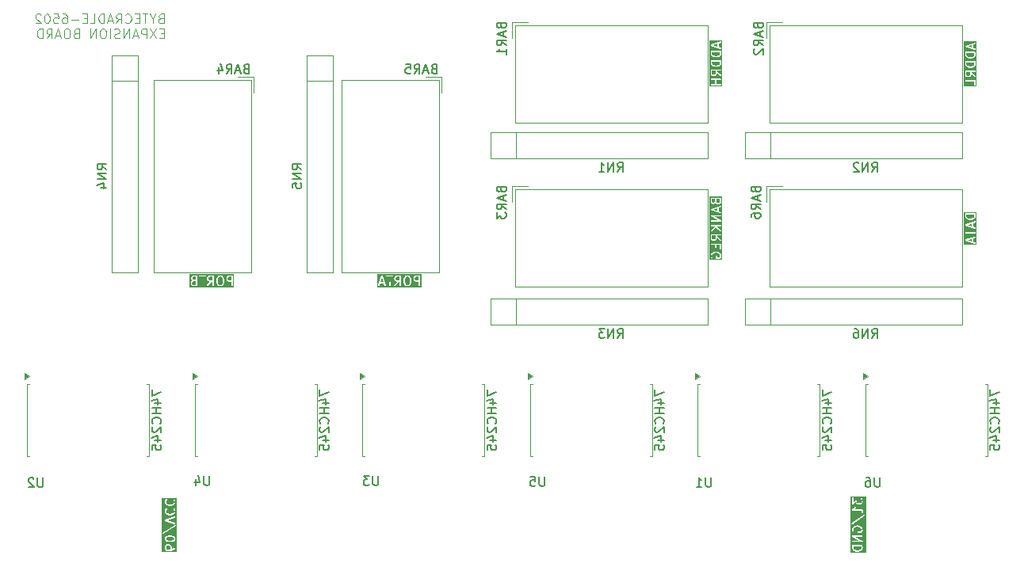
<source format=gbr>
%TF.GenerationSoftware,KiCad,Pcbnew,8.0.2*%
%TF.CreationDate,2025-01-11T19:36:36+01:00*%
%TF.ProjectId,bytecradle-6502-expansion-board,62797465-6372-4616-946c-652d36353032,rev?*%
%TF.SameCoordinates,Original*%
%TF.FileFunction,Legend,Bot*%
%TF.FilePolarity,Positive*%
%FSLAX46Y46*%
G04 Gerber Fmt 4.6, Leading zero omitted, Abs format (unit mm)*
G04 Created by KiCad (PCBNEW 8.0.2) date 2025-01-11 19:36:36*
%MOMM*%
%LPD*%
G01*
G04 APERTURE LIST*
%ADD10C,0.100000*%
%ADD11C,0.150000*%
%ADD12C,0.120000*%
G04 APERTURE END LIST*
D10*
X58290782Y-52983665D02*
X58147925Y-53031284D01*
X58147925Y-53031284D02*
X58100306Y-53078903D01*
X58100306Y-53078903D02*
X58052687Y-53174141D01*
X58052687Y-53174141D02*
X58052687Y-53316998D01*
X58052687Y-53316998D02*
X58100306Y-53412236D01*
X58100306Y-53412236D02*
X58147925Y-53459856D01*
X58147925Y-53459856D02*
X58243163Y-53507475D01*
X58243163Y-53507475D02*
X58624115Y-53507475D01*
X58624115Y-53507475D02*
X58624115Y-52507475D01*
X58624115Y-52507475D02*
X58290782Y-52507475D01*
X58290782Y-52507475D02*
X58195544Y-52555094D01*
X58195544Y-52555094D02*
X58147925Y-52602713D01*
X58147925Y-52602713D02*
X58100306Y-52697951D01*
X58100306Y-52697951D02*
X58100306Y-52793189D01*
X58100306Y-52793189D02*
X58147925Y-52888427D01*
X58147925Y-52888427D02*
X58195544Y-52936046D01*
X58195544Y-52936046D02*
X58290782Y-52983665D01*
X58290782Y-52983665D02*
X58624115Y-52983665D01*
X57433639Y-53031284D02*
X57433639Y-53507475D01*
X57766972Y-52507475D02*
X57433639Y-53031284D01*
X57433639Y-53031284D02*
X57100306Y-52507475D01*
X56909829Y-52507475D02*
X56338401Y-52507475D01*
X56624115Y-53507475D02*
X56624115Y-52507475D01*
X56005067Y-52983665D02*
X55671734Y-52983665D01*
X55528877Y-53507475D02*
X56005067Y-53507475D01*
X56005067Y-53507475D02*
X56005067Y-52507475D01*
X56005067Y-52507475D02*
X55528877Y-52507475D01*
X54528877Y-53412236D02*
X54576496Y-53459856D01*
X54576496Y-53459856D02*
X54719353Y-53507475D01*
X54719353Y-53507475D02*
X54814591Y-53507475D01*
X54814591Y-53507475D02*
X54957448Y-53459856D01*
X54957448Y-53459856D02*
X55052686Y-53364617D01*
X55052686Y-53364617D02*
X55100305Y-53269379D01*
X55100305Y-53269379D02*
X55147924Y-53078903D01*
X55147924Y-53078903D02*
X55147924Y-52936046D01*
X55147924Y-52936046D02*
X55100305Y-52745570D01*
X55100305Y-52745570D02*
X55052686Y-52650332D01*
X55052686Y-52650332D02*
X54957448Y-52555094D01*
X54957448Y-52555094D02*
X54814591Y-52507475D01*
X54814591Y-52507475D02*
X54719353Y-52507475D01*
X54719353Y-52507475D02*
X54576496Y-52555094D01*
X54576496Y-52555094D02*
X54528877Y-52602713D01*
X53528877Y-53507475D02*
X53862210Y-53031284D01*
X54100305Y-53507475D02*
X54100305Y-52507475D01*
X54100305Y-52507475D02*
X53719353Y-52507475D01*
X53719353Y-52507475D02*
X53624115Y-52555094D01*
X53624115Y-52555094D02*
X53576496Y-52602713D01*
X53576496Y-52602713D02*
X53528877Y-52697951D01*
X53528877Y-52697951D02*
X53528877Y-52840808D01*
X53528877Y-52840808D02*
X53576496Y-52936046D01*
X53576496Y-52936046D02*
X53624115Y-52983665D01*
X53624115Y-52983665D02*
X53719353Y-53031284D01*
X53719353Y-53031284D02*
X54100305Y-53031284D01*
X53147924Y-53221760D02*
X52671734Y-53221760D01*
X53243162Y-53507475D02*
X52909829Y-52507475D01*
X52909829Y-52507475D02*
X52576496Y-53507475D01*
X52243162Y-53507475D02*
X52243162Y-52507475D01*
X52243162Y-52507475D02*
X52005067Y-52507475D01*
X52005067Y-52507475D02*
X51862210Y-52555094D01*
X51862210Y-52555094D02*
X51766972Y-52650332D01*
X51766972Y-52650332D02*
X51719353Y-52745570D01*
X51719353Y-52745570D02*
X51671734Y-52936046D01*
X51671734Y-52936046D02*
X51671734Y-53078903D01*
X51671734Y-53078903D02*
X51719353Y-53269379D01*
X51719353Y-53269379D02*
X51766972Y-53364617D01*
X51766972Y-53364617D02*
X51862210Y-53459856D01*
X51862210Y-53459856D02*
X52005067Y-53507475D01*
X52005067Y-53507475D02*
X52243162Y-53507475D01*
X50766972Y-53507475D02*
X51243162Y-53507475D01*
X51243162Y-53507475D02*
X51243162Y-52507475D01*
X50433638Y-52983665D02*
X50100305Y-52983665D01*
X49957448Y-53507475D02*
X50433638Y-53507475D01*
X50433638Y-53507475D02*
X50433638Y-52507475D01*
X50433638Y-52507475D02*
X49957448Y-52507475D01*
X49528876Y-53126522D02*
X48766972Y-53126522D01*
X47862210Y-52507475D02*
X48052686Y-52507475D01*
X48052686Y-52507475D02*
X48147924Y-52555094D01*
X48147924Y-52555094D02*
X48195543Y-52602713D01*
X48195543Y-52602713D02*
X48290781Y-52745570D01*
X48290781Y-52745570D02*
X48338400Y-52936046D01*
X48338400Y-52936046D02*
X48338400Y-53316998D01*
X48338400Y-53316998D02*
X48290781Y-53412236D01*
X48290781Y-53412236D02*
X48243162Y-53459856D01*
X48243162Y-53459856D02*
X48147924Y-53507475D01*
X48147924Y-53507475D02*
X47957448Y-53507475D01*
X47957448Y-53507475D02*
X47862210Y-53459856D01*
X47862210Y-53459856D02*
X47814591Y-53412236D01*
X47814591Y-53412236D02*
X47766972Y-53316998D01*
X47766972Y-53316998D02*
X47766972Y-53078903D01*
X47766972Y-53078903D02*
X47814591Y-52983665D01*
X47814591Y-52983665D02*
X47862210Y-52936046D01*
X47862210Y-52936046D02*
X47957448Y-52888427D01*
X47957448Y-52888427D02*
X48147924Y-52888427D01*
X48147924Y-52888427D02*
X48243162Y-52936046D01*
X48243162Y-52936046D02*
X48290781Y-52983665D01*
X48290781Y-52983665D02*
X48338400Y-53078903D01*
X46862210Y-52507475D02*
X47338400Y-52507475D01*
X47338400Y-52507475D02*
X47386019Y-52983665D01*
X47386019Y-52983665D02*
X47338400Y-52936046D01*
X47338400Y-52936046D02*
X47243162Y-52888427D01*
X47243162Y-52888427D02*
X47005067Y-52888427D01*
X47005067Y-52888427D02*
X46909829Y-52936046D01*
X46909829Y-52936046D02*
X46862210Y-52983665D01*
X46862210Y-52983665D02*
X46814591Y-53078903D01*
X46814591Y-53078903D02*
X46814591Y-53316998D01*
X46814591Y-53316998D02*
X46862210Y-53412236D01*
X46862210Y-53412236D02*
X46909829Y-53459856D01*
X46909829Y-53459856D02*
X47005067Y-53507475D01*
X47005067Y-53507475D02*
X47243162Y-53507475D01*
X47243162Y-53507475D02*
X47338400Y-53459856D01*
X47338400Y-53459856D02*
X47386019Y-53412236D01*
X46195543Y-52507475D02*
X46100305Y-52507475D01*
X46100305Y-52507475D02*
X46005067Y-52555094D01*
X46005067Y-52555094D02*
X45957448Y-52602713D01*
X45957448Y-52602713D02*
X45909829Y-52697951D01*
X45909829Y-52697951D02*
X45862210Y-52888427D01*
X45862210Y-52888427D02*
X45862210Y-53126522D01*
X45862210Y-53126522D02*
X45909829Y-53316998D01*
X45909829Y-53316998D02*
X45957448Y-53412236D01*
X45957448Y-53412236D02*
X46005067Y-53459856D01*
X46005067Y-53459856D02*
X46100305Y-53507475D01*
X46100305Y-53507475D02*
X46195543Y-53507475D01*
X46195543Y-53507475D02*
X46290781Y-53459856D01*
X46290781Y-53459856D02*
X46338400Y-53412236D01*
X46338400Y-53412236D02*
X46386019Y-53316998D01*
X46386019Y-53316998D02*
X46433638Y-53126522D01*
X46433638Y-53126522D02*
X46433638Y-52888427D01*
X46433638Y-52888427D02*
X46386019Y-52697951D01*
X46386019Y-52697951D02*
X46338400Y-52602713D01*
X46338400Y-52602713D02*
X46290781Y-52555094D01*
X46290781Y-52555094D02*
X46195543Y-52507475D01*
X45481257Y-52602713D02*
X45433638Y-52555094D01*
X45433638Y-52555094D02*
X45338400Y-52507475D01*
X45338400Y-52507475D02*
X45100305Y-52507475D01*
X45100305Y-52507475D02*
X45005067Y-52555094D01*
X45005067Y-52555094D02*
X44957448Y-52602713D01*
X44957448Y-52602713D02*
X44909829Y-52697951D01*
X44909829Y-52697951D02*
X44909829Y-52793189D01*
X44909829Y-52793189D02*
X44957448Y-52936046D01*
X44957448Y-52936046D02*
X45528876Y-53507475D01*
X45528876Y-53507475D02*
X44909829Y-53507475D01*
X58624115Y-54593609D02*
X58290782Y-54593609D01*
X58147925Y-55117419D02*
X58624115Y-55117419D01*
X58624115Y-55117419D02*
X58624115Y-54117419D01*
X58624115Y-54117419D02*
X58147925Y-54117419D01*
X57814591Y-54117419D02*
X57147925Y-55117419D01*
X57147925Y-54117419D02*
X57814591Y-55117419D01*
X56766972Y-55117419D02*
X56766972Y-54117419D01*
X56766972Y-54117419D02*
X56386020Y-54117419D01*
X56386020Y-54117419D02*
X56290782Y-54165038D01*
X56290782Y-54165038D02*
X56243163Y-54212657D01*
X56243163Y-54212657D02*
X56195544Y-54307895D01*
X56195544Y-54307895D02*
X56195544Y-54450752D01*
X56195544Y-54450752D02*
X56243163Y-54545990D01*
X56243163Y-54545990D02*
X56290782Y-54593609D01*
X56290782Y-54593609D02*
X56386020Y-54641228D01*
X56386020Y-54641228D02*
X56766972Y-54641228D01*
X55814591Y-54831704D02*
X55338401Y-54831704D01*
X55909829Y-55117419D02*
X55576496Y-54117419D01*
X55576496Y-54117419D02*
X55243163Y-55117419D01*
X54909829Y-55117419D02*
X54909829Y-54117419D01*
X54909829Y-54117419D02*
X54338401Y-55117419D01*
X54338401Y-55117419D02*
X54338401Y-54117419D01*
X53909829Y-55069800D02*
X53766972Y-55117419D01*
X53766972Y-55117419D02*
X53528877Y-55117419D01*
X53528877Y-55117419D02*
X53433639Y-55069800D01*
X53433639Y-55069800D02*
X53386020Y-55022180D01*
X53386020Y-55022180D02*
X53338401Y-54926942D01*
X53338401Y-54926942D02*
X53338401Y-54831704D01*
X53338401Y-54831704D02*
X53386020Y-54736466D01*
X53386020Y-54736466D02*
X53433639Y-54688847D01*
X53433639Y-54688847D02*
X53528877Y-54641228D01*
X53528877Y-54641228D02*
X53719353Y-54593609D01*
X53719353Y-54593609D02*
X53814591Y-54545990D01*
X53814591Y-54545990D02*
X53862210Y-54498371D01*
X53862210Y-54498371D02*
X53909829Y-54403133D01*
X53909829Y-54403133D02*
X53909829Y-54307895D01*
X53909829Y-54307895D02*
X53862210Y-54212657D01*
X53862210Y-54212657D02*
X53814591Y-54165038D01*
X53814591Y-54165038D02*
X53719353Y-54117419D01*
X53719353Y-54117419D02*
X53481258Y-54117419D01*
X53481258Y-54117419D02*
X53338401Y-54165038D01*
X52909829Y-55117419D02*
X52909829Y-54117419D01*
X52243163Y-54117419D02*
X52052687Y-54117419D01*
X52052687Y-54117419D02*
X51957449Y-54165038D01*
X51957449Y-54165038D02*
X51862211Y-54260276D01*
X51862211Y-54260276D02*
X51814592Y-54450752D01*
X51814592Y-54450752D02*
X51814592Y-54784085D01*
X51814592Y-54784085D02*
X51862211Y-54974561D01*
X51862211Y-54974561D02*
X51957449Y-55069800D01*
X51957449Y-55069800D02*
X52052687Y-55117419D01*
X52052687Y-55117419D02*
X52243163Y-55117419D01*
X52243163Y-55117419D02*
X52338401Y-55069800D01*
X52338401Y-55069800D02*
X52433639Y-54974561D01*
X52433639Y-54974561D02*
X52481258Y-54784085D01*
X52481258Y-54784085D02*
X52481258Y-54450752D01*
X52481258Y-54450752D02*
X52433639Y-54260276D01*
X52433639Y-54260276D02*
X52338401Y-54165038D01*
X52338401Y-54165038D02*
X52243163Y-54117419D01*
X51386020Y-55117419D02*
X51386020Y-54117419D01*
X51386020Y-54117419D02*
X50814592Y-55117419D01*
X50814592Y-55117419D02*
X50814592Y-54117419D01*
X49243163Y-54593609D02*
X49100306Y-54641228D01*
X49100306Y-54641228D02*
X49052687Y-54688847D01*
X49052687Y-54688847D02*
X49005068Y-54784085D01*
X49005068Y-54784085D02*
X49005068Y-54926942D01*
X49005068Y-54926942D02*
X49052687Y-55022180D01*
X49052687Y-55022180D02*
X49100306Y-55069800D01*
X49100306Y-55069800D02*
X49195544Y-55117419D01*
X49195544Y-55117419D02*
X49576496Y-55117419D01*
X49576496Y-55117419D02*
X49576496Y-54117419D01*
X49576496Y-54117419D02*
X49243163Y-54117419D01*
X49243163Y-54117419D02*
X49147925Y-54165038D01*
X49147925Y-54165038D02*
X49100306Y-54212657D01*
X49100306Y-54212657D02*
X49052687Y-54307895D01*
X49052687Y-54307895D02*
X49052687Y-54403133D01*
X49052687Y-54403133D02*
X49100306Y-54498371D01*
X49100306Y-54498371D02*
X49147925Y-54545990D01*
X49147925Y-54545990D02*
X49243163Y-54593609D01*
X49243163Y-54593609D02*
X49576496Y-54593609D01*
X48386020Y-54117419D02*
X48195544Y-54117419D01*
X48195544Y-54117419D02*
X48100306Y-54165038D01*
X48100306Y-54165038D02*
X48005068Y-54260276D01*
X48005068Y-54260276D02*
X47957449Y-54450752D01*
X47957449Y-54450752D02*
X47957449Y-54784085D01*
X47957449Y-54784085D02*
X48005068Y-54974561D01*
X48005068Y-54974561D02*
X48100306Y-55069800D01*
X48100306Y-55069800D02*
X48195544Y-55117419D01*
X48195544Y-55117419D02*
X48386020Y-55117419D01*
X48386020Y-55117419D02*
X48481258Y-55069800D01*
X48481258Y-55069800D02*
X48576496Y-54974561D01*
X48576496Y-54974561D02*
X48624115Y-54784085D01*
X48624115Y-54784085D02*
X48624115Y-54450752D01*
X48624115Y-54450752D02*
X48576496Y-54260276D01*
X48576496Y-54260276D02*
X48481258Y-54165038D01*
X48481258Y-54165038D02*
X48386020Y-54117419D01*
X47576496Y-54831704D02*
X47100306Y-54831704D01*
X47671734Y-55117419D02*
X47338401Y-54117419D01*
X47338401Y-54117419D02*
X47005068Y-55117419D01*
X46100306Y-55117419D02*
X46433639Y-54641228D01*
X46671734Y-55117419D02*
X46671734Y-54117419D01*
X46671734Y-54117419D02*
X46290782Y-54117419D01*
X46290782Y-54117419D02*
X46195544Y-54165038D01*
X46195544Y-54165038D02*
X46147925Y-54212657D01*
X46147925Y-54212657D02*
X46100306Y-54307895D01*
X46100306Y-54307895D02*
X46100306Y-54450752D01*
X46100306Y-54450752D02*
X46147925Y-54545990D01*
X46147925Y-54545990D02*
X46195544Y-54593609D01*
X46195544Y-54593609D02*
X46290782Y-54641228D01*
X46290782Y-54641228D02*
X46671734Y-54641228D01*
X45671734Y-55117419D02*
X45671734Y-54117419D01*
X45671734Y-54117419D02*
X45433639Y-54117419D01*
X45433639Y-54117419D02*
X45290782Y-54165038D01*
X45290782Y-54165038D02*
X45195544Y-54260276D01*
X45195544Y-54260276D02*
X45147925Y-54355514D01*
X45147925Y-54355514D02*
X45100306Y-54545990D01*
X45100306Y-54545990D02*
X45100306Y-54688847D01*
X45100306Y-54688847D02*
X45147925Y-54879323D01*
X45147925Y-54879323D02*
X45195544Y-54974561D01*
X45195544Y-54974561D02*
X45290782Y-55069800D01*
X45290782Y-55069800D02*
X45433639Y-55117419D01*
X45433639Y-55117419D02*
X45671734Y-55117419D01*
D11*
G36*
X133146086Y-109597763D02*
G01*
X133108348Y-109714359D01*
X133035558Y-109788567D01*
X132960421Y-109827259D01*
X132786991Y-109871877D01*
X132662219Y-109873019D01*
X132489096Y-109830993D01*
X132409286Y-109792268D01*
X132333562Y-109717991D01*
X132294770Y-109604912D01*
X132293888Y-109450305D01*
X133145239Y-109449096D01*
X133146086Y-109597763D01*
G37*
G36*
X133644025Y-110132950D02*
G01*
X131986089Y-110132950D01*
X131986089Y-109375411D01*
X132144819Y-109375411D01*
X132146169Y-109612180D01*
X132145408Y-109622886D01*
X132146251Y-109626594D01*
X132146260Y-109628138D01*
X132147018Y-109629969D01*
X132148668Y-109637223D01*
X132193879Y-109769013D01*
X132193879Y-109770994D01*
X132197834Y-109780543D01*
X132202281Y-109793505D01*
X132204046Y-109795540D01*
X132205078Y-109798031D01*
X132214405Y-109809396D01*
X132310172Y-109903333D01*
X132316692Y-109910851D01*
X132319885Y-109912861D01*
X132321008Y-109913962D01*
X132322840Y-109914720D01*
X132329135Y-109918683D01*
X132420367Y-109962951D01*
X132425878Y-109967034D01*
X132436893Y-109970969D01*
X132438104Y-109971557D01*
X132438644Y-109971595D01*
X132439724Y-109971981D01*
X132626089Y-110017221D01*
X132633758Y-110020398D01*
X132642872Y-110021295D01*
X132644744Y-110021750D01*
X132645836Y-110021587D01*
X132648390Y-110021839D01*
X132786969Y-110020571D01*
X132794893Y-110021750D01*
X132803917Y-110020415D01*
X132805879Y-110020398D01*
X132806900Y-110019975D01*
X132809437Y-110019600D01*
X132994135Y-109972082D01*
X133001532Y-109971557D01*
X133012514Y-109967354D01*
X133013759Y-109967034D01*
X133014194Y-109966711D01*
X133015264Y-109966302D01*
X133109816Y-109917611D01*
X133118628Y-109913962D01*
X133121532Y-109911578D01*
X133122945Y-109910851D01*
X133124244Y-109909352D01*
X133129994Y-109904634D01*
X133216479Y-109816464D01*
X133218183Y-109815613D01*
X133224813Y-109807968D01*
X133234561Y-109798031D01*
X133235592Y-109795540D01*
X133237357Y-109793506D01*
X133243351Y-109780080D01*
X133289500Y-109637498D01*
X133293378Y-109628138D01*
X133293748Y-109624374D01*
X133294230Y-109622887D01*
X133294089Y-109620912D01*
X133294819Y-109613506D01*
X133293378Y-109360779D01*
X133282179Y-109333743D01*
X133261487Y-109313051D01*
X133234451Y-109301852D01*
X133219819Y-109300411D01*
X132205187Y-109301852D01*
X132178151Y-109313051D01*
X132157459Y-109333743D01*
X132146260Y-109360779D01*
X132144819Y-109375411D01*
X131986089Y-109375411D01*
X131986089Y-108333031D01*
X132145002Y-108333031D01*
X132146260Y-108337643D01*
X132146260Y-108342424D01*
X132150077Y-108351639D01*
X132152702Y-108361263D01*
X132155629Y-108365043D01*
X132157459Y-108369460D01*
X132164509Y-108376510D01*
X132170619Y-108384400D01*
X132176751Y-108388752D01*
X132178151Y-108390152D01*
X132179525Y-108390721D01*
X132182609Y-108392910D01*
X132940267Y-108824617D01*
X132205187Y-108825661D01*
X132178151Y-108836860D01*
X132157459Y-108857552D01*
X132146260Y-108884588D01*
X132146260Y-108913852D01*
X132157459Y-108940888D01*
X132178151Y-108961580D01*
X132205187Y-108972779D01*
X132219819Y-108974220D01*
X133215374Y-108972806D01*
X133225058Y-108974037D01*
X133229645Y-108972785D01*
X133234451Y-108972779D01*
X133243666Y-108968961D01*
X133253290Y-108966337D01*
X133257070Y-108963409D01*
X133261487Y-108961580D01*
X133268537Y-108954529D01*
X133276427Y-108948420D01*
X133278800Y-108944266D01*
X133282179Y-108940888D01*
X133285995Y-108931675D01*
X133290946Y-108923011D01*
X133291548Y-108918267D01*
X133293378Y-108913852D01*
X133293378Y-108903877D01*
X133294636Y-108893981D01*
X133293378Y-108889368D01*
X133293378Y-108884588D01*
X133289560Y-108875371D01*
X133286936Y-108865750D01*
X133284009Y-108861970D01*
X133282179Y-108857552D01*
X133275127Y-108850500D01*
X133269019Y-108842612D01*
X133262884Y-108838257D01*
X133261487Y-108836860D01*
X133260114Y-108836291D01*
X133257030Y-108834102D01*
X132499370Y-108402394D01*
X133234451Y-108401351D01*
X133261487Y-108390152D01*
X133282179Y-108369460D01*
X133293378Y-108342424D01*
X133293378Y-108313160D01*
X133282179Y-108286124D01*
X133261487Y-108265432D01*
X133234451Y-108254233D01*
X133219819Y-108252792D01*
X132224263Y-108254205D01*
X132214580Y-108252975D01*
X132209992Y-108254226D01*
X132205187Y-108254233D01*
X132195971Y-108258050D01*
X132186348Y-108260675D01*
X132182567Y-108263602D01*
X132178151Y-108265432D01*
X132171100Y-108272482D01*
X132163211Y-108278592D01*
X132160837Y-108282745D01*
X132157459Y-108286124D01*
X132153642Y-108295336D01*
X132148692Y-108304001D01*
X132148089Y-108308744D01*
X132146260Y-108313160D01*
X132146260Y-108323134D01*
X132145002Y-108333031D01*
X131986089Y-108333031D01*
X131986089Y-107613506D01*
X132144819Y-107613506D01*
X132146023Y-107745135D01*
X132145408Y-107746982D01*
X132146133Y-107757196D01*
X132146260Y-107770995D01*
X132147291Y-107773484D01*
X132147482Y-107776172D01*
X132152737Y-107789904D01*
X132208188Y-107897585D01*
X132230296Y-107916758D01*
X132258057Y-107926012D01*
X132287247Y-107923938D01*
X132313422Y-107910850D01*
X132332595Y-107888743D01*
X132341849Y-107860981D01*
X132339775Y-107831791D01*
X132334520Y-107818060D01*
X132294675Y-107740685D01*
X132293653Y-107628933D01*
X132331290Y-107512652D01*
X132404080Y-107438443D01*
X132479215Y-107399752D01*
X132652645Y-107355134D01*
X132777417Y-107353992D01*
X132950540Y-107396018D01*
X133030350Y-107434744D01*
X133106076Y-107509021D01*
X133144934Y-107622291D01*
X133145870Y-107693670D01*
X133108262Y-107809862D01*
X133094279Y-107824345D01*
X132865727Y-107825291D01*
X132864806Y-107694112D01*
X132853607Y-107667076D01*
X132832915Y-107646384D01*
X132805879Y-107635185D01*
X132776615Y-107635185D01*
X132749579Y-107646384D01*
X132728887Y-107667076D01*
X132717688Y-107694112D01*
X132716247Y-107708744D01*
X132717688Y-107913851D01*
X132717688Y-107913852D01*
X132728887Y-107940888D01*
X132749579Y-107961580D01*
X132776615Y-107972779D01*
X132791247Y-107974220D01*
X133139212Y-107972779D01*
X133150410Y-107968140D01*
X133166247Y-107961581D01*
X133177612Y-107952254D01*
X133217027Y-107911428D01*
X133218183Y-107910851D01*
X133223466Y-107904759D01*
X133234560Y-107893269D01*
X133235590Y-107890780D01*
X133237357Y-107888744D01*
X133243351Y-107875318D01*
X133289500Y-107732736D01*
X133293378Y-107723376D01*
X133293748Y-107719612D01*
X133294230Y-107718125D01*
X133294089Y-107716150D01*
X133294819Y-107708744D01*
X133293568Y-107613425D01*
X133294230Y-107604125D01*
X133293398Y-107600470D01*
X133293378Y-107598874D01*
X133292619Y-107597043D01*
X133290970Y-107589788D01*
X133245759Y-107457997D01*
X133245759Y-107456017D01*
X133241802Y-107446464D01*
X133237357Y-107433506D01*
X133235592Y-107431471D01*
X133234561Y-107428981D01*
X133225233Y-107417616D01*
X133129468Y-107323683D01*
X133122945Y-107316161D01*
X133119748Y-107314148D01*
X133118628Y-107313050D01*
X133116798Y-107312292D01*
X133110502Y-107308329D01*
X133019270Y-107264062D01*
X133013759Y-107259978D01*
X133002739Y-107256040D01*
X133001532Y-107255455D01*
X133000992Y-107255416D01*
X132999913Y-107255031D01*
X132813547Y-107209790D01*
X132805879Y-107206614D01*
X132796764Y-107205716D01*
X132794893Y-107205262D01*
X132793800Y-107205424D01*
X132791247Y-107205173D01*
X132652667Y-107206440D01*
X132644744Y-107205262D01*
X132635719Y-107206596D01*
X132633758Y-107206614D01*
X132632736Y-107207036D01*
X132630200Y-107207412D01*
X132445501Y-107254929D01*
X132438104Y-107255455D01*
X132427121Y-107259658D01*
X132425878Y-107259978D01*
X132425442Y-107260300D01*
X132424373Y-107260710D01*
X132329823Y-107309398D01*
X132321008Y-107313050D01*
X132318102Y-107315434D01*
X132316692Y-107316161D01*
X132315393Y-107317657D01*
X132309643Y-107322378D01*
X132223158Y-107410548D01*
X132221455Y-107411400D01*
X132214826Y-107419042D01*
X132205078Y-107428981D01*
X132204046Y-107431471D01*
X132202281Y-107433507D01*
X132196287Y-107446932D01*
X132150138Y-107589510D01*
X132146260Y-107598874D01*
X132145889Y-107602639D01*
X132145408Y-107604126D01*
X132145548Y-107606100D01*
X132144819Y-107613506D01*
X131986089Y-107613506D01*
X131986089Y-106994379D01*
X132097200Y-106994379D01*
X132102879Y-107023087D01*
X132119112Y-107047436D01*
X132143427Y-107063719D01*
X132172121Y-107069458D01*
X132200829Y-107063779D01*
X132213802Y-107056862D01*
X133510892Y-106190404D01*
X133527175Y-106166089D01*
X133532914Y-106137395D01*
X133527236Y-106108687D01*
X133511003Y-106084338D01*
X133486688Y-106068055D01*
X133457993Y-106062316D01*
X133429286Y-106067995D01*
X133416312Y-106074912D01*
X132119222Y-106941370D01*
X132102939Y-106965685D01*
X132097200Y-106994379D01*
X131986089Y-106994379D01*
X131986089Y-105565808D01*
X132144819Y-105565808D01*
X132146260Y-105573092D01*
X132146260Y-105580519D01*
X132149072Y-105587307D01*
X132150498Y-105594516D01*
X132154617Y-105600694D01*
X132157459Y-105607555D01*
X132162654Y-105612750D01*
X132166731Y-105618865D01*
X132172900Y-105622996D01*
X132178151Y-105628247D01*
X132184940Y-105631059D01*
X132191046Y-105635148D01*
X132198326Y-105636604D01*
X132205187Y-105639446D01*
X132219663Y-105640871D01*
X132219740Y-105640887D01*
X132219766Y-105640881D01*
X132219819Y-105640887D01*
X133145702Y-105639572D01*
X133146260Y-105866233D01*
X133157459Y-105893269D01*
X133178151Y-105913961D01*
X133205187Y-105925160D01*
X133234451Y-105925160D01*
X133261487Y-105913961D01*
X133282179Y-105893269D01*
X133293378Y-105866233D01*
X133294819Y-105851601D01*
X133293378Y-105265541D01*
X133282179Y-105238505D01*
X133261487Y-105217813D01*
X133234451Y-105206614D01*
X133205187Y-105206614D01*
X133178151Y-105217813D01*
X133157459Y-105238505D01*
X133146260Y-105265541D01*
X133144819Y-105280173D01*
X133145337Y-105490992D01*
X132446800Y-105491984D01*
X132509646Y-105427914D01*
X132517164Y-105421395D01*
X132519174Y-105418201D01*
X132520275Y-105417079D01*
X132521033Y-105415246D01*
X132524996Y-105408952D01*
X132577870Y-105299983D01*
X132579944Y-105270793D01*
X132570690Y-105243031D01*
X132551517Y-105220924D01*
X132525342Y-105207836D01*
X132496152Y-105205762D01*
X132468391Y-105215016D01*
X132446283Y-105234189D01*
X132438451Y-105246632D01*
X132398581Y-105328800D01*
X132319825Y-105409091D01*
X132184238Y-105501005D01*
X132178151Y-105503527D01*
X132173168Y-105508509D01*
X132166841Y-105512799D01*
X132162709Y-105518968D01*
X132157459Y-105524219D01*
X132154646Y-105531008D01*
X132150558Y-105537114D01*
X132149101Y-105544394D01*
X132146260Y-105551255D01*
X132146260Y-105558603D01*
X132144819Y-105565808D01*
X131986089Y-105565808D01*
X131986089Y-104280173D01*
X132144819Y-104280173D01*
X132146222Y-104897336D01*
X132145450Y-104908926D01*
X132146254Y-104911303D01*
X132146260Y-104913852D01*
X132150923Y-104925109D01*
X132154825Y-104936647D01*
X132156490Y-104938551D01*
X132157459Y-104940888D01*
X132166069Y-104949498D01*
X132174095Y-104958671D01*
X132176364Y-104959793D01*
X132178151Y-104961580D01*
X132189401Y-104966240D01*
X132200327Y-104971643D01*
X132202850Y-104971811D01*
X132205187Y-104972779D01*
X132217372Y-104972779D01*
X132229525Y-104973589D01*
X132231920Y-104972779D01*
X132234451Y-104972779D01*
X132245708Y-104968115D01*
X132257246Y-104964214D01*
X132260163Y-104962128D01*
X132261487Y-104961580D01*
X132262882Y-104960184D01*
X132269207Y-104955663D01*
X132528368Y-104727627D01*
X132528434Y-104728553D01*
X132533689Y-104742285D01*
X132582381Y-104836841D01*
X132586030Y-104845650D01*
X132588412Y-104848552D01*
X132589140Y-104849966D01*
X132590638Y-104851265D01*
X132595357Y-104857015D01*
X132644392Y-104904356D01*
X132650025Y-104910851D01*
X132653170Y-104912830D01*
X132654341Y-104913961D01*
X132656168Y-104914718D01*
X132662468Y-104918683D01*
X132748357Y-104960358D01*
X132749579Y-104961580D01*
X132758438Y-104965249D01*
X132771437Y-104971557D01*
X132774126Y-104971748D01*
X132776615Y-104972779D01*
X132791247Y-104974220D01*
X133017851Y-104972927D01*
X133019961Y-104973631D01*
X133030903Y-104972853D01*
X133043974Y-104972779D01*
X133046463Y-104971747D01*
X133049151Y-104971557D01*
X133062883Y-104966302D01*
X133157435Y-104917611D01*
X133166247Y-104913962D01*
X133169151Y-104911578D01*
X133170564Y-104910851D01*
X133171863Y-104909352D01*
X133177612Y-104904635D01*
X133224953Y-104855599D01*
X133231450Y-104849966D01*
X133233429Y-104846820D01*
X133234560Y-104845650D01*
X133235317Y-104843822D01*
X133239282Y-104837523D01*
X133280957Y-104751633D01*
X133282179Y-104750412D01*
X133285848Y-104741552D01*
X133292156Y-104728554D01*
X133292347Y-104725864D01*
X133293378Y-104723376D01*
X133294819Y-104708744D01*
X133293503Y-104434589D01*
X133294230Y-104432410D01*
X133293439Y-104421289D01*
X133293378Y-104408398D01*
X133292347Y-104405909D01*
X133292156Y-104403220D01*
X133286901Y-104389489D01*
X133238209Y-104294934D01*
X133234560Y-104286124D01*
X133232177Y-104283221D01*
X133231450Y-104281808D01*
X133229950Y-104280507D01*
X133225232Y-104274758D01*
X133166247Y-104217812D01*
X133139211Y-104206614D01*
X133109948Y-104206614D01*
X133082912Y-104217813D01*
X133062219Y-104238506D01*
X133051021Y-104265542D01*
X133051021Y-104294805D01*
X133062220Y-104321841D01*
X133071548Y-104333207D01*
X133109504Y-104369851D01*
X133144893Y-104438573D01*
X133146094Y-104688892D01*
X133112767Y-104757577D01*
X133082521Y-104788904D01*
X133013770Y-104824308D01*
X132811034Y-104825464D01*
X132742413Y-104792168D01*
X132711085Y-104761923D01*
X132675627Y-104693066D01*
X132674467Y-104566272D01*
X132675140Y-104556181D01*
X132674353Y-104553856D01*
X132674330Y-104551255D01*
X132669666Y-104539997D01*
X132665765Y-104528460D01*
X132664099Y-104526555D01*
X132663131Y-104524219D01*
X132654520Y-104515608D01*
X132646495Y-104506436D01*
X132644225Y-104505313D01*
X132642439Y-104503527D01*
X132631188Y-104498866D01*
X132620263Y-104493464D01*
X132617739Y-104493295D01*
X132615403Y-104492328D01*
X132603218Y-104492328D01*
X132591065Y-104491518D01*
X132588670Y-104492328D01*
X132586139Y-104492328D01*
X132574881Y-104496991D01*
X132563344Y-104500893D01*
X132560426Y-104502978D01*
X132559103Y-104503527D01*
X132557707Y-104504922D01*
X132551383Y-104509444D01*
X132294446Y-104735520D01*
X132293378Y-104265541D01*
X132282179Y-104238505D01*
X132261487Y-104217813D01*
X132234451Y-104206614D01*
X132205187Y-104206614D01*
X132178151Y-104217813D01*
X132157459Y-104238505D01*
X132146260Y-104265541D01*
X132144819Y-104280173D01*
X131986089Y-104280173D01*
X131986089Y-104095503D01*
X133644025Y-104095503D01*
X133644025Y-110132950D01*
G37*
G36*
X59281586Y-109393355D02*
G01*
X59312913Y-109423599D01*
X59348337Y-109492390D01*
X59349427Y-109647559D01*
X59316176Y-109716088D01*
X59285931Y-109747416D01*
X59216225Y-109783311D01*
X59014589Y-109784046D01*
X58945823Y-109750679D01*
X58914495Y-109720433D01*
X58879070Y-109651643D01*
X58877980Y-109496475D01*
X58911232Y-109427945D01*
X58941477Y-109396617D01*
X59010228Y-109361214D01*
X59212964Y-109360058D01*
X59281586Y-109393355D01*
G37*
G36*
X59582521Y-108449767D02*
G01*
X59662538Y-108488593D01*
X59693865Y-108518837D01*
X59729387Y-108587818D01*
X59730176Y-108647979D01*
X59697128Y-108716088D01*
X59666883Y-108747416D01*
X59592402Y-108785770D01*
X59419030Y-108830373D01*
X59199357Y-108831626D01*
X59025839Y-108789504D01*
X58945823Y-108750679D01*
X58914495Y-108720433D01*
X58878972Y-108651454D01*
X58878183Y-108591294D01*
X58911232Y-108523183D01*
X58941477Y-108491855D01*
X59015958Y-108453501D01*
X59189330Y-108408898D01*
X59409003Y-108407645D01*
X59582521Y-108449767D01*
G37*
G36*
X60037911Y-110043842D02*
G01*
X58379974Y-110043842D01*
X58379974Y-109476779D01*
X58729180Y-109476779D01*
X58730438Y-109655867D01*
X58729769Y-109657875D01*
X58730527Y-109668547D01*
X58730621Y-109681887D01*
X58731651Y-109684375D01*
X58731843Y-109687065D01*
X58737098Y-109700797D01*
X58785790Y-109795349D01*
X58789440Y-109804161D01*
X58791823Y-109807065D01*
X58792551Y-109808478D01*
X58794049Y-109809777D01*
X58798767Y-109815526D01*
X58847802Y-109862867D01*
X58853435Y-109869362D01*
X58856580Y-109871341D01*
X58857751Y-109872472D01*
X58859578Y-109873229D01*
X58865878Y-109877194D01*
X58951767Y-109918869D01*
X58952989Y-109920091D01*
X58961848Y-109923760D01*
X58974847Y-109930068D01*
X58977536Y-109930259D01*
X58980025Y-109931290D01*
X58994657Y-109932731D01*
X59222646Y-109931900D01*
X59223371Y-109932142D01*
X59226992Y-109931884D01*
X59370648Y-109931361D01*
X59379255Y-109932642D01*
X59388354Y-109931296D01*
X59390241Y-109931290D01*
X59391262Y-109930867D01*
X59393799Y-109930492D01*
X59584108Y-109881530D01*
X59594714Y-109879433D01*
X59596999Y-109878214D01*
X59598121Y-109877926D01*
X59599609Y-109876822D01*
X59607688Y-109872516D01*
X59744523Y-109779755D01*
X59750610Y-109777234D01*
X59761850Y-109768008D01*
X59761920Y-109767962D01*
X59761934Y-109767940D01*
X59761975Y-109767907D01*
X59809316Y-109718871D01*
X59815811Y-109713239D01*
X59817790Y-109710093D01*
X59818921Y-109708923D01*
X59819678Y-109707095D01*
X59823643Y-109700796D01*
X59865318Y-109614906D01*
X59866540Y-109613685D01*
X59870209Y-109604825D01*
X59876517Y-109591827D01*
X59876708Y-109589137D01*
X59877739Y-109586649D01*
X59879180Y-109572017D01*
X59877739Y-109366909D01*
X59866540Y-109339873D01*
X59845848Y-109319181D01*
X59818812Y-109307982D01*
X59789548Y-109307982D01*
X59762512Y-109319181D01*
X59741820Y-109339873D01*
X59730621Y-109366909D01*
X59729180Y-109381541D01*
X59730379Y-109552321D01*
X59697128Y-109620850D01*
X59665202Y-109653918D01*
X59538600Y-109739742D01*
X59460220Y-109759907D01*
X59484366Y-109710144D01*
X59485588Y-109708923D01*
X59489257Y-109700063D01*
X59495565Y-109687065D01*
X59495756Y-109684375D01*
X59496787Y-109681887D01*
X59498228Y-109667255D01*
X59496969Y-109488166D01*
X59497639Y-109486159D01*
X59496880Y-109475486D01*
X59496787Y-109462147D01*
X59495756Y-109459658D01*
X59495565Y-109456969D01*
X59490310Y-109443238D01*
X59441618Y-109348683D01*
X59437969Y-109339873D01*
X59435586Y-109336970D01*
X59434859Y-109335557D01*
X59433360Y-109334257D01*
X59428642Y-109328508D01*
X59379606Y-109281166D01*
X59373974Y-109274672D01*
X59370828Y-109272692D01*
X59369658Y-109271562D01*
X59367830Y-109270804D01*
X59361531Y-109266840D01*
X59275642Y-109225165D01*
X59274420Y-109223943D01*
X59265554Y-109220270D01*
X59252561Y-109213966D01*
X59249873Y-109213775D01*
X59247384Y-109212744D01*
X59232752Y-109211303D01*
X59006146Y-109212595D01*
X59004037Y-109211892D01*
X58993094Y-109212669D01*
X58980025Y-109212744D01*
X58977536Y-109213774D01*
X58974847Y-109213966D01*
X58961116Y-109219221D01*
X58866561Y-109267912D01*
X58857751Y-109271562D01*
X58854848Y-109273944D01*
X58853435Y-109274672D01*
X58852135Y-109276170D01*
X58846386Y-109280889D01*
X58799045Y-109329923D01*
X58792551Y-109335556D01*
X58790570Y-109338701D01*
X58789440Y-109339873D01*
X58788683Y-109341700D01*
X58784718Y-109347999D01*
X58743041Y-109433889D01*
X58741820Y-109435111D01*
X58738149Y-109443970D01*
X58731843Y-109456969D01*
X58731651Y-109459658D01*
X58730621Y-109462147D01*
X58729180Y-109476779D01*
X58379974Y-109476779D01*
X58379974Y-108572017D01*
X58729180Y-108572017D01*
X58730285Y-108656324D01*
X58729769Y-108657875D01*
X58730427Y-108667145D01*
X58730621Y-108681887D01*
X58731651Y-108684375D01*
X58731843Y-108687065D01*
X58737098Y-108700797D01*
X58785790Y-108795349D01*
X58789440Y-108804161D01*
X58791823Y-108807065D01*
X58792551Y-108808478D01*
X58794049Y-108809777D01*
X58798767Y-108815526D01*
X58847802Y-108862867D01*
X58853435Y-108869362D01*
X58856580Y-108871341D01*
X58857751Y-108872472D01*
X58859578Y-108873229D01*
X58865878Y-108877194D01*
X58957110Y-108921462D01*
X58962621Y-108925545D01*
X58973636Y-108929480D01*
X58974847Y-108930068D01*
X58975387Y-108930106D01*
X58976467Y-108930492D01*
X59162832Y-108975732D01*
X59170501Y-108978909D01*
X59179615Y-108979806D01*
X59181487Y-108980261D01*
X59182579Y-108980098D01*
X59185133Y-108980350D01*
X59418528Y-108979019D01*
X59426874Y-108980261D01*
X59435945Y-108978919D01*
X59437860Y-108978909D01*
X59438881Y-108978486D01*
X59441418Y-108978111D01*
X59626116Y-108930593D01*
X59633513Y-108930068D01*
X59644495Y-108925865D01*
X59645740Y-108925545D01*
X59646175Y-108925222D01*
X59647245Y-108924813D01*
X59741801Y-108876120D01*
X59750610Y-108872472D01*
X59753512Y-108870089D01*
X59754926Y-108869362D01*
X59756225Y-108867863D01*
X59761975Y-108863145D01*
X59809316Y-108814109D01*
X59815811Y-108808477D01*
X59817790Y-108805331D01*
X59818921Y-108804161D01*
X59819678Y-108802333D01*
X59823643Y-108796034D01*
X59865318Y-108710144D01*
X59866540Y-108708923D01*
X59870209Y-108700063D01*
X59876517Y-108687065D01*
X59876708Y-108684375D01*
X59877739Y-108681887D01*
X59879180Y-108667255D01*
X59878074Y-108582947D01*
X59878591Y-108581397D01*
X59877932Y-108572126D01*
X59877739Y-108557385D01*
X59876708Y-108554896D01*
X59876517Y-108552207D01*
X59871262Y-108538476D01*
X59822570Y-108443921D01*
X59818921Y-108435111D01*
X59816538Y-108432208D01*
X59815811Y-108430795D01*
X59814312Y-108429495D01*
X59809594Y-108423746D01*
X59760558Y-108376404D01*
X59754926Y-108369910D01*
X59751780Y-108367930D01*
X59750610Y-108366800D01*
X59748782Y-108366042D01*
X59742483Y-108362078D01*
X59651251Y-108317811D01*
X59645740Y-108313727D01*
X59634720Y-108309789D01*
X59633513Y-108309204D01*
X59632973Y-108309165D01*
X59631894Y-108308780D01*
X59445528Y-108263539D01*
X59437860Y-108260363D01*
X59428745Y-108259465D01*
X59426874Y-108259011D01*
X59425781Y-108259173D01*
X59423228Y-108258922D01*
X59189832Y-108260252D01*
X59181487Y-108259011D01*
X59172415Y-108260352D01*
X59170501Y-108260363D01*
X59169479Y-108260785D01*
X59166943Y-108261161D01*
X58982244Y-108308678D01*
X58974847Y-108309204D01*
X58963864Y-108313407D01*
X58962621Y-108313727D01*
X58962185Y-108314049D01*
X58961116Y-108314459D01*
X58866561Y-108363150D01*
X58857751Y-108366800D01*
X58854848Y-108369182D01*
X58853435Y-108369910D01*
X58852135Y-108371408D01*
X58846386Y-108376127D01*
X58799045Y-108425161D01*
X58792551Y-108430794D01*
X58790570Y-108433939D01*
X58789440Y-108435111D01*
X58788683Y-108436938D01*
X58784718Y-108443237D01*
X58743041Y-108529127D01*
X58741820Y-108530349D01*
X58738149Y-108539208D01*
X58731843Y-108552207D01*
X58731651Y-108554896D01*
X58730621Y-108557385D01*
X58729180Y-108572017D01*
X58379974Y-108572017D01*
X58379974Y-108048128D01*
X58491085Y-108048128D01*
X58496764Y-108076836D01*
X58512997Y-108101185D01*
X58537312Y-108117468D01*
X58566006Y-108123207D01*
X58594714Y-108117528D01*
X58607687Y-108110611D01*
X59904777Y-107244154D01*
X59921061Y-107219839D01*
X59926800Y-107191144D01*
X59921121Y-107162437D01*
X59904888Y-107138087D01*
X59880573Y-107121804D01*
X59851879Y-107116065D01*
X59823171Y-107121744D01*
X59810197Y-107128661D01*
X58513107Y-107995119D01*
X58496824Y-108019434D01*
X58491085Y-108048128D01*
X58379974Y-108048128D01*
X58379974Y-106657875D01*
X58729769Y-106657875D01*
X58730435Y-106667255D01*
X58729769Y-106676635D01*
X58731464Y-106681720D01*
X58731844Y-106687065D01*
X58736048Y-106695474D01*
X58739023Y-106704398D01*
X58742534Y-106708446D01*
X58744930Y-106713238D01*
X58752034Y-106719400D01*
X58758197Y-106726505D01*
X58762988Y-106728900D01*
X58767037Y-106732412D01*
X58780463Y-106738406D01*
X59794799Y-107074999D01*
X59823989Y-107072924D01*
X59850163Y-107059838D01*
X59869337Y-107037730D01*
X59878591Y-107009968D01*
X59876516Y-106980778D01*
X59863429Y-106954605D01*
X59841322Y-106935431D01*
X59827897Y-106929437D01*
X59039103Y-106667687D01*
X59841322Y-106399079D01*
X59863429Y-106379905D01*
X59876516Y-106353732D01*
X59878591Y-106324542D01*
X59869337Y-106296780D01*
X59850163Y-106274672D01*
X59823989Y-106261586D01*
X59794799Y-106259511D01*
X59780463Y-106262771D01*
X58789584Y-106594548D01*
X58784370Y-106594919D01*
X58776041Y-106599082D01*
X58767037Y-106602098D01*
X58762988Y-106605609D01*
X58758197Y-106608005D01*
X58752034Y-106615109D01*
X58744930Y-106621272D01*
X58742534Y-106626063D01*
X58739023Y-106630112D01*
X58736048Y-106639035D01*
X58731844Y-106647445D01*
X58731464Y-106652789D01*
X58729769Y-106657875D01*
X58379974Y-106657875D01*
X58379974Y-105619636D01*
X58729180Y-105619636D01*
X58730430Y-105714950D01*
X58729769Y-105724255D01*
X58730600Y-105727909D01*
X58730621Y-105729506D01*
X58731379Y-105731336D01*
X58733029Y-105738592D01*
X58778241Y-105870382D01*
X58778241Y-105872362D01*
X58782194Y-105881905D01*
X58786643Y-105894874D01*
X58788409Y-105896910D01*
X58789440Y-105899399D01*
X58798767Y-105910764D01*
X58894534Y-106004701D01*
X58901054Y-106012219D01*
X58904247Y-106014229D01*
X58905370Y-106015330D01*
X58907202Y-106016088D01*
X58913497Y-106020051D01*
X59004729Y-106064319D01*
X59010240Y-106068402D01*
X59021255Y-106072337D01*
X59022466Y-106072925D01*
X59023006Y-106072963D01*
X59024086Y-106073349D01*
X59210451Y-106118589D01*
X59218120Y-106121766D01*
X59227234Y-106122663D01*
X59229106Y-106123118D01*
X59230198Y-106122955D01*
X59232752Y-106123207D01*
X59371331Y-106121939D01*
X59379255Y-106123118D01*
X59388279Y-106121783D01*
X59390241Y-106121766D01*
X59391262Y-106121343D01*
X59393799Y-106120968D01*
X59578497Y-106073450D01*
X59585894Y-106072925D01*
X59596876Y-106068722D01*
X59598121Y-106068402D01*
X59598556Y-106068079D01*
X59599626Y-106067670D01*
X59694182Y-106018977D01*
X59702991Y-106015329D01*
X59705893Y-106012946D01*
X59707307Y-106012219D01*
X59708606Y-106010720D01*
X59714356Y-106006002D01*
X59800840Y-105917832D01*
X59802544Y-105916981D01*
X59809173Y-105909337D01*
X59818922Y-105899399D01*
X59819953Y-105896908D01*
X59821718Y-105894874D01*
X59827712Y-105881448D01*
X59873861Y-105738866D01*
X59877739Y-105729506D01*
X59878109Y-105725742D01*
X59878591Y-105724255D01*
X59878450Y-105722280D01*
X59879180Y-105714874D01*
X59877929Y-105619555D01*
X59878591Y-105610255D01*
X59877759Y-105606600D01*
X59877739Y-105605004D01*
X59876980Y-105603173D01*
X59875331Y-105595918D01*
X59830120Y-105464127D01*
X59830120Y-105462147D01*
X59826165Y-105452599D01*
X59821718Y-105439636D01*
X59819951Y-105437599D01*
X59818921Y-105435111D01*
X59809594Y-105423746D01*
X59750610Y-105366800D01*
X59723573Y-105355601D01*
X59694311Y-105355601D01*
X59667274Y-105366800D01*
X59646582Y-105387492D01*
X59635383Y-105414529D01*
X59635383Y-105443791D01*
X59646582Y-105470828D01*
X59655909Y-105482193D01*
X59690631Y-105515715D01*
X59729295Y-105628421D01*
X59730231Y-105699800D01*
X59692709Y-105815727D01*
X59619919Y-105889935D01*
X59544783Y-105928627D01*
X59371353Y-105973245D01*
X59246581Y-105974387D01*
X59073458Y-105932361D01*
X58993648Y-105893636D01*
X58917923Y-105819358D01*
X58879064Y-105706087D01*
X58878128Y-105634710D01*
X58915737Y-105518516D01*
X58961779Y-105470828D01*
X58972978Y-105443792D01*
X58972978Y-105414529D01*
X58961779Y-105387493D01*
X58941086Y-105366800D01*
X58914050Y-105355601D01*
X58884787Y-105355601D01*
X58857751Y-105366800D01*
X58846386Y-105376127D01*
X58806972Y-105416951D01*
X58805817Y-105417529D01*
X58800535Y-105423618D01*
X58789440Y-105435111D01*
X58788409Y-105437599D01*
X58786643Y-105439636D01*
X58780649Y-105453061D01*
X58734498Y-105595643D01*
X58730621Y-105605004D01*
X58730250Y-105608767D01*
X58729769Y-105610255D01*
X58729909Y-105612230D01*
X58729180Y-105619636D01*
X58379974Y-105619636D01*
X58379974Y-104619636D01*
X58729180Y-104619636D01*
X58730430Y-104714950D01*
X58729769Y-104724255D01*
X58730600Y-104727909D01*
X58730621Y-104729506D01*
X58731379Y-104731336D01*
X58733029Y-104738592D01*
X58778241Y-104870382D01*
X58778241Y-104872362D01*
X58782194Y-104881905D01*
X58786643Y-104894874D01*
X58788409Y-104896910D01*
X58789440Y-104899399D01*
X58798767Y-104910764D01*
X58894534Y-105004701D01*
X58901054Y-105012219D01*
X58904247Y-105014229D01*
X58905370Y-105015330D01*
X58907202Y-105016088D01*
X58913497Y-105020051D01*
X59004729Y-105064319D01*
X59010240Y-105068402D01*
X59021255Y-105072337D01*
X59022466Y-105072925D01*
X59023006Y-105072963D01*
X59024086Y-105073349D01*
X59210451Y-105118589D01*
X59218120Y-105121766D01*
X59227234Y-105122663D01*
X59229106Y-105123118D01*
X59230198Y-105122955D01*
X59232752Y-105123207D01*
X59371331Y-105121939D01*
X59379255Y-105123118D01*
X59388279Y-105121783D01*
X59390241Y-105121766D01*
X59391262Y-105121343D01*
X59393799Y-105120968D01*
X59578497Y-105073450D01*
X59585894Y-105072925D01*
X59596876Y-105068722D01*
X59598121Y-105068402D01*
X59598556Y-105068079D01*
X59599626Y-105067670D01*
X59694182Y-105018977D01*
X59702991Y-105015329D01*
X59705893Y-105012946D01*
X59707307Y-105012219D01*
X59708606Y-105010720D01*
X59714356Y-105006002D01*
X59800840Y-104917832D01*
X59802544Y-104916981D01*
X59809173Y-104909337D01*
X59818922Y-104899399D01*
X59819953Y-104896908D01*
X59821718Y-104894874D01*
X59827712Y-104881448D01*
X59873861Y-104738866D01*
X59877739Y-104729506D01*
X59878109Y-104725742D01*
X59878591Y-104724255D01*
X59878450Y-104722280D01*
X59879180Y-104714874D01*
X59877929Y-104619555D01*
X59878591Y-104610255D01*
X59877759Y-104606600D01*
X59877739Y-104605004D01*
X59876980Y-104603173D01*
X59875331Y-104595918D01*
X59830120Y-104464127D01*
X59830120Y-104462147D01*
X59826165Y-104452599D01*
X59821718Y-104439636D01*
X59819951Y-104437599D01*
X59818921Y-104435111D01*
X59809594Y-104423746D01*
X59750610Y-104366800D01*
X59723573Y-104355601D01*
X59694311Y-104355601D01*
X59667274Y-104366800D01*
X59646582Y-104387492D01*
X59635383Y-104414529D01*
X59635383Y-104443791D01*
X59646582Y-104470828D01*
X59655909Y-104482193D01*
X59690631Y-104515715D01*
X59729295Y-104628421D01*
X59730231Y-104699800D01*
X59692709Y-104815727D01*
X59619919Y-104889935D01*
X59544783Y-104928627D01*
X59371353Y-104973245D01*
X59246581Y-104974387D01*
X59073458Y-104932361D01*
X58993648Y-104893636D01*
X58917923Y-104819358D01*
X58879064Y-104706087D01*
X58878128Y-104634710D01*
X58915737Y-104518516D01*
X58961779Y-104470828D01*
X58972978Y-104443792D01*
X58972978Y-104414529D01*
X58961779Y-104387493D01*
X58941086Y-104366800D01*
X58914050Y-104355601D01*
X58884787Y-104355601D01*
X58857751Y-104366800D01*
X58846386Y-104376127D01*
X58806972Y-104416951D01*
X58805817Y-104417529D01*
X58800535Y-104423618D01*
X58789440Y-104435111D01*
X58788409Y-104437599D01*
X58786643Y-104439636D01*
X58780649Y-104453061D01*
X58734498Y-104595643D01*
X58730621Y-104605004D01*
X58730250Y-104608767D01*
X58729769Y-104610255D01*
X58729909Y-104612230D01*
X58729180Y-104619636D01*
X58379974Y-104619636D01*
X58379974Y-104244490D01*
X60037911Y-104244490D01*
X60037911Y-110043842D01*
G37*
X134294476Y-87182819D02*
X134627809Y-86706628D01*
X134865904Y-87182819D02*
X134865904Y-86182819D01*
X134865904Y-86182819D02*
X134484952Y-86182819D01*
X134484952Y-86182819D02*
X134389714Y-86230438D01*
X134389714Y-86230438D02*
X134342095Y-86278057D01*
X134342095Y-86278057D02*
X134294476Y-86373295D01*
X134294476Y-86373295D02*
X134294476Y-86516152D01*
X134294476Y-86516152D02*
X134342095Y-86611390D01*
X134342095Y-86611390D02*
X134389714Y-86659009D01*
X134389714Y-86659009D02*
X134484952Y-86706628D01*
X134484952Y-86706628D02*
X134865904Y-86706628D01*
X133865904Y-87182819D02*
X133865904Y-86182819D01*
X133865904Y-86182819D02*
X133294476Y-87182819D01*
X133294476Y-87182819D02*
X133294476Y-86182819D01*
X132389714Y-86182819D02*
X132580190Y-86182819D01*
X132580190Y-86182819D02*
X132675428Y-86230438D01*
X132675428Y-86230438D02*
X132723047Y-86278057D01*
X132723047Y-86278057D02*
X132818285Y-86420914D01*
X132818285Y-86420914D02*
X132865904Y-86611390D01*
X132865904Y-86611390D02*
X132865904Y-86992342D01*
X132865904Y-86992342D02*
X132818285Y-87087580D01*
X132818285Y-87087580D02*
X132770666Y-87135200D01*
X132770666Y-87135200D02*
X132675428Y-87182819D01*
X132675428Y-87182819D02*
X132484952Y-87182819D01*
X132484952Y-87182819D02*
X132389714Y-87135200D01*
X132389714Y-87135200D02*
X132342095Y-87087580D01*
X132342095Y-87087580D02*
X132294476Y-86992342D01*
X132294476Y-86992342D02*
X132294476Y-86754247D01*
X132294476Y-86754247D02*
X132342095Y-86659009D01*
X132342095Y-86659009D02*
X132389714Y-86611390D01*
X132389714Y-86611390D02*
X132484952Y-86563771D01*
X132484952Y-86563771D02*
X132675428Y-86563771D01*
X132675428Y-86563771D02*
X132770666Y-86611390D01*
X132770666Y-86611390D02*
X132818285Y-86659009D01*
X132818285Y-86659009D02*
X132865904Y-86754247D01*
X73346319Y-69159523D02*
X72870128Y-68826190D01*
X73346319Y-68588095D02*
X72346319Y-68588095D01*
X72346319Y-68588095D02*
X72346319Y-68969047D01*
X72346319Y-68969047D02*
X72393938Y-69064285D01*
X72393938Y-69064285D02*
X72441557Y-69111904D01*
X72441557Y-69111904D02*
X72536795Y-69159523D01*
X72536795Y-69159523D02*
X72679652Y-69159523D01*
X72679652Y-69159523D02*
X72774890Y-69111904D01*
X72774890Y-69111904D02*
X72822509Y-69064285D01*
X72822509Y-69064285D02*
X72870128Y-68969047D01*
X72870128Y-68969047D02*
X72870128Y-68588095D01*
X73346319Y-69588095D02*
X72346319Y-69588095D01*
X72346319Y-69588095D02*
X73346319Y-70159523D01*
X73346319Y-70159523D02*
X72346319Y-70159523D01*
X72346319Y-71111904D02*
X72346319Y-70635714D01*
X72346319Y-70635714D02*
X72822509Y-70588095D01*
X72822509Y-70588095D02*
X72774890Y-70635714D01*
X72774890Y-70635714D02*
X72727271Y-70730952D01*
X72727271Y-70730952D02*
X72727271Y-70969047D01*
X72727271Y-70969047D02*
X72774890Y-71064285D01*
X72774890Y-71064285D02*
X72822509Y-71111904D01*
X72822509Y-71111904D02*
X72917747Y-71159523D01*
X72917747Y-71159523D02*
X73155842Y-71159523D01*
X73155842Y-71159523D02*
X73251080Y-71111904D01*
X73251080Y-71111904D02*
X73298700Y-71064285D01*
X73298700Y-71064285D02*
X73346319Y-70969047D01*
X73346319Y-70969047D02*
X73346319Y-70730952D01*
X73346319Y-70730952D02*
X73298700Y-70635714D01*
X73298700Y-70635714D02*
X73251080Y-70588095D01*
X52518319Y-69159523D02*
X52042128Y-68826190D01*
X52518319Y-68588095D02*
X51518319Y-68588095D01*
X51518319Y-68588095D02*
X51518319Y-68969047D01*
X51518319Y-68969047D02*
X51565938Y-69064285D01*
X51565938Y-69064285D02*
X51613557Y-69111904D01*
X51613557Y-69111904D02*
X51708795Y-69159523D01*
X51708795Y-69159523D02*
X51851652Y-69159523D01*
X51851652Y-69159523D02*
X51946890Y-69111904D01*
X51946890Y-69111904D02*
X51994509Y-69064285D01*
X51994509Y-69064285D02*
X52042128Y-68969047D01*
X52042128Y-68969047D02*
X52042128Y-68588095D01*
X52518319Y-69588095D02*
X51518319Y-69588095D01*
X51518319Y-69588095D02*
X52518319Y-70159523D01*
X52518319Y-70159523D02*
X51518319Y-70159523D01*
X51851652Y-71064285D02*
X52518319Y-71064285D01*
X51470700Y-70826190D02*
X52184985Y-70588095D01*
X52184985Y-70588095D02*
X52184985Y-71207142D01*
X107116476Y-87182819D02*
X107449809Y-86706628D01*
X107687904Y-87182819D02*
X107687904Y-86182819D01*
X107687904Y-86182819D02*
X107306952Y-86182819D01*
X107306952Y-86182819D02*
X107211714Y-86230438D01*
X107211714Y-86230438D02*
X107164095Y-86278057D01*
X107164095Y-86278057D02*
X107116476Y-86373295D01*
X107116476Y-86373295D02*
X107116476Y-86516152D01*
X107116476Y-86516152D02*
X107164095Y-86611390D01*
X107164095Y-86611390D02*
X107211714Y-86659009D01*
X107211714Y-86659009D02*
X107306952Y-86706628D01*
X107306952Y-86706628D02*
X107687904Y-86706628D01*
X106687904Y-87182819D02*
X106687904Y-86182819D01*
X106687904Y-86182819D02*
X106116476Y-87182819D01*
X106116476Y-87182819D02*
X106116476Y-86182819D01*
X105735523Y-86182819D02*
X105116476Y-86182819D01*
X105116476Y-86182819D02*
X105449809Y-86563771D01*
X105449809Y-86563771D02*
X105306952Y-86563771D01*
X105306952Y-86563771D02*
X105211714Y-86611390D01*
X105211714Y-86611390D02*
X105164095Y-86659009D01*
X105164095Y-86659009D02*
X105116476Y-86754247D01*
X105116476Y-86754247D02*
X105116476Y-86992342D01*
X105116476Y-86992342D02*
X105164095Y-87087580D01*
X105164095Y-87087580D02*
X105211714Y-87135200D01*
X105211714Y-87135200D02*
X105306952Y-87182819D01*
X105306952Y-87182819D02*
X105592666Y-87182819D01*
X105592666Y-87182819D02*
X105687904Y-87135200D01*
X105687904Y-87135200D02*
X105735523Y-87087580D01*
X134294476Y-69402819D02*
X134627809Y-68926628D01*
X134865904Y-69402819D02*
X134865904Y-68402819D01*
X134865904Y-68402819D02*
X134484952Y-68402819D01*
X134484952Y-68402819D02*
X134389714Y-68450438D01*
X134389714Y-68450438D02*
X134342095Y-68498057D01*
X134342095Y-68498057D02*
X134294476Y-68593295D01*
X134294476Y-68593295D02*
X134294476Y-68736152D01*
X134294476Y-68736152D02*
X134342095Y-68831390D01*
X134342095Y-68831390D02*
X134389714Y-68879009D01*
X134389714Y-68879009D02*
X134484952Y-68926628D01*
X134484952Y-68926628D02*
X134865904Y-68926628D01*
X133865904Y-69402819D02*
X133865904Y-68402819D01*
X133865904Y-68402819D02*
X133294476Y-69402819D01*
X133294476Y-69402819D02*
X133294476Y-68402819D01*
X132865904Y-68498057D02*
X132818285Y-68450438D01*
X132818285Y-68450438D02*
X132723047Y-68402819D01*
X132723047Y-68402819D02*
X132484952Y-68402819D01*
X132484952Y-68402819D02*
X132389714Y-68450438D01*
X132389714Y-68450438D02*
X132342095Y-68498057D01*
X132342095Y-68498057D02*
X132294476Y-68593295D01*
X132294476Y-68593295D02*
X132294476Y-68688533D01*
X132294476Y-68688533D02*
X132342095Y-68831390D01*
X132342095Y-68831390D02*
X132913523Y-69402819D01*
X132913523Y-69402819D02*
X132294476Y-69402819D01*
X107116476Y-69402819D02*
X107449809Y-68926628D01*
X107687904Y-69402819D02*
X107687904Y-68402819D01*
X107687904Y-68402819D02*
X107306952Y-68402819D01*
X107306952Y-68402819D02*
X107211714Y-68450438D01*
X107211714Y-68450438D02*
X107164095Y-68498057D01*
X107164095Y-68498057D02*
X107116476Y-68593295D01*
X107116476Y-68593295D02*
X107116476Y-68736152D01*
X107116476Y-68736152D02*
X107164095Y-68831390D01*
X107164095Y-68831390D02*
X107211714Y-68879009D01*
X107211714Y-68879009D02*
X107306952Y-68926628D01*
X107306952Y-68926628D02*
X107687904Y-68926628D01*
X106687904Y-69402819D02*
X106687904Y-68402819D01*
X106687904Y-68402819D02*
X106116476Y-69402819D01*
X106116476Y-69402819D02*
X106116476Y-68402819D01*
X105116476Y-69402819D02*
X105687904Y-69402819D01*
X105402190Y-69402819D02*
X105402190Y-68402819D01*
X105402190Y-68402819D02*
X105497428Y-68545676D01*
X105497428Y-68545676D02*
X105592666Y-68640914D01*
X105592666Y-68640914D02*
X105687904Y-68688533D01*
X121851009Y-71310666D02*
X121898628Y-71453523D01*
X121898628Y-71453523D02*
X121946247Y-71501142D01*
X121946247Y-71501142D02*
X122041485Y-71548761D01*
X122041485Y-71548761D02*
X122184342Y-71548761D01*
X122184342Y-71548761D02*
X122279580Y-71501142D01*
X122279580Y-71501142D02*
X122327200Y-71453523D01*
X122327200Y-71453523D02*
X122374819Y-71358285D01*
X122374819Y-71358285D02*
X122374819Y-70977333D01*
X122374819Y-70977333D02*
X121374819Y-70977333D01*
X121374819Y-70977333D02*
X121374819Y-71310666D01*
X121374819Y-71310666D02*
X121422438Y-71405904D01*
X121422438Y-71405904D02*
X121470057Y-71453523D01*
X121470057Y-71453523D02*
X121565295Y-71501142D01*
X121565295Y-71501142D02*
X121660533Y-71501142D01*
X121660533Y-71501142D02*
X121755771Y-71453523D01*
X121755771Y-71453523D02*
X121803390Y-71405904D01*
X121803390Y-71405904D02*
X121851009Y-71310666D01*
X121851009Y-71310666D02*
X121851009Y-70977333D01*
X122089104Y-71929714D02*
X122089104Y-72405904D01*
X122374819Y-71834476D02*
X121374819Y-72167809D01*
X121374819Y-72167809D02*
X122374819Y-72501142D01*
X122374819Y-73405904D02*
X121898628Y-73072571D01*
X122374819Y-72834476D02*
X121374819Y-72834476D01*
X121374819Y-72834476D02*
X121374819Y-73215428D01*
X121374819Y-73215428D02*
X121422438Y-73310666D01*
X121422438Y-73310666D02*
X121470057Y-73358285D01*
X121470057Y-73358285D02*
X121565295Y-73405904D01*
X121565295Y-73405904D02*
X121708152Y-73405904D01*
X121708152Y-73405904D02*
X121803390Y-73358285D01*
X121803390Y-73358285D02*
X121851009Y-73310666D01*
X121851009Y-73310666D02*
X121898628Y-73215428D01*
X121898628Y-73215428D02*
X121898628Y-72834476D01*
X121374819Y-74263047D02*
X121374819Y-74072571D01*
X121374819Y-74072571D02*
X121422438Y-73977333D01*
X121422438Y-73977333D02*
X121470057Y-73929714D01*
X121470057Y-73929714D02*
X121612914Y-73834476D01*
X121612914Y-73834476D02*
X121803390Y-73786857D01*
X121803390Y-73786857D02*
X122184342Y-73786857D01*
X122184342Y-73786857D02*
X122279580Y-73834476D01*
X122279580Y-73834476D02*
X122327200Y-73882095D01*
X122327200Y-73882095D02*
X122374819Y-73977333D01*
X122374819Y-73977333D02*
X122374819Y-74167809D01*
X122374819Y-74167809D02*
X122327200Y-74263047D01*
X122327200Y-74263047D02*
X122279580Y-74310666D01*
X122279580Y-74310666D02*
X122184342Y-74358285D01*
X122184342Y-74358285D02*
X121946247Y-74358285D01*
X121946247Y-74358285D02*
X121851009Y-74310666D01*
X121851009Y-74310666D02*
X121803390Y-74263047D01*
X121803390Y-74263047D02*
X121755771Y-74167809D01*
X121755771Y-74167809D02*
X121755771Y-73977333D01*
X121755771Y-73977333D02*
X121803390Y-73882095D01*
X121803390Y-73882095D02*
X121851009Y-73834476D01*
X121851009Y-73834476D02*
X121946247Y-73786857D01*
G36*
X144939199Y-76848501D02*
G01*
X144533742Y-76713956D01*
X144938406Y-76578461D01*
X144939199Y-76848501D01*
G37*
G36*
X144939199Y-75229453D02*
G01*
X144533742Y-75094908D01*
X144938406Y-74959413D01*
X144939199Y-75229453D01*
G37*
G36*
X145225086Y-74126352D02*
G01*
X145187348Y-74242948D01*
X145114558Y-74317156D01*
X145039421Y-74355848D01*
X144865991Y-74400466D01*
X144741219Y-74401608D01*
X144568096Y-74359582D01*
X144488286Y-74320857D01*
X144412562Y-74246580D01*
X144373770Y-74133501D01*
X144372888Y-73978894D01*
X145224239Y-73977685D01*
X145225086Y-74126352D01*
G37*
G36*
X145484930Y-77232379D02*
G01*
X144112708Y-77232379D01*
X144112708Y-76704144D01*
X144224408Y-76704144D01*
X144225074Y-76713524D01*
X144224408Y-76722904D01*
X144226103Y-76727989D01*
X144226483Y-76733334D01*
X144230687Y-76741743D01*
X144233662Y-76750667D01*
X144237173Y-76754715D01*
X144239569Y-76759507D01*
X144246673Y-76765669D01*
X144252836Y-76772774D01*
X144257627Y-76775169D01*
X144261676Y-76778681D01*
X144275102Y-76784675D01*
X144992853Y-77022850D01*
X144998472Y-77025178D01*
X144999867Y-77025178D01*
X145289438Y-77121268D01*
X145318628Y-77119193D01*
X145344802Y-77106107D01*
X145363976Y-77083999D01*
X145373230Y-77056237D01*
X145371155Y-77027047D01*
X145358068Y-77000874D01*
X145335961Y-76981700D01*
X145322536Y-76975706D01*
X145087946Y-76897860D01*
X145086862Y-76528754D01*
X145335961Y-76445348D01*
X145358068Y-76426174D01*
X145371155Y-76400001D01*
X145373230Y-76370811D01*
X145363976Y-76343049D01*
X145344802Y-76320941D01*
X145318628Y-76307855D01*
X145289438Y-76305780D01*
X145275102Y-76309040D01*
X144284223Y-76640817D01*
X144279009Y-76641188D01*
X144270680Y-76645351D01*
X144261676Y-76648367D01*
X144257627Y-76651878D01*
X144252836Y-76654274D01*
X144246673Y-76661378D01*
X144239569Y-76667541D01*
X144237173Y-76672332D01*
X144233662Y-76676381D01*
X144230687Y-76685304D01*
X144226483Y-76693714D01*
X144226103Y-76699058D01*
X144224408Y-76704144D01*
X144112708Y-76704144D01*
X144112708Y-75618286D01*
X144223819Y-75618286D01*
X144225260Y-76204346D01*
X144236459Y-76231382D01*
X144257151Y-76252074D01*
X144284187Y-76263273D01*
X144313451Y-76263273D01*
X144340487Y-76252074D01*
X144361179Y-76231382D01*
X144372378Y-76204346D01*
X144373819Y-76189714D01*
X144373300Y-75978894D01*
X145313451Y-75977559D01*
X145340487Y-75966360D01*
X145361179Y-75945668D01*
X145372378Y-75918632D01*
X145372378Y-75889368D01*
X145361179Y-75862332D01*
X145340487Y-75841640D01*
X145313451Y-75830441D01*
X145298819Y-75829000D01*
X144372935Y-75830314D01*
X144372378Y-75603654D01*
X144361179Y-75576618D01*
X144340487Y-75555926D01*
X144313451Y-75544727D01*
X144284187Y-75544727D01*
X144257151Y-75555926D01*
X144236459Y-75576618D01*
X144225260Y-75603654D01*
X144223819Y-75618286D01*
X144112708Y-75618286D01*
X144112708Y-75085096D01*
X144224408Y-75085096D01*
X144225074Y-75094476D01*
X144224408Y-75103856D01*
X144226103Y-75108941D01*
X144226483Y-75114286D01*
X144230687Y-75122695D01*
X144233662Y-75131619D01*
X144237173Y-75135667D01*
X144239569Y-75140459D01*
X144246673Y-75146621D01*
X144252836Y-75153726D01*
X144257627Y-75156121D01*
X144261676Y-75159633D01*
X144275102Y-75165627D01*
X144992853Y-75403802D01*
X144998472Y-75406130D01*
X144999867Y-75406130D01*
X145289438Y-75502220D01*
X145318628Y-75500145D01*
X145344802Y-75487059D01*
X145363976Y-75464951D01*
X145373230Y-75437189D01*
X145371155Y-75407999D01*
X145358068Y-75381826D01*
X145335961Y-75362652D01*
X145322536Y-75356658D01*
X145087946Y-75278812D01*
X145086862Y-74909706D01*
X145335961Y-74826300D01*
X145358068Y-74807126D01*
X145371155Y-74780953D01*
X145373230Y-74751763D01*
X145363976Y-74724001D01*
X145344802Y-74701893D01*
X145318628Y-74688807D01*
X145289438Y-74686732D01*
X145275102Y-74689992D01*
X144284223Y-75021769D01*
X144279009Y-75022140D01*
X144270680Y-75026303D01*
X144261676Y-75029319D01*
X144257627Y-75032830D01*
X144252836Y-75035226D01*
X144246673Y-75042330D01*
X144239569Y-75048493D01*
X144237173Y-75053284D01*
X144233662Y-75057333D01*
X144230687Y-75066256D01*
X144226483Y-75074666D01*
X144226103Y-75080010D01*
X144224408Y-75085096D01*
X144112708Y-75085096D01*
X144112708Y-73904000D01*
X144223819Y-73904000D01*
X144225169Y-74140769D01*
X144224408Y-74151475D01*
X144225251Y-74155183D01*
X144225260Y-74156727D01*
X144226018Y-74158558D01*
X144227668Y-74165812D01*
X144272879Y-74297602D01*
X144272879Y-74299583D01*
X144276834Y-74309132D01*
X144281281Y-74322094D01*
X144283046Y-74324129D01*
X144284078Y-74326620D01*
X144293405Y-74337985D01*
X144389172Y-74431922D01*
X144395692Y-74439440D01*
X144398885Y-74441450D01*
X144400008Y-74442551D01*
X144401840Y-74443309D01*
X144408135Y-74447272D01*
X144499367Y-74491540D01*
X144504878Y-74495623D01*
X144515893Y-74499558D01*
X144517104Y-74500146D01*
X144517644Y-74500184D01*
X144518724Y-74500570D01*
X144705089Y-74545810D01*
X144712758Y-74548987D01*
X144721872Y-74549884D01*
X144723744Y-74550339D01*
X144724836Y-74550176D01*
X144727390Y-74550428D01*
X144865969Y-74549160D01*
X144873893Y-74550339D01*
X144882917Y-74549004D01*
X144884879Y-74548987D01*
X144885900Y-74548564D01*
X144888437Y-74548189D01*
X145073135Y-74500671D01*
X145080532Y-74500146D01*
X145091514Y-74495943D01*
X145092759Y-74495623D01*
X145093194Y-74495300D01*
X145094264Y-74494891D01*
X145188816Y-74446200D01*
X145197628Y-74442551D01*
X145200532Y-74440167D01*
X145201945Y-74439440D01*
X145203244Y-74437941D01*
X145208994Y-74433223D01*
X145295479Y-74345053D01*
X145297183Y-74344202D01*
X145303813Y-74336557D01*
X145313561Y-74326620D01*
X145314592Y-74324129D01*
X145316357Y-74322095D01*
X145322351Y-74308669D01*
X145368500Y-74166087D01*
X145372378Y-74156727D01*
X145372748Y-74152963D01*
X145373230Y-74151476D01*
X145373089Y-74149501D01*
X145373819Y-74142095D01*
X145372378Y-73889368D01*
X145361179Y-73862332D01*
X145340487Y-73841640D01*
X145313451Y-73830441D01*
X145298819Y-73829000D01*
X144284187Y-73830441D01*
X144257151Y-73841640D01*
X144236459Y-73862332D01*
X144225260Y-73889368D01*
X144223819Y-73904000D01*
X144112708Y-73904000D01*
X144112708Y-73717889D01*
X145484930Y-73717889D01*
X145484930Y-77232379D01*
G37*
X87487333Y-58361009D02*
X87344476Y-58408628D01*
X87344476Y-58408628D02*
X87296857Y-58456247D01*
X87296857Y-58456247D02*
X87249238Y-58551485D01*
X87249238Y-58551485D02*
X87249238Y-58694342D01*
X87249238Y-58694342D02*
X87296857Y-58789580D01*
X87296857Y-58789580D02*
X87344476Y-58837200D01*
X87344476Y-58837200D02*
X87439714Y-58884819D01*
X87439714Y-58884819D02*
X87820666Y-58884819D01*
X87820666Y-58884819D02*
X87820666Y-57884819D01*
X87820666Y-57884819D02*
X87487333Y-57884819D01*
X87487333Y-57884819D02*
X87392095Y-57932438D01*
X87392095Y-57932438D02*
X87344476Y-57980057D01*
X87344476Y-57980057D02*
X87296857Y-58075295D01*
X87296857Y-58075295D02*
X87296857Y-58170533D01*
X87296857Y-58170533D02*
X87344476Y-58265771D01*
X87344476Y-58265771D02*
X87392095Y-58313390D01*
X87392095Y-58313390D02*
X87487333Y-58361009D01*
X87487333Y-58361009D02*
X87820666Y-58361009D01*
X86868285Y-58599104D02*
X86392095Y-58599104D01*
X86963523Y-58884819D02*
X86630190Y-57884819D01*
X86630190Y-57884819D02*
X86296857Y-58884819D01*
X85392095Y-58884819D02*
X85725428Y-58408628D01*
X85963523Y-58884819D02*
X85963523Y-57884819D01*
X85963523Y-57884819D02*
X85582571Y-57884819D01*
X85582571Y-57884819D02*
X85487333Y-57932438D01*
X85487333Y-57932438D02*
X85439714Y-57980057D01*
X85439714Y-57980057D02*
X85392095Y-58075295D01*
X85392095Y-58075295D02*
X85392095Y-58218152D01*
X85392095Y-58218152D02*
X85439714Y-58313390D01*
X85439714Y-58313390D02*
X85487333Y-58361009D01*
X85487333Y-58361009D02*
X85582571Y-58408628D01*
X85582571Y-58408628D02*
X85963523Y-58408628D01*
X84487333Y-57884819D02*
X84963523Y-57884819D01*
X84963523Y-57884819D02*
X85011142Y-58361009D01*
X85011142Y-58361009D02*
X84963523Y-58313390D01*
X84963523Y-58313390D02*
X84868285Y-58265771D01*
X84868285Y-58265771D02*
X84630190Y-58265771D01*
X84630190Y-58265771D02*
X84534952Y-58313390D01*
X84534952Y-58313390D02*
X84487333Y-58361009D01*
X84487333Y-58361009D02*
X84439714Y-58456247D01*
X84439714Y-58456247D02*
X84439714Y-58694342D01*
X84439714Y-58694342D02*
X84487333Y-58789580D01*
X84487333Y-58789580D02*
X84534952Y-58837200D01*
X84534952Y-58837200D02*
X84630190Y-58884819D01*
X84630190Y-58884819D02*
X84868285Y-58884819D01*
X84868285Y-58884819D02*
X84963523Y-58837200D01*
X84963523Y-58837200D02*
X85011142Y-58789580D01*
G36*
X84807388Y-80651770D02*
G01*
X84881180Y-80724152D01*
X84921873Y-80882323D01*
X84923176Y-81197077D01*
X84883062Y-81362325D01*
X84812595Y-81434166D01*
X84743149Y-81469928D01*
X84587980Y-81471018D01*
X84519658Y-81437867D01*
X84445865Y-81365485D01*
X84405172Y-81207313D01*
X84403869Y-80892559D01*
X84443983Y-80727311D01*
X84514451Y-80655470D01*
X84583896Y-80619709D01*
X84739065Y-80618619D01*
X84807388Y-80651770D01*
G37*
G36*
X83827255Y-80993898D02*
G01*
X83668897Y-80994475D01*
X83665148Y-80993645D01*
X83660262Y-80994507D01*
X83540598Y-80994943D01*
X83471832Y-80961576D01*
X83440504Y-80931331D01*
X83405046Y-80862474D01*
X83404061Y-80754842D01*
X83437242Y-80686460D01*
X83467486Y-80655133D01*
X83536174Y-80619762D01*
X83826722Y-80618704D01*
X83827255Y-80993898D01*
G37*
G36*
X82084299Y-81184406D02*
G01*
X81814259Y-81185199D01*
X81948804Y-80779742D01*
X82084299Y-81184406D01*
G37*
G36*
X85874874Y-80993898D02*
G01*
X85588217Y-80994943D01*
X85519451Y-80961576D01*
X85488123Y-80931331D01*
X85452665Y-80862474D01*
X85451680Y-80754842D01*
X85484861Y-80686460D01*
X85515105Y-80655133D01*
X85583793Y-80619762D01*
X85874341Y-80618704D01*
X85874874Y-80993898D01*
G37*
G36*
X86135348Y-81730930D02*
G01*
X81430382Y-81730930D01*
X81430382Y-81535439D01*
X81541493Y-81535439D01*
X81543568Y-81564629D01*
X81556654Y-81590802D01*
X81578761Y-81609976D01*
X81606524Y-81619230D01*
X81635714Y-81617155D01*
X81661887Y-81604069D01*
X81681061Y-81581962D01*
X81687055Y-81568536D01*
X81764900Y-81333946D01*
X82134006Y-81332862D01*
X82217413Y-81581961D01*
X82236587Y-81604068D01*
X82262760Y-81617155D01*
X82291950Y-81619230D01*
X82319712Y-81609976D01*
X82341820Y-81590802D01*
X82354906Y-81564628D01*
X82356981Y-81535438D01*
X82353721Y-81521102D01*
X82021943Y-80530223D01*
X82021940Y-80530187D01*
X82399488Y-80530187D01*
X82399488Y-80559451D01*
X82410687Y-80586487D01*
X82431379Y-80607179D01*
X82458415Y-80618378D01*
X82473047Y-80619819D01*
X82683866Y-80619300D01*
X82685202Y-81559451D01*
X82696401Y-81586487D01*
X82717093Y-81607179D01*
X82744129Y-81618378D01*
X82773393Y-81618378D01*
X82800429Y-81607179D01*
X82821121Y-81586487D01*
X82832320Y-81559451D01*
X82833761Y-81544819D01*
X82832611Y-80735295D01*
X83255190Y-80735295D01*
X83256394Y-80866924D01*
X83255779Y-80868771D01*
X83256504Y-80878985D01*
X83256631Y-80892784D01*
X83257662Y-80895273D01*
X83257853Y-80897961D01*
X83263108Y-80911693D01*
X83311800Y-81006249D01*
X83315449Y-81015058D01*
X83317831Y-81017960D01*
X83318559Y-81019374D01*
X83320057Y-81020673D01*
X83324776Y-81026423D01*
X83373811Y-81073764D01*
X83379444Y-81080259D01*
X83382589Y-81082238D01*
X83383760Y-81083369D01*
X83385587Y-81084126D01*
X83391887Y-81088091D01*
X83477776Y-81129766D01*
X83478998Y-81130988D01*
X83487857Y-81134657D01*
X83500856Y-81140965D01*
X83503545Y-81141156D01*
X83506034Y-81142187D01*
X83519947Y-81143557D01*
X83261537Y-81514623D01*
X83255208Y-81543194D01*
X83260293Y-81572011D01*
X83276020Y-81596690D01*
X83299994Y-81613472D01*
X83328565Y-81619801D01*
X83357382Y-81614716D01*
X83382061Y-81598989D01*
X83391632Y-81587829D01*
X83701432Y-81142969D01*
X83827466Y-81142510D01*
X83828059Y-81559451D01*
X83839258Y-81586487D01*
X83859950Y-81607179D01*
X83886986Y-81618378D01*
X83916250Y-81618378D01*
X83943286Y-81607179D01*
X83963978Y-81586487D01*
X83975177Y-81559451D01*
X83976618Y-81544819D01*
X83975671Y-80878152D01*
X84255190Y-80878152D01*
X84256550Y-81206588D01*
X84255279Y-81215131D01*
X84256623Y-81224223D01*
X84256631Y-81226117D01*
X84257053Y-81227138D01*
X84257429Y-81229675D01*
X84304250Y-81411666D01*
X84304250Y-81416592D01*
X84307594Y-81424667D01*
X84309995Y-81433997D01*
X84313314Y-81438476D01*
X84315448Y-81443628D01*
X84324776Y-81454994D01*
X84420543Y-81548932D01*
X84427063Y-81556450D01*
X84430256Y-81558460D01*
X84431379Y-81559561D01*
X84433211Y-81560319D01*
X84439506Y-81564282D01*
X84525395Y-81605957D01*
X84526617Y-81607179D01*
X84535476Y-81610848D01*
X84548475Y-81617156D01*
X84551164Y-81617347D01*
X84553653Y-81618378D01*
X84568285Y-81619819D01*
X84747372Y-81618560D01*
X84749380Y-81619230D01*
X84760052Y-81618471D01*
X84773393Y-81618378D01*
X84775882Y-81617346D01*
X84778570Y-81617156D01*
X84792302Y-81611901D01*
X84886856Y-81563209D01*
X84895667Y-81559560D01*
X84898569Y-81557177D01*
X84899983Y-81556450D01*
X84901282Y-81554951D01*
X84907032Y-81550233D01*
X84995627Y-81459909D01*
X84999629Y-81457509D01*
X85004714Y-81450645D01*
X85011598Y-81443628D01*
X85013731Y-81438476D01*
X85017051Y-81433997D01*
X85021998Y-81420151D01*
X85067238Y-81233785D01*
X85070415Y-81226117D01*
X85071312Y-81217002D01*
X85071767Y-81215131D01*
X85071604Y-81214038D01*
X85071856Y-81211485D01*
X85070495Y-80883048D01*
X85071767Y-80874506D01*
X85070422Y-80865413D01*
X85070415Y-80863520D01*
X85069992Y-80862498D01*
X85069617Y-80859962D01*
X85037544Y-80735295D01*
X85302809Y-80735295D01*
X85304013Y-80866924D01*
X85303398Y-80868771D01*
X85304123Y-80878985D01*
X85304250Y-80892784D01*
X85305281Y-80895273D01*
X85305472Y-80897961D01*
X85310727Y-80911693D01*
X85359419Y-81006249D01*
X85363068Y-81015058D01*
X85365450Y-81017960D01*
X85366178Y-81019374D01*
X85367676Y-81020673D01*
X85372395Y-81026423D01*
X85421430Y-81073764D01*
X85427063Y-81080259D01*
X85430208Y-81082238D01*
X85431379Y-81083369D01*
X85433206Y-81084126D01*
X85439506Y-81088091D01*
X85525395Y-81129766D01*
X85526617Y-81130988D01*
X85535476Y-81134657D01*
X85548475Y-81140965D01*
X85551164Y-81141156D01*
X85553653Y-81142187D01*
X85568285Y-81143628D01*
X85875085Y-81142510D01*
X85875678Y-81559451D01*
X85886877Y-81586487D01*
X85907569Y-81607179D01*
X85934605Y-81618378D01*
X85963869Y-81618378D01*
X85990905Y-81607179D01*
X86011597Y-81586487D01*
X86022796Y-81559451D01*
X86024237Y-81544819D01*
X86022796Y-80530187D01*
X86011597Y-80503151D01*
X85990905Y-80482459D01*
X85963869Y-80471260D01*
X85949237Y-80469819D01*
X85579933Y-80471164D01*
X85577665Y-80470408D01*
X85566323Y-80471213D01*
X85553653Y-80471260D01*
X85551164Y-80472290D01*
X85548475Y-80472482D01*
X85534744Y-80477737D01*
X85440189Y-80526428D01*
X85431379Y-80530078D01*
X85428476Y-80532460D01*
X85427063Y-80533188D01*
X85425763Y-80534686D01*
X85420014Y-80539405D01*
X85372672Y-80588440D01*
X85366178Y-80594073D01*
X85364198Y-80597218D01*
X85363068Y-80598389D01*
X85362310Y-80600216D01*
X85358346Y-80606516D01*
X85316671Y-80692404D01*
X85315449Y-80693627D01*
X85311776Y-80702492D01*
X85305472Y-80715486D01*
X85305281Y-80718173D01*
X85304250Y-80720663D01*
X85302809Y-80735295D01*
X85037544Y-80735295D01*
X85022796Y-80677970D01*
X85022796Y-80673045D01*
X85019450Y-80664968D01*
X85017051Y-80655640D01*
X85013732Y-80651161D01*
X85011598Y-80646008D01*
X85002270Y-80634643D01*
X84906507Y-80540711D01*
X84899983Y-80533188D01*
X84896786Y-80531175D01*
X84895667Y-80530078D01*
X84893839Y-80529320D01*
X84887540Y-80525356D01*
X84801651Y-80483681D01*
X84800429Y-80482459D01*
X84791563Y-80478786D01*
X84778570Y-80472482D01*
X84775882Y-80472291D01*
X84773393Y-80471260D01*
X84758761Y-80469819D01*
X84579672Y-80471077D01*
X84577665Y-80470408D01*
X84566992Y-80471166D01*
X84553653Y-80471260D01*
X84551164Y-80472290D01*
X84548475Y-80472482D01*
X84534744Y-80477737D01*
X84440194Y-80526425D01*
X84431379Y-80530077D01*
X84428473Y-80532461D01*
X84427063Y-80533188D01*
X84425764Y-80534684D01*
X84420014Y-80539405D01*
X84331418Y-80629726D01*
X84327417Y-80632128D01*
X84322330Y-80638991D01*
X84315449Y-80646008D01*
X84313315Y-80651158D01*
X84309995Y-80655640D01*
X84305048Y-80669486D01*
X84259807Y-80855851D01*
X84256631Y-80863520D01*
X84255733Y-80872634D01*
X84255279Y-80874506D01*
X84255441Y-80875598D01*
X84255190Y-80878152D01*
X83975671Y-80878152D01*
X83975177Y-80530187D01*
X83963978Y-80503151D01*
X83943286Y-80482459D01*
X83916250Y-80471260D01*
X83901618Y-80469819D01*
X83532314Y-80471164D01*
X83530046Y-80470408D01*
X83518704Y-80471213D01*
X83506034Y-80471260D01*
X83503545Y-80472290D01*
X83500856Y-80472482D01*
X83487125Y-80477737D01*
X83392570Y-80526428D01*
X83383760Y-80530078D01*
X83380857Y-80532460D01*
X83379444Y-80533188D01*
X83378144Y-80534686D01*
X83372395Y-80539405D01*
X83325053Y-80588440D01*
X83318559Y-80594073D01*
X83316579Y-80597218D01*
X83315449Y-80598389D01*
X83314691Y-80600216D01*
X83310727Y-80606516D01*
X83269052Y-80692404D01*
X83267830Y-80693627D01*
X83264157Y-80702492D01*
X83257853Y-80715486D01*
X83257662Y-80718173D01*
X83256631Y-80720663D01*
X83255190Y-80735295D01*
X82832611Y-80735295D01*
X82832446Y-80618935D01*
X83059107Y-80618378D01*
X83086143Y-80607179D01*
X83106835Y-80586487D01*
X83118034Y-80559451D01*
X83118034Y-80530187D01*
X83106835Y-80503151D01*
X83086143Y-80482459D01*
X83059107Y-80471260D01*
X83044475Y-80469819D01*
X82458415Y-80471260D01*
X82431379Y-80482459D01*
X82410687Y-80503151D01*
X82399488Y-80530187D01*
X82021940Y-80530187D01*
X82021573Y-80525010D01*
X82017409Y-80516683D01*
X82014394Y-80507676D01*
X82010882Y-80503627D01*
X82008487Y-80498836D01*
X82001383Y-80492674D01*
X81995220Y-80485569D01*
X81990426Y-80483172D01*
X81986379Y-80479662D01*
X81977457Y-80476688D01*
X81969047Y-80472483D01*
X81963702Y-80472103D01*
X81958617Y-80470408D01*
X81949237Y-80471074D01*
X81939857Y-80470408D01*
X81934771Y-80472103D01*
X81929427Y-80472483D01*
X81921019Y-80476687D01*
X81912094Y-80479662D01*
X81908043Y-80483175D01*
X81903254Y-80485570D01*
X81897095Y-80492670D01*
X81889987Y-80498836D01*
X81887590Y-80503629D01*
X81884080Y-80507677D01*
X81878086Y-80521102D01*
X81639911Y-81238850D01*
X81637583Y-81244472D01*
X81637583Y-81245867D01*
X81541493Y-81535439D01*
X81430382Y-81535439D01*
X81430382Y-80358708D01*
X86135348Y-80358708D01*
X86135348Y-81730930D01*
G37*
X67421333Y-58361009D02*
X67278476Y-58408628D01*
X67278476Y-58408628D02*
X67230857Y-58456247D01*
X67230857Y-58456247D02*
X67183238Y-58551485D01*
X67183238Y-58551485D02*
X67183238Y-58694342D01*
X67183238Y-58694342D02*
X67230857Y-58789580D01*
X67230857Y-58789580D02*
X67278476Y-58837200D01*
X67278476Y-58837200D02*
X67373714Y-58884819D01*
X67373714Y-58884819D02*
X67754666Y-58884819D01*
X67754666Y-58884819D02*
X67754666Y-57884819D01*
X67754666Y-57884819D02*
X67421333Y-57884819D01*
X67421333Y-57884819D02*
X67326095Y-57932438D01*
X67326095Y-57932438D02*
X67278476Y-57980057D01*
X67278476Y-57980057D02*
X67230857Y-58075295D01*
X67230857Y-58075295D02*
X67230857Y-58170533D01*
X67230857Y-58170533D02*
X67278476Y-58265771D01*
X67278476Y-58265771D02*
X67326095Y-58313390D01*
X67326095Y-58313390D02*
X67421333Y-58361009D01*
X67421333Y-58361009D02*
X67754666Y-58361009D01*
X66802285Y-58599104D02*
X66326095Y-58599104D01*
X66897523Y-58884819D02*
X66564190Y-57884819D01*
X66564190Y-57884819D02*
X66230857Y-58884819D01*
X65326095Y-58884819D02*
X65659428Y-58408628D01*
X65897523Y-58884819D02*
X65897523Y-57884819D01*
X65897523Y-57884819D02*
X65516571Y-57884819D01*
X65516571Y-57884819D02*
X65421333Y-57932438D01*
X65421333Y-57932438D02*
X65373714Y-57980057D01*
X65373714Y-57980057D02*
X65326095Y-58075295D01*
X65326095Y-58075295D02*
X65326095Y-58218152D01*
X65326095Y-58218152D02*
X65373714Y-58313390D01*
X65373714Y-58313390D02*
X65421333Y-58361009D01*
X65421333Y-58361009D02*
X65516571Y-58408628D01*
X65516571Y-58408628D02*
X65897523Y-58408628D01*
X64468952Y-58218152D02*
X64468952Y-58884819D01*
X64707047Y-57837200D02*
X64945142Y-58551485D01*
X64945142Y-58551485D02*
X64326095Y-58551485D01*
G36*
X62071456Y-81470087D02*
G01*
X61784122Y-81471134D01*
X61715356Y-81437767D01*
X61684029Y-81407521D01*
X61648570Y-81338664D01*
X61647585Y-81231032D01*
X61680766Y-81162650D01*
X61707888Y-81134557D01*
X61820361Y-81095973D01*
X62070923Y-81094935D01*
X62071456Y-81470087D01*
G37*
G36*
X62070712Y-80946317D02*
G01*
X61831706Y-80947307D01*
X61762975Y-80913957D01*
X61731647Y-80883712D01*
X61696125Y-80814731D01*
X61695336Y-80754570D01*
X61728385Y-80686460D01*
X61758629Y-80655133D01*
X61827332Y-80619754D01*
X62070246Y-80618748D01*
X62070712Y-80946317D01*
G37*
G36*
X64812817Y-80651770D02*
G01*
X64886609Y-80724152D01*
X64927302Y-80882323D01*
X64928605Y-81197077D01*
X64888491Y-81362325D01*
X64818024Y-81434166D01*
X64748578Y-81469928D01*
X64593409Y-81471018D01*
X64525087Y-81437867D01*
X64451294Y-81365485D01*
X64410601Y-81207313D01*
X64409298Y-80892559D01*
X64449412Y-80727311D01*
X64519880Y-80655470D01*
X64589325Y-80619709D01*
X64744494Y-80618619D01*
X64812817Y-80651770D01*
G37*
G36*
X63832684Y-80993898D02*
G01*
X63674326Y-80994475D01*
X63670577Y-80993645D01*
X63665691Y-80994507D01*
X63546027Y-80994943D01*
X63477261Y-80961576D01*
X63445933Y-80931331D01*
X63410475Y-80862474D01*
X63409490Y-80754842D01*
X63442671Y-80686460D01*
X63472915Y-80655133D01*
X63541603Y-80619762D01*
X63832151Y-80618704D01*
X63832684Y-80993898D01*
G37*
G36*
X65880303Y-80993898D02*
G01*
X65593646Y-80994943D01*
X65524880Y-80961576D01*
X65493552Y-80931331D01*
X65458094Y-80862474D01*
X65457109Y-80754842D01*
X65490290Y-80686460D01*
X65520534Y-80655133D01*
X65589222Y-80619762D01*
X65879770Y-80618704D01*
X65880303Y-80993898D01*
G37*
G36*
X66140777Y-81730930D02*
G01*
X61387603Y-81730930D01*
X61387603Y-81211485D01*
X61498714Y-81211485D01*
X61499918Y-81343114D01*
X61499303Y-81344961D01*
X61500028Y-81355175D01*
X61500155Y-81368974D01*
X61501186Y-81371463D01*
X61501377Y-81374151D01*
X61506632Y-81387883D01*
X61555322Y-81482435D01*
X61558972Y-81491247D01*
X61561355Y-81494151D01*
X61562083Y-81495564D01*
X61563581Y-81496863D01*
X61568299Y-81502612D01*
X61617334Y-81549953D01*
X61622968Y-81556450D01*
X61626113Y-81558429D01*
X61627284Y-81559560D01*
X61629111Y-81560317D01*
X61635411Y-81564282D01*
X61721300Y-81605957D01*
X61722522Y-81607179D01*
X61731381Y-81610848D01*
X61744380Y-81617156D01*
X61747069Y-81617347D01*
X61749558Y-81618378D01*
X61764190Y-81619819D01*
X62159774Y-81618378D01*
X62186810Y-81607179D01*
X62207502Y-81586487D01*
X62218701Y-81559451D01*
X62220142Y-81544819D01*
X62218701Y-80530187D01*
X62404917Y-80530187D01*
X62404917Y-80559451D01*
X62416116Y-80586487D01*
X62436808Y-80607179D01*
X62463844Y-80618378D01*
X62478476Y-80619819D01*
X62689295Y-80619300D01*
X62690631Y-81559451D01*
X62701830Y-81586487D01*
X62722522Y-81607179D01*
X62749558Y-81618378D01*
X62778822Y-81618378D01*
X62805858Y-81607179D01*
X62826550Y-81586487D01*
X62837749Y-81559451D01*
X62839190Y-81544819D01*
X62838040Y-80735295D01*
X63260619Y-80735295D01*
X63261823Y-80866924D01*
X63261208Y-80868771D01*
X63261933Y-80878985D01*
X63262060Y-80892784D01*
X63263091Y-80895273D01*
X63263282Y-80897961D01*
X63268537Y-80911693D01*
X63317229Y-81006249D01*
X63320878Y-81015058D01*
X63323260Y-81017960D01*
X63323988Y-81019374D01*
X63325486Y-81020673D01*
X63330205Y-81026423D01*
X63379240Y-81073764D01*
X63384873Y-81080259D01*
X63388018Y-81082238D01*
X63389189Y-81083369D01*
X63391016Y-81084126D01*
X63397316Y-81088091D01*
X63483205Y-81129766D01*
X63484427Y-81130988D01*
X63493286Y-81134657D01*
X63506285Y-81140965D01*
X63508974Y-81141156D01*
X63511463Y-81142187D01*
X63525376Y-81143557D01*
X63266966Y-81514623D01*
X63260637Y-81543194D01*
X63265722Y-81572011D01*
X63281449Y-81596690D01*
X63305423Y-81613472D01*
X63333994Y-81619801D01*
X63362811Y-81614716D01*
X63387490Y-81598989D01*
X63397061Y-81587829D01*
X63706861Y-81142969D01*
X63832895Y-81142510D01*
X63833488Y-81559451D01*
X63844687Y-81586487D01*
X63865379Y-81607179D01*
X63892415Y-81618378D01*
X63921679Y-81618378D01*
X63948715Y-81607179D01*
X63969407Y-81586487D01*
X63980606Y-81559451D01*
X63982047Y-81544819D01*
X63981100Y-80878152D01*
X64260619Y-80878152D01*
X64261979Y-81206588D01*
X64260708Y-81215131D01*
X64262052Y-81224223D01*
X64262060Y-81226117D01*
X64262482Y-81227138D01*
X64262858Y-81229675D01*
X64309679Y-81411666D01*
X64309679Y-81416592D01*
X64313023Y-81424667D01*
X64315424Y-81433997D01*
X64318743Y-81438476D01*
X64320877Y-81443628D01*
X64330205Y-81454994D01*
X64425972Y-81548932D01*
X64432492Y-81556450D01*
X64435685Y-81558460D01*
X64436808Y-81559561D01*
X64438640Y-81560319D01*
X64444935Y-81564282D01*
X64530824Y-81605957D01*
X64532046Y-81607179D01*
X64540905Y-81610848D01*
X64553904Y-81617156D01*
X64556593Y-81617347D01*
X64559082Y-81618378D01*
X64573714Y-81619819D01*
X64752801Y-81618560D01*
X64754809Y-81619230D01*
X64765481Y-81618471D01*
X64778822Y-81618378D01*
X64781311Y-81617346D01*
X64783999Y-81617156D01*
X64797731Y-81611901D01*
X64892285Y-81563209D01*
X64901096Y-81559560D01*
X64903998Y-81557177D01*
X64905412Y-81556450D01*
X64906711Y-81554951D01*
X64912461Y-81550233D01*
X65001056Y-81459909D01*
X65005058Y-81457509D01*
X65010143Y-81450645D01*
X65017027Y-81443628D01*
X65019160Y-81438476D01*
X65022480Y-81433997D01*
X65027427Y-81420151D01*
X65072667Y-81233785D01*
X65075844Y-81226117D01*
X65076741Y-81217002D01*
X65077196Y-81215131D01*
X65077033Y-81214038D01*
X65077285Y-81211485D01*
X65075924Y-80883048D01*
X65077196Y-80874506D01*
X65075851Y-80865413D01*
X65075844Y-80863520D01*
X65075421Y-80862498D01*
X65075046Y-80859962D01*
X65042973Y-80735295D01*
X65308238Y-80735295D01*
X65309442Y-80866924D01*
X65308827Y-80868771D01*
X65309552Y-80878985D01*
X65309679Y-80892784D01*
X65310710Y-80895273D01*
X65310901Y-80897961D01*
X65316156Y-80911693D01*
X65364848Y-81006249D01*
X65368497Y-81015058D01*
X65370879Y-81017960D01*
X65371607Y-81019374D01*
X65373105Y-81020673D01*
X65377824Y-81026423D01*
X65426859Y-81073764D01*
X65432492Y-81080259D01*
X65435637Y-81082238D01*
X65436808Y-81083369D01*
X65438635Y-81084126D01*
X65444935Y-81088091D01*
X65530824Y-81129766D01*
X65532046Y-81130988D01*
X65540905Y-81134657D01*
X65553904Y-81140965D01*
X65556593Y-81141156D01*
X65559082Y-81142187D01*
X65573714Y-81143628D01*
X65880514Y-81142510D01*
X65881107Y-81559451D01*
X65892306Y-81586487D01*
X65912998Y-81607179D01*
X65940034Y-81618378D01*
X65969298Y-81618378D01*
X65996334Y-81607179D01*
X66017026Y-81586487D01*
X66028225Y-81559451D01*
X66029666Y-81544819D01*
X66028225Y-80530187D01*
X66017026Y-80503151D01*
X65996334Y-80482459D01*
X65969298Y-80471260D01*
X65954666Y-80469819D01*
X65585362Y-80471164D01*
X65583094Y-80470408D01*
X65571752Y-80471213D01*
X65559082Y-80471260D01*
X65556593Y-80472290D01*
X65553904Y-80472482D01*
X65540173Y-80477737D01*
X65445618Y-80526428D01*
X65436808Y-80530078D01*
X65433905Y-80532460D01*
X65432492Y-80533188D01*
X65431192Y-80534686D01*
X65425443Y-80539405D01*
X65378101Y-80588440D01*
X65371607Y-80594073D01*
X65369627Y-80597218D01*
X65368497Y-80598389D01*
X65367739Y-80600216D01*
X65363775Y-80606516D01*
X65322100Y-80692404D01*
X65320878Y-80693627D01*
X65317205Y-80702492D01*
X65310901Y-80715486D01*
X65310710Y-80718173D01*
X65309679Y-80720663D01*
X65308238Y-80735295D01*
X65042973Y-80735295D01*
X65028225Y-80677970D01*
X65028225Y-80673045D01*
X65024879Y-80664968D01*
X65022480Y-80655640D01*
X65019161Y-80651161D01*
X65017027Y-80646008D01*
X65007699Y-80634643D01*
X64911936Y-80540711D01*
X64905412Y-80533188D01*
X64902215Y-80531175D01*
X64901096Y-80530078D01*
X64899268Y-80529320D01*
X64892969Y-80525356D01*
X64807080Y-80483681D01*
X64805858Y-80482459D01*
X64796992Y-80478786D01*
X64783999Y-80472482D01*
X64781311Y-80472291D01*
X64778822Y-80471260D01*
X64764190Y-80469819D01*
X64585101Y-80471077D01*
X64583094Y-80470408D01*
X64572421Y-80471166D01*
X64559082Y-80471260D01*
X64556593Y-80472290D01*
X64553904Y-80472482D01*
X64540173Y-80477737D01*
X64445623Y-80526425D01*
X64436808Y-80530077D01*
X64433902Y-80532461D01*
X64432492Y-80533188D01*
X64431193Y-80534684D01*
X64425443Y-80539405D01*
X64336847Y-80629726D01*
X64332846Y-80632128D01*
X64327759Y-80638991D01*
X64320878Y-80646008D01*
X64318744Y-80651158D01*
X64315424Y-80655640D01*
X64310477Y-80669486D01*
X64265236Y-80855851D01*
X64262060Y-80863520D01*
X64261162Y-80872634D01*
X64260708Y-80874506D01*
X64260870Y-80875598D01*
X64260619Y-80878152D01*
X63981100Y-80878152D01*
X63980606Y-80530187D01*
X63969407Y-80503151D01*
X63948715Y-80482459D01*
X63921679Y-80471260D01*
X63907047Y-80469819D01*
X63537743Y-80471164D01*
X63535475Y-80470408D01*
X63524133Y-80471213D01*
X63511463Y-80471260D01*
X63508974Y-80472290D01*
X63506285Y-80472482D01*
X63492554Y-80477737D01*
X63397999Y-80526428D01*
X63389189Y-80530078D01*
X63386286Y-80532460D01*
X63384873Y-80533188D01*
X63383573Y-80534686D01*
X63377824Y-80539405D01*
X63330482Y-80588440D01*
X63323988Y-80594073D01*
X63322008Y-80597218D01*
X63320878Y-80598389D01*
X63320120Y-80600216D01*
X63316156Y-80606516D01*
X63274481Y-80692404D01*
X63273259Y-80693627D01*
X63269586Y-80702492D01*
X63263282Y-80715486D01*
X63263091Y-80718173D01*
X63262060Y-80720663D01*
X63260619Y-80735295D01*
X62838040Y-80735295D01*
X62837875Y-80618935D01*
X63064536Y-80618378D01*
X63091572Y-80607179D01*
X63112264Y-80586487D01*
X63123463Y-80559451D01*
X63123463Y-80530187D01*
X63112264Y-80503151D01*
X63091572Y-80482459D01*
X63064536Y-80471260D01*
X63049904Y-80469819D01*
X62463844Y-80471260D01*
X62436808Y-80482459D01*
X62416116Y-80503151D01*
X62404917Y-80530187D01*
X62218701Y-80530187D01*
X62207502Y-80503151D01*
X62186810Y-80482459D01*
X62159774Y-80471260D01*
X62145142Y-80469819D01*
X61823418Y-80471151D01*
X61821189Y-80470408D01*
X61809941Y-80471207D01*
X61797177Y-80471260D01*
X61794688Y-80472290D01*
X61791999Y-80472482D01*
X61778268Y-80477737D01*
X61683713Y-80526428D01*
X61674903Y-80530078D01*
X61672000Y-80532460D01*
X61670587Y-80533188D01*
X61669287Y-80534686D01*
X61663538Y-80539405D01*
X61616196Y-80588440D01*
X61609702Y-80594073D01*
X61607722Y-80597218D01*
X61606592Y-80598389D01*
X61605834Y-80600216D01*
X61601870Y-80606516D01*
X61560195Y-80692404D01*
X61558973Y-80693627D01*
X61555300Y-80702492D01*
X61548996Y-80715486D01*
X61548805Y-80718173D01*
X61547774Y-80720663D01*
X61546333Y-80735295D01*
X61547438Y-80819601D01*
X61546922Y-80821152D01*
X61547580Y-80830421D01*
X61547774Y-80845165D01*
X61548805Y-80847654D01*
X61548996Y-80850342D01*
X61554251Y-80864074D01*
X61602943Y-80958630D01*
X61606592Y-80967439D01*
X61608974Y-80970341D01*
X61609702Y-80971755D01*
X61611200Y-80973054D01*
X61615919Y-80978804D01*
X61638936Y-81001025D01*
X61631809Y-81003471D01*
X61629772Y-81005237D01*
X61627284Y-81006268D01*
X61615919Y-81015595D01*
X61568577Y-81064630D01*
X61562083Y-81070263D01*
X61560103Y-81073408D01*
X61558973Y-81074579D01*
X61558215Y-81076406D01*
X61554251Y-81082706D01*
X61512576Y-81168594D01*
X61511354Y-81169817D01*
X61507681Y-81178682D01*
X61501377Y-81191676D01*
X61501186Y-81194363D01*
X61500155Y-81196853D01*
X61498714Y-81211485D01*
X61387603Y-81211485D01*
X61387603Y-80358708D01*
X66140777Y-80358708D01*
X66140777Y-81730930D01*
G37*
X94673009Y-71310666D02*
X94720628Y-71453523D01*
X94720628Y-71453523D02*
X94768247Y-71501142D01*
X94768247Y-71501142D02*
X94863485Y-71548761D01*
X94863485Y-71548761D02*
X95006342Y-71548761D01*
X95006342Y-71548761D02*
X95101580Y-71501142D01*
X95101580Y-71501142D02*
X95149200Y-71453523D01*
X95149200Y-71453523D02*
X95196819Y-71358285D01*
X95196819Y-71358285D02*
X95196819Y-70977333D01*
X95196819Y-70977333D02*
X94196819Y-70977333D01*
X94196819Y-70977333D02*
X94196819Y-71310666D01*
X94196819Y-71310666D02*
X94244438Y-71405904D01*
X94244438Y-71405904D02*
X94292057Y-71453523D01*
X94292057Y-71453523D02*
X94387295Y-71501142D01*
X94387295Y-71501142D02*
X94482533Y-71501142D01*
X94482533Y-71501142D02*
X94577771Y-71453523D01*
X94577771Y-71453523D02*
X94625390Y-71405904D01*
X94625390Y-71405904D02*
X94673009Y-71310666D01*
X94673009Y-71310666D02*
X94673009Y-70977333D01*
X94911104Y-71929714D02*
X94911104Y-72405904D01*
X95196819Y-71834476D02*
X94196819Y-72167809D01*
X94196819Y-72167809D02*
X95196819Y-72501142D01*
X95196819Y-73405904D02*
X94720628Y-73072571D01*
X95196819Y-72834476D02*
X94196819Y-72834476D01*
X94196819Y-72834476D02*
X94196819Y-73215428D01*
X94196819Y-73215428D02*
X94244438Y-73310666D01*
X94244438Y-73310666D02*
X94292057Y-73358285D01*
X94292057Y-73358285D02*
X94387295Y-73405904D01*
X94387295Y-73405904D02*
X94530152Y-73405904D01*
X94530152Y-73405904D02*
X94625390Y-73358285D01*
X94625390Y-73358285D02*
X94673009Y-73310666D01*
X94673009Y-73310666D02*
X94720628Y-73215428D01*
X94720628Y-73215428D02*
X94720628Y-72834476D01*
X94196819Y-73739238D02*
X94196819Y-74358285D01*
X94196819Y-74358285D02*
X94577771Y-74024952D01*
X94577771Y-74024952D02*
X94577771Y-74167809D01*
X94577771Y-74167809D02*
X94625390Y-74263047D01*
X94625390Y-74263047D02*
X94673009Y-74310666D01*
X94673009Y-74310666D02*
X94768247Y-74358285D01*
X94768247Y-74358285D02*
X95006342Y-74358285D01*
X95006342Y-74358285D02*
X95101580Y-74310666D01*
X95101580Y-74310666D02*
X95149200Y-74263047D01*
X95149200Y-74263047D02*
X95196819Y-74167809D01*
X95196819Y-74167809D02*
X95196819Y-73882095D01*
X95196819Y-73882095D02*
X95149200Y-73786857D01*
X95149200Y-73786857D02*
X95101580Y-73739238D01*
G36*
X117570475Y-76374819D02*
G01*
X117569646Y-76378565D01*
X117570507Y-76383445D01*
X117570943Y-76503114D01*
X117537576Y-76571880D01*
X117507331Y-76603208D01*
X117438474Y-76638666D01*
X117330842Y-76639651D01*
X117262461Y-76606471D01*
X117231133Y-76576226D01*
X117195762Y-76507538D01*
X117194704Y-76216990D01*
X117569898Y-76216457D01*
X117570475Y-76374819D01*
G37*
G36*
X117761199Y-73562786D02*
G01*
X117355742Y-73428241D01*
X117760406Y-73292746D01*
X117761199Y-73562786D01*
G37*
G36*
X118047134Y-72598352D02*
G01*
X118013767Y-72667118D01*
X117983521Y-72698445D01*
X117914664Y-72733904D01*
X117807032Y-72734889D01*
X117738651Y-72701709D01*
X117710558Y-72674587D01*
X117671973Y-72562112D01*
X117670935Y-72311551D01*
X118046087Y-72311018D01*
X118047134Y-72598352D01*
G37*
G36*
X117523307Y-72550768D02*
G01*
X117489957Y-72619499D01*
X117459712Y-72650827D01*
X117390731Y-72686349D01*
X117330570Y-72687138D01*
X117262461Y-72654090D01*
X117231133Y-72623845D01*
X117195754Y-72555142D01*
X117194748Y-72312228D01*
X117522317Y-72311762D01*
X117523307Y-72550768D01*
G37*
G36*
X118306930Y-78804396D02*
G01*
X116934708Y-78804396D01*
X116934708Y-78332571D01*
X117045819Y-78332571D01*
X117047023Y-78464200D01*
X117046408Y-78466047D01*
X117047133Y-78476261D01*
X117047260Y-78490060D01*
X117048291Y-78492549D01*
X117048482Y-78495237D01*
X117053737Y-78508969D01*
X117109188Y-78616650D01*
X117131296Y-78635823D01*
X117159057Y-78645077D01*
X117188247Y-78643003D01*
X117214422Y-78629915D01*
X117233595Y-78607808D01*
X117242849Y-78580046D01*
X117240775Y-78550856D01*
X117235520Y-78537125D01*
X117195675Y-78459750D01*
X117194653Y-78347998D01*
X117232290Y-78231717D01*
X117305080Y-78157508D01*
X117380215Y-78118817D01*
X117553645Y-78074199D01*
X117678417Y-78073057D01*
X117851540Y-78115083D01*
X117931350Y-78153809D01*
X118007076Y-78228086D01*
X118045934Y-78341356D01*
X118046870Y-78412735D01*
X118009262Y-78528927D01*
X117995279Y-78543410D01*
X117766727Y-78544356D01*
X117765806Y-78413177D01*
X117754607Y-78386141D01*
X117733915Y-78365449D01*
X117706879Y-78354250D01*
X117677615Y-78354250D01*
X117650579Y-78365449D01*
X117629887Y-78386141D01*
X117618688Y-78413177D01*
X117617247Y-78427809D01*
X117618688Y-78632916D01*
X117618688Y-78632917D01*
X117629887Y-78659953D01*
X117650579Y-78680645D01*
X117677615Y-78691844D01*
X117692247Y-78693285D01*
X118040212Y-78691844D01*
X118051410Y-78687205D01*
X118067247Y-78680646D01*
X118078612Y-78671319D01*
X118118027Y-78630493D01*
X118119183Y-78629916D01*
X118124466Y-78623824D01*
X118135560Y-78612334D01*
X118136590Y-78609845D01*
X118138357Y-78607809D01*
X118144351Y-78594383D01*
X118190500Y-78451801D01*
X118194378Y-78442441D01*
X118194748Y-78438677D01*
X118195230Y-78437190D01*
X118195089Y-78435215D01*
X118195819Y-78427809D01*
X118194568Y-78332490D01*
X118195230Y-78323190D01*
X118194398Y-78319535D01*
X118194378Y-78317939D01*
X118193619Y-78316108D01*
X118191970Y-78308853D01*
X118146759Y-78177062D01*
X118146759Y-78175082D01*
X118142802Y-78165529D01*
X118138357Y-78152571D01*
X118136592Y-78150536D01*
X118135561Y-78148046D01*
X118126233Y-78136681D01*
X118030468Y-78042748D01*
X118023945Y-78035226D01*
X118020748Y-78033213D01*
X118019628Y-78032115D01*
X118017798Y-78031357D01*
X118011502Y-78027394D01*
X117920270Y-77983127D01*
X117914759Y-77979043D01*
X117903739Y-77975105D01*
X117902532Y-77974520D01*
X117901992Y-77974481D01*
X117900913Y-77974096D01*
X117714547Y-77928855D01*
X117706879Y-77925679D01*
X117697764Y-77924781D01*
X117695893Y-77924327D01*
X117694800Y-77924489D01*
X117692247Y-77924238D01*
X117553667Y-77925505D01*
X117545744Y-77924327D01*
X117536719Y-77925661D01*
X117534758Y-77925679D01*
X117533736Y-77926101D01*
X117531200Y-77926477D01*
X117346501Y-77973994D01*
X117339104Y-77974520D01*
X117328121Y-77978723D01*
X117326878Y-77979043D01*
X117326442Y-77979365D01*
X117325373Y-77979775D01*
X117230823Y-78028463D01*
X117222008Y-78032115D01*
X117219102Y-78034499D01*
X117217692Y-78035226D01*
X117216393Y-78036722D01*
X117210643Y-78041443D01*
X117124158Y-78129613D01*
X117122455Y-78130465D01*
X117115826Y-78138107D01*
X117106078Y-78148046D01*
X117105046Y-78150536D01*
X117103281Y-78152572D01*
X117097287Y-78165997D01*
X117051138Y-78308575D01*
X117047260Y-78317939D01*
X117046889Y-78321704D01*
X117046408Y-78323191D01*
X117046548Y-78325165D01*
X117045819Y-78332571D01*
X116934708Y-78332571D01*
X116934708Y-77142095D01*
X117045819Y-77142095D01*
X117047260Y-77632917D01*
X117058459Y-77659953D01*
X117079151Y-77680645D01*
X117106187Y-77691844D01*
X117135451Y-77691844D01*
X117162487Y-77680645D01*
X117183179Y-77659953D01*
X117194378Y-77632917D01*
X117195819Y-77618285D01*
X117194640Y-77216990D01*
X117522317Y-77216524D01*
X117523450Y-77490060D01*
X117534649Y-77517096D01*
X117555341Y-77537788D01*
X117582377Y-77548987D01*
X117611641Y-77548987D01*
X117638677Y-77537788D01*
X117659369Y-77517096D01*
X117670568Y-77490060D01*
X117672009Y-77475428D01*
X117670935Y-77216313D01*
X118046035Y-77215780D01*
X118047260Y-77632917D01*
X118058459Y-77659953D01*
X118079151Y-77680645D01*
X118106187Y-77691844D01*
X118135451Y-77691844D01*
X118162487Y-77680645D01*
X118183179Y-77659953D01*
X118194378Y-77632917D01*
X118195819Y-77618285D01*
X118194378Y-77127463D01*
X118183179Y-77100427D01*
X118162487Y-77079735D01*
X118135451Y-77068536D01*
X118120819Y-77067095D01*
X117106187Y-77068536D01*
X117079151Y-77079735D01*
X117058459Y-77100427D01*
X117047260Y-77127463D01*
X117045819Y-77142095D01*
X116934708Y-77142095D01*
X116934708Y-76142095D01*
X117045819Y-76142095D01*
X117047164Y-76511397D01*
X117046408Y-76513666D01*
X117047213Y-76525007D01*
X117047260Y-76537679D01*
X117048291Y-76540168D01*
X117048482Y-76542856D01*
X117053737Y-76556588D01*
X117102429Y-76651144D01*
X117106078Y-76659953D01*
X117108460Y-76662855D01*
X117109188Y-76664269D01*
X117110686Y-76665568D01*
X117115405Y-76671318D01*
X117164440Y-76718659D01*
X117170073Y-76725154D01*
X117173218Y-76727133D01*
X117174389Y-76728264D01*
X117176216Y-76729021D01*
X117182516Y-76732986D01*
X117268405Y-76774661D01*
X117269627Y-76775883D01*
X117278486Y-76779552D01*
X117291485Y-76785860D01*
X117294174Y-76786051D01*
X117296663Y-76787082D01*
X117311295Y-76788523D01*
X117442924Y-76787318D01*
X117444771Y-76787934D01*
X117454985Y-76787208D01*
X117468784Y-76787082D01*
X117471273Y-76786050D01*
X117473961Y-76785860D01*
X117487693Y-76780605D01*
X117582249Y-76731912D01*
X117591058Y-76728264D01*
X117593960Y-76725881D01*
X117595374Y-76725154D01*
X117596673Y-76723655D01*
X117602423Y-76718937D01*
X117649764Y-76669901D01*
X117656259Y-76664269D01*
X117658238Y-76661123D01*
X117659369Y-76659953D01*
X117660126Y-76658125D01*
X117664091Y-76651826D01*
X117705766Y-76565936D01*
X117706988Y-76564715D01*
X117710657Y-76555855D01*
X117716965Y-76542857D01*
X117717156Y-76540167D01*
X117718187Y-76537679D01*
X117719557Y-76523765D01*
X118090623Y-76782176D01*
X118119194Y-76788505D01*
X118148012Y-76783420D01*
X118172690Y-76767693D01*
X118189472Y-76743719D01*
X118195802Y-76715148D01*
X118190716Y-76686331D01*
X118174989Y-76661652D01*
X118163829Y-76652081D01*
X117718969Y-76342280D01*
X117718510Y-76216246D01*
X118135451Y-76215654D01*
X118162487Y-76204455D01*
X118183179Y-76183763D01*
X118194378Y-76156727D01*
X118194378Y-76127463D01*
X118183179Y-76100427D01*
X118162487Y-76079735D01*
X118135451Y-76068536D01*
X118120819Y-76067095D01*
X117106187Y-76068536D01*
X117079151Y-76079735D01*
X117058459Y-76100427D01*
X117047260Y-76127463D01*
X117045819Y-76142095D01*
X116934708Y-76142095D01*
X116934708Y-75127463D01*
X117047260Y-75127463D01*
X117047260Y-75156727D01*
X117058459Y-75183763D01*
X117079151Y-75204455D01*
X117106187Y-75215654D01*
X117120819Y-75217095D01*
X117512182Y-75216539D01*
X117500133Y-75228630D01*
X117499322Y-75229111D01*
X117498309Y-75230460D01*
X117058459Y-75671855D01*
X117047260Y-75698892D01*
X117047260Y-75728154D01*
X117058459Y-75755191D01*
X117079151Y-75775883D01*
X117106188Y-75787082D01*
X117135450Y-75787082D01*
X117162487Y-75775883D01*
X117173852Y-75766556D01*
X117555752Y-75383315D01*
X118088389Y-75781150D01*
X118116738Y-75788412D01*
X118145706Y-75784273D01*
X118170887Y-75769364D01*
X118188446Y-75745953D01*
X118195708Y-75717605D01*
X118191570Y-75688636D01*
X118176660Y-75663455D01*
X118165819Y-75653523D01*
X117661703Y-75276992D01*
X117722242Y-75216240D01*
X118135451Y-75215654D01*
X118162487Y-75204455D01*
X118183179Y-75183763D01*
X118194378Y-75156727D01*
X118194378Y-75127463D01*
X118183179Y-75100427D01*
X118162487Y-75079735D01*
X118135451Y-75068536D01*
X118120819Y-75067095D01*
X117106187Y-75068536D01*
X117079151Y-75079735D01*
X117058459Y-75100427D01*
X117047260Y-75127463D01*
X116934708Y-75127463D01*
X116934708Y-74099715D01*
X117046002Y-74099715D01*
X117047260Y-74104327D01*
X117047260Y-74109108D01*
X117051077Y-74118323D01*
X117053702Y-74127947D01*
X117056629Y-74131727D01*
X117058459Y-74136144D01*
X117065509Y-74143194D01*
X117071619Y-74151084D01*
X117077751Y-74155436D01*
X117079151Y-74156836D01*
X117080525Y-74157405D01*
X117083609Y-74159594D01*
X117841267Y-74591301D01*
X117106187Y-74592345D01*
X117079151Y-74603544D01*
X117058459Y-74624236D01*
X117047260Y-74651272D01*
X117047260Y-74680536D01*
X117058459Y-74707572D01*
X117079151Y-74728264D01*
X117106187Y-74739463D01*
X117120819Y-74740904D01*
X118116374Y-74739490D01*
X118126058Y-74740721D01*
X118130645Y-74739469D01*
X118135451Y-74739463D01*
X118144666Y-74735645D01*
X118154290Y-74733021D01*
X118158070Y-74730093D01*
X118162487Y-74728264D01*
X118169537Y-74721213D01*
X118177427Y-74715104D01*
X118179800Y-74710950D01*
X118183179Y-74707572D01*
X118186995Y-74698359D01*
X118191946Y-74689695D01*
X118192548Y-74684951D01*
X118194378Y-74680536D01*
X118194378Y-74670561D01*
X118195636Y-74660665D01*
X118194378Y-74656052D01*
X118194378Y-74651272D01*
X118190560Y-74642055D01*
X118187936Y-74632434D01*
X118185009Y-74628654D01*
X118183179Y-74624236D01*
X118176127Y-74617184D01*
X118170019Y-74609296D01*
X118163884Y-74604941D01*
X118162487Y-74603544D01*
X118161114Y-74602975D01*
X118158030Y-74600786D01*
X117400370Y-74169078D01*
X118135451Y-74168035D01*
X118162487Y-74156836D01*
X118183179Y-74136144D01*
X118194378Y-74109108D01*
X118194378Y-74079844D01*
X118183179Y-74052808D01*
X118162487Y-74032116D01*
X118135451Y-74020917D01*
X118120819Y-74019476D01*
X117125263Y-74020889D01*
X117115580Y-74019659D01*
X117110992Y-74020910D01*
X117106187Y-74020917D01*
X117096971Y-74024734D01*
X117087348Y-74027359D01*
X117083567Y-74030286D01*
X117079151Y-74032116D01*
X117072100Y-74039166D01*
X117064211Y-74045276D01*
X117061837Y-74049429D01*
X117058459Y-74052808D01*
X117054642Y-74062020D01*
X117049692Y-74070685D01*
X117049089Y-74075428D01*
X117047260Y-74079844D01*
X117047260Y-74089818D01*
X117046002Y-74099715D01*
X116934708Y-74099715D01*
X116934708Y-73418429D01*
X117046408Y-73418429D01*
X117047074Y-73427809D01*
X117046408Y-73437189D01*
X117048103Y-73442274D01*
X117048483Y-73447619D01*
X117052687Y-73456028D01*
X117055662Y-73464952D01*
X117059173Y-73469000D01*
X117061569Y-73473792D01*
X117068673Y-73479954D01*
X117074836Y-73487059D01*
X117079627Y-73489454D01*
X117083676Y-73492966D01*
X117097102Y-73498960D01*
X117814853Y-73737135D01*
X117820472Y-73739463D01*
X117821867Y-73739463D01*
X118111438Y-73835553D01*
X118140628Y-73833478D01*
X118166802Y-73820392D01*
X118185976Y-73798284D01*
X118195230Y-73770522D01*
X118193155Y-73741332D01*
X118180068Y-73715159D01*
X118157961Y-73695985D01*
X118144536Y-73689991D01*
X117909946Y-73612145D01*
X117908862Y-73243039D01*
X118157961Y-73159633D01*
X118180068Y-73140459D01*
X118193155Y-73114286D01*
X118195230Y-73085096D01*
X118185976Y-73057334D01*
X118166802Y-73035226D01*
X118140628Y-73022140D01*
X118111438Y-73020065D01*
X118097102Y-73023325D01*
X117106223Y-73355102D01*
X117101009Y-73355473D01*
X117092680Y-73359636D01*
X117083676Y-73362652D01*
X117079627Y-73366163D01*
X117074836Y-73368559D01*
X117068673Y-73375663D01*
X117061569Y-73381826D01*
X117059173Y-73386617D01*
X117055662Y-73390666D01*
X117052687Y-73399589D01*
X117048483Y-73407999D01*
X117048103Y-73413343D01*
X117046408Y-73418429D01*
X116934708Y-73418429D01*
X116934708Y-72237333D01*
X117045819Y-72237333D01*
X117047151Y-72559055D01*
X117046408Y-72561285D01*
X117047207Y-72572532D01*
X117047260Y-72585298D01*
X117048291Y-72587787D01*
X117048482Y-72590475D01*
X117053737Y-72604207D01*
X117102429Y-72698763D01*
X117106078Y-72707572D01*
X117108460Y-72710474D01*
X117109188Y-72711888D01*
X117110686Y-72713187D01*
X117115405Y-72718937D01*
X117164440Y-72766278D01*
X117170073Y-72772773D01*
X117173218Y-72774752D01*
X117174389Y-72775883D01*
X117176216Y-72776640D01*
X117182516Y-72780605D01*
X117268405Y-72822280D01*
X117269627Y-72823502D01*
X117278486Y-72827171D01*
X117291485Y-72833479D01*
X117294174Y-72833670D01*
X117296663Y-72834701D01*
X117311295Y-72836142D01*
X117395601Y-72835036D01*
X117397152Y-72835553D01*
X117406421Y-72834894D01*
X117421165Y-72834701D01*
X117423654Y-72833669D01*
X117426342Y-72833479D01*
X117440074Y-72828224D01*
X117534630Y-72779531D01*
X117543439Y-72775883D01*
X117546341Y-72773500D01*
X117547755Y-72772773D01*
X117549054Y-72771274D01*
X117554804Y-72766556D01*
X117577026Y-72743538D01*
X117579471Y-72750665D01*
X117581236Y-72752700D01*
X117582268Y-72755191D01*
X117591595Y-72766556D01*
X117640630Y-72813897D01*
X117646263Y-72820392D01*
X117649408Y-72822371D01*
X117650579Y-72823502D01*
X117652406Y-72824259D01*
X117658706Y-72828224D01*
X117744595Y-72869899D01*
X117745817Y-72871121D01*
X117754676Y-72874790D01*
X117767675Y-72881098D01*
X117770364Y-72881289D01*
X117772853Y-72882320D01*
X117787485Y-72883761D01*
X117919114Y-72882556D01*
X117920961Y-72883172D01*
X117931175Y-72882446D01*
X117944974Y-72882320D01*
X117947463Y-72881288D01*
X117950151Y-72881098D01*
X117963883Y-72875843D01*
X118058435Y-72827152D01*
X118067247Y-72823503D01*
X118070151Y-72821119D01*
X118071564Y-72820392D01*
X118072863Y-72818893D01*
X118078612Y-72814176D01*
X118125953Y-72765140D01*
X118132450Y-72759507D01*
X118134429Y-72756361D01*
X118135560Y-72755191D01*
X118136317Y-72753363D01*
X118140282Y-72747064D01*
X118181957Y-72661174D01*
X118183179Y-72659953D01*
X118186848Y-72651093D01*
X118193156Y-72638095D01*
X118193347Y-72635405D01*
X118194378Y-72632917D01*
X118195819Y-72618285D01*
X118194378Y-72222701D01*
X118183179Y-72195665D01*
X118162487Y-72174973D01*
X118135451Y-72163774D01*
X118120819Y-72162333D01*
X117106187Y-72163774D01*
X117079151Y-72174973D01*
X117058459Y-72195665D01*
X117047260Y-72222701D01*
X117045819Y-72237333D01*
X116934708Y-72237333D01*
X116934708Y-72051222D01*
X118306930Y-72051222D01*
X118306930Y-78804396D01*
G37*
X122105009Y-53784666D02*
X122152628Y-53927523D01*
X122152628Y-53927523D02*
X122200247Y-53975142D01*
X122200247Y-53975142D02*
X122295485Y-54022761D01*
X122295485Y-54022761D02*
X122438342Y-54022761D01*
X122438342Y-54022761D02*
X122533580Y-53975142D01*
X122533580Y-53975142D02*
X122581200Y-53927523D01*
X122581200Y-53927523D02*
X122628819Y-53832285D01*
X122628819Y-53832285D02*
X122628819Y-53451333D01*
X122628819Y-53451333D02*
X121628819Y-53451333D01*
X121628819Y-53451333D02*
X121628819Y-53784666D01*
X121628819Y-53784666D02*
X121676438Y-53879904D01*
X121676438Y-53879904D02*
X121724057Y-53927523D01*
X121724057Y-53927523D02*
X121819295Y-53975142D01*
X121819295Y-53975142D02*
X121914533Y-53975142D01*
X121914533Y-53975142D02*
X122009771Y-53927523D01*
X122009771Y-53927523D02*
X122057390Y-53879904D01*
X122057390Y-53879904D02*
X122105009Y-53784666D01*
X122105009Y-53784666D02*
X122105009Y-53451333D01*
X122343104Y-54403714D02*
X122343104Y-54879904D01*
X122628819Y-54308476D02*
X121628819Y-54641809D01*
X121628819Y-54641809D02*
X122628819Y-54975142D01*
X122628819Y-55879904D02*
X122152628Y-55546571D01*
X122628819Y-55308476D02*
X121628819Y-55308476D01*
X121628819Y-55308476D02*
X121628819Y-55689428D01*
X121628819Y-55689428D02*
X121676438Y-55784666D01*
X121676438Y-55784666D02*
X121724057Y-55832285D01*
X121724057Y-55832285D02*
X121819295Y-55879904D01*
X121819295Y-55879904D02*
X121962152Y-55879904D01*
X121962152Y-55879904D02*
X122057390Y-55832285D01*
X122057390Y-55832285D02*
X122105009Y-55784666D01*
X122105009Y-55784666D02*
X122152628Y-55689428D01*
X122152628Y-55689428D02*
X122152628Y-55308476D01*
X121724057Y-56260857D02*
X121676438Y-56308476D01*
X121676438Y-56308476D02*
X121628819Y-56403714D01*
X121628819Y-56403714D02*
X121628819Y-56641809D01*
X121628819Y-56641809D02*
X121676438Y-56737047D01*
X121676438Y-56737047D02*
X121724057Y-56784666D01*
X121724057Y-56784666D02*
X121819295Y-56832285D01*
X121819295Y-56832285D02*
X121914533Y-56832285D01*
X121914533Y-56832285D02*
X122057390Y-56784666D01*
X122057390Y-56784666D02*
X122628819Y-56213238D01*
X122628819Y-56213238D02*
X122628819Y-56832285D01*
G36*
X144748475Y-58872629D02*
G01*
X144747646Y-58876375D01*
X144748507Y-58881255D01*
X144748943Y-59000924D01*
X144715576Y-59069690D01*
X144685331Y-59101018D01*
X144616474Y-59136476D01*
X144508842Y-59137461D01*
X144440461Y-59104281D01*
X144409133Y-59074036D01*
X144373762Y-59005348D01*
X144372704Y-58714800D01*
X144747898Y-58714267D01*
X144748475Y-58872629D01*
G37*
G36*
X145225086Y-57862257D02*
G01*
X145187348Y-57978853D01*
X145114558Y-58053061D01*
X145039421Y-58091753D01*
X144865991Y-58136371D01*
X144741219Y-58137513D01*
X144568096Y-58095487D01*
X144488286Y-58056762D01*
X144412562Y-57982485D01*
X144373770Y-57869406D01*
X144372888Y-57714799D01*
X145224239Y-57713590D01*
X145225086Y-57862257D01*
G37*
G36*
X145225086Y-56862257D02*
G01*
X145187348Y-56978853D01*
X145114558Y-57053061D01*
X145039421Y-57091753D01*
X144865991Y-57136371D01*
X144741219Y-57137513D01*
X144568096Y-57095487D01*
X144488286Y-57056762D01*
X144412562Y-56982485D01*
X144373770Y-56869406D01*
X144372888Y-56714799D01*
X145224239Y-56713590D01*
X145225086Y-56862257D01*
G37*
G36*
X144939199Y-56108215D02*
G01*
X144533742Y-55973670D01*
X144938406Y-55838175D01*
X144939199Y-56108215D01*
G37*
G36*
X145484930Y-60300765D02*
G01*
X144112708Y-60300765D01*
X144112708Y-59625273D01*
X144225260Y-59625273D01*
X144225260Y-59654537D01*
X144236459Y-59681573D01*
X144257151Y-59702265D01*
X144284187Y-59713464D01*
X144298819Y-59714905D01*
X145224035Y-59713590D01*
X145225260Y-60130727D01*
X145236459Y-60157763D01*
X145257151Y-60178455D01*
X145284187Y-60189654D01*
X145313451Y-60189654D01*
X145340487Y-60178455D01*
X145361179Y-60157763D01*
X145372378Y-60130727D01*
X145373819Y-60116095D01*
X145372378Y-59625273D01*
X145361179Y-59598237D01*
X145340487Y-59577545D01*
X145313451Y-59566346D01*
X145298819Y-59564905D01*
X144284187Y-59566346D01*
X144257151Y-59577545D01*
X144236459Y-59598237D01*
X144225260Y-59625273D01*
X144112708Y-59625273D01*
X144112708Y-58639905D01*
X144223819Y-58639905D01*
X144225164Y-59009207D01*
X144224408Y-59011476D01*
X144225213Y-59022817D01*
X144225260Y-59035489D01*
X144226291Y-59037978D01*
X144226482Y-59040666D01*
X144231737Y-59054398D01*
X144280429Y-59148954D01*
X144284078Y-59157763D01*
X144286460Y-59160665D01*
X144287188Y-59162079D01*
X144288686Y-59163378D01*
X144293405Y-59169128D01*
X144342440Y-59216469D01*
X144348073Y-59222964D01*
X144351218Y-59224943D01*
X144352389Y-59226074D01*
X144354216Y-59226831D01*
X144360516Y-59230796D01*
X144446405Y-59272471D01*
X144447627Y-59273693D01*
X144456486Y-59277362D01*
X144469485Y-59283670D01*
X144472174Y-59283861D01*
X144474663Y-59284892D01*
X144489295Y-59286333D01*
X144620924Y-59285128D01*
X144622771Y-59285744D01*
X144632985Y-59285018D01*
X144646784Y-59284892D01*
X144649273Y-59283860D01*
X144651961Y-59283670D01*
X144665693Y-59278415D01*
X144760249Y-59229722D01*
X144769058Y-59226074D01*
X144771960Y-59223691D01*
X144773374Y-59222964D01*
X144774673Y-59221465D01*
X144780423Y-59216747D01*
X144827764Y-59167711D01*
X144834259Y-59162079D01*
X144836238Y-59158933D01*
X144837369Y-59157763D01*
X144838126Y-59155935D01*
X144842091Y-59149636D01*
X144883766Y-59063746D01*
X144884988Y-59062525D01*
X144888657Y-59053665D01*
X144894965Y-59040667D01*
X144895156Y-59037977D01*
X144896187Y-59035489D01*
X144897557Y-59021575D01*
X145268623Y-59279986D01*
X145297194Y-59286315D01*
X145326012Y-59281230D01*
X145350690Y-59265503D01*
X145367472Y-59241529D01*
X145373802Y-59212958D01*
X145368716Y-59184141D01*
X145352989Y-59159462D01*
X145341829Y-59149891D01*
X144896969Y-58840090D01*
X144896510Y-58714056D01*
X145313451Y-58713464D01*
X145340487Y-58702265D01*
X145361179Y-58681573D01*
X145372378Y-58654537D01*
X145372378Y-58625273D01*
X145361179Y-58598237D01*
X145340487Y-58577545D01*
X145313451Y-58566346D01*
X145298819Y-58564905D01*
X144284187Y-58566346D01*
X144257151Y-58577545D01*
X144236459Y-58598237D01*
X144225260Y-58625273D01*
X144223819Y-58639905D01*
X144112708Y-58639905D01*
X144112708Y-57639905D01*
X144223819Y-57639905D01*
X144225169Y-57876674D01*
X144224408Y-57887380D01*
X144225251Y-57891088D01*
X144225260Y-57892632D01*
X144226018Y-57894463D01*
X144227668Y-57901717D01*
X144272879Y-58033507D01*
X144272879Y-58035488D01*
X144276834Y-58045037D01*
X144281281Y-58057999D01*
X144283046Y-58060034D01*
X144284078Y-58062525D01*
X144293405Y-58073890D01*
X144389172Y-58167827D01*
X144395692Y-58175345D01*
X144398885Y-58177355D01*
X144400008Y-58178456D01*
X144401840Y-58179214D01*
X144408135Y-58183177D01*
X144499367Y-58227445D01*
X144504878Y-58231528D01*
X144515893Y-58235463D01*
X144517104Y-58236051D01*
X144517644Y-58236089D01*
X144518724Y-58236475D01*
X144705089Y-58281715D01*
X144712758Y-58284892D01*
X144721872Y-58285789D01*
X144723744Y-58286244D01*
X144724836Y-58286081D01*
X144727390Y-58286333D01*
X144865969Y-58285065D01*
X144873893Y-58286244D01*
X144882917Y-58284909D01*
X144884879Y-58284892D01*
X144885900Y-58284469D01*
X144888437Y-58284094D01*
X145073135Y-58236576D01*
X145080532Y-58236051D01*
X145091514Y-58231848D01*
X145092759Y-58231528D01*
X145093194Y-58231205D01*
X145094264Y-58230796D01*
X145188816Y-58182105D01*
X145197628Y-58178456D01*
X145200532Y-58176072D01*
X145201945Y-58175345D01*
X145203244Y-58173846D01*
X145208994Y-58169128D01*
X145295479Y-58080958D01*
X145297183Y-58080107D01*
X145303813Y-58072462D01*
X145313561Y-58062525D01*
X145314592Y-58060034D01*
X145316357Y-58058000D01*
X145322351Y-58044574D01*
X145368500Y-57901992D01*
X145372378Y-57892632D01*
X145372748Y-57888868D01*
X145373230Y-57887381D01*
X145373089Y-57885406D01*
X145373819Y-57878000D01*
X145372378Y-57625273D01*
X145361179Y-57598237D01*
X145340487Y-57577545D01*
X145313451Y-57566346D01*
X145298819Y-57564905D01*
X144284187Y-57566346D01*
X144257151Y-57577545D01*
X144236459Y-57598237D01*
X144225260Y-57625273D01*
X144223819Y-57639905D01*
X144112708Y-57639905D01*
X144112708Y-56639905D01*
X144223819Y-56639905D01*
X144225169Y-56876674D01*
X144224408Y-56887380D01*
X144225251Y-56891088D01*
X144225260Y-56892632D01*
X144226018Y-56894463D01*
X144227668Y-56901717D01*
X144272879Y-57033507D01*
X144272879Y-57035488D01*
X144276834Y-57045037D01*
X144281281Y-57057999D01*
X144283046Y-57060034D01*
X144284078Y-57062525D01*
X144293405Y-57073890D01*
X144389172Y-57167827D01*
X144395692Y-57175345D01*
X144398885Y-57177355D01*
X144400008Y-57178456D01*
X144401840Y-57179214D01*
X144408135Y-57183177D01*
X144499367Y-57227445D01*
X144504878Y-57231528D01*
X144515893Y-57235463D01*
X144517104Y-57236051D01*
X144517644Y-57236089D01*
X144518724Y-57236475D01*
X144705089Y-57281715D01*
X144712758Y-57284892D01*
X144721872Y-57285789D01*
X144723744Y-57286244D01*
X144724836Y-57286081D01*
X144727390Y-57286333D01*
X144865969Y-57285065D01*
X144873893Y-57286244D01*
X144882917Y-57284909D01*
X144884879Y-57284892D01*
X144885900Y-57284469D01*
X144888437Y-57284094D01*
X145073135Y-57236576D01*
X145080532Y-57236051D01*
X145091514Y-57231848D01*
X145092759Y-57231528D01*
X145093194Y-57231205D01*
X145094264Y-57230796D01*
X145188816Y-57182105D01*
X145197628Y-57178456D01*
X145200532Y-57176072D01*
X145201945Y-57175345D01*
X145203244Y-57173846D01*
X145208994Y-57169128D01*
X145295479Y-57080958D01*
X145297183Y-57080107D01*
X145303813Y-57072462D01*
X145313561Y-57062525D01*
X145314592Y-57060034D01*
X145316357Y-57058000D01*
X145322351Y-57044574D01*
X145368500Y-56901992D01*
X145372378Y-56892632D01*
X145372748Y-56888868D01*
X145373230Y-56887381D01*
X145373089Y-56885406D01*
X145373819Y-56878000D01*
X145372378Y-56625273D01*
X145361179Y-56598237D01*
X145340487Y-56577545D01*
X145313451Y-56566346D01*
X145298819Y-56564905D01*
X144284187Y-56566346D01*
X144257151Y-56577545D01*
X144236459Y-56598237D01*
X144225260Y-56625273D01*
X144223819Y-56639905D01*
X144112708Y-56639905D01*
X144112708Y-55963858D01*
X144224408Y-55963858D01*
X144225074Y-55973238D01*
X144224408Y-55982618D01*
X144226103Y-55987703D01*
X144226483Y-55993048D01*
X144230687Y-56001457D01*
X144233662Y-56010381D01*
X144237173Y-56014429D01*
X144239569Y-56019221D01*
X144246673Y-56025383D01*
X144252836Y-56032488D01*
X144257627Y-56034883D01*
X144261676Y-56038395D01*
X144275102Y-56044389D01*
X144992853Y-56282564D01*
X144998472Y-56284892D01*
X144999867Y-56284892D01*
X145289438Y-56380982D01*
X145318628Y-56378907D01*
X145344802Y-56365821D01*
X145363976Y-56343713D01*
X145373230Y-56315951D01*
X145371155Y-56286761D01*
X145358068Y-56260588D01*
X145335961Y-56241414D01*
X145322536Y-56235420D01*
X145087946Y-56157574D01*
X145086862Y-55788468D01*
X145335961Y-55705062D01*
X145358068Y-55685888D01*
X145371155Y-55659715D01*
X145373230Y-55630525D01*
X145363976Y-55602763D01*
X145344802Y-55580655D01*
X145318628Y-55567569D01*
X145289438Y-55565494D01*
X145275102Y-55568754D01*
X144284223Y-55900531D01*
X144279009Y-55900902D01*
X144270680Y-55905065D01*
X144261676Y-55908081D01*
X144257627Y-55911592D01*
X144252836Y-55913988D01*
X144246673Y-55921092D01*
X144239569Y-55927255D01*
X144237173Y-55932046D01*
X144233662Y-55936095D01*
X144230687Y-55945018D01*
X144226483Y-55953428D01*
X144226103Y-55958772D01*
X144224408Y-55963858D01*
X144112708Y-55963858D01*
X144112708Y-55454383D01*
X145484930Y-55454383D01*
X145484930Y-60300765D01*
G37*
X94673009Y-53784666D02*
X94720628Y-53927523D01*
X94720628Y-53927523D02*
X94768247Y-53975142D01*
X94768247Y-53975142D02*
X94863485Y-54022761D01*
X94863485Y-54022761D02*
X95006342Y-54022761D01*
X95006342Y-54022761D02*
X95101580Y-53975142D01*
X95101580Y-53975142D02*
X95149200Y-53927523D01*
X95149200Y-53927523D02*
X95196819Y-53832285D01*
X95196819Y-53832285D02*
X95196819Y-53451333D01*
X95196819Y-53451333D02*
X94196819Y-53451333D01*
X94196819Y-53451333D02*
X94196819Y-53784666D01*
X94196819Y-53784666D02*
X94244438Y-53879904D01*
X94244438Y-53879904D02*
X94292057Y-53927523D01*
X94292057Y-53927523D02*
X94387295Y-53975142D01*
X94387295Y-53975142D02*
X94482533Y-53975142D01*
X94482533Y-53975142D02*
X94577771Y-53927523D01*
X94577771Y-53927523D02*
X94625390Y-53879904D01*
X94625390Y-53879904D02*
X94673009Y-53784666D01*
X94673009Y-53784666D02*
X94673009Y-53451333D01*
X94911104Y-54403714D02*
X94911104Y-54879904D01*
X95196819Y-54308476D02*
X94196819Y-54641809D01*
X94196819Y-54641809D02*
X95196819Y-54975142D01*
X95196819Y-55879904D02*
X94720628Y-55546571D01*
X95196819Y-55308476D02*
X94196819Y-55308476D01*
X94196819Y-55308476D02*
X94196819Y-55689428D01*
X94196819Y-55689428D02*
X94244438Y-55784666D01*
X94244438Y-55784666D02*
X94292057Y-55832285D01*
X94292057Y-55832285D02*
X94387295Y-55879904D01*
X94387295Y-55879904D02*
X94530152Y-55879904D01*
X94530152Y-55879904D02*
X94625390Y-55832285D01*
X94625390Y-55832285D02*
X94673009Y-55784666D01*
X94673009Y-55784666D02*
X94720628Y-55689428D01*
X94720628Y-55689428D02*
X94720628Y-55308476D01*
X95196819Y-56832285D02*
X95196819Y-56260857D01*
X95196819Y-56546571D02*
X94196819Y-56546571D01*
X94196819Y-56546571D02*
X94339676Y-56451333D01*
X94339676Y-56451333D02*
X94434914Y-56356095D01*
X94434914Y-56356095D02*
X94482533Y-56260857D01*
G36*
X117570475Y-58753581D02*
G01*
X117569646Y-58757327D01*
X117570507Y-58762207D01*
X117570943Y-58881876D01*
X117537576Y-58950642D01*
X117507331Y-58981970D01*
X117438474Y-59017428D01*
X117330842Y-59018413D01*
X117262461Y-58985233D01*
X117231133Y-58954988D01*
X117195762Y-58886300D01*
X117194704Y-58595752D01*
X117569898Y-58595219D01*
X117570475Y-58753581D01*
G37*
G36*
X118047086Y-57743209D02*
G01*
X118009348Y-57859805D01*
X117936558Y-57934013D01*
X117861421Y-57972705D01*
X117687991Y-58017323D01*
X117563219Y-58018465D01*
X117390096Y-57976439D01*
X117310286Y-57937714D01*
X117234562Y-57863437D01*
X117195770Y-57750358D01*
X117194888Y-57595751D01*
X118046239Y-57594542D01*
X118047086Y-57743209D01*
G37*
G36*
X118047086Y-56743209D02*
G01*
X118009348Y-56859805D01*
X117936558Y-56934013D01*
X117861421Y-56972705D01*
X117687991Y-57017323D01*
X117563219Y-57018465D01*
X117390096Y-56976439D01*
X117310286Y-56937714D01*
X117234562Y-56863437D01*
X117195770Y-56750358D01*
X117194888Y-56595751D01*
X118046239Y-56594542D01*
X118047086Y-56743209D01*
G37*
G36*
X117761199Y-55989167D02*
G01*
X117355742Y-55854622D01*
X117760406Y-55719127D01*
X117761199Y-55989167D01*
G37*
G36*
X118306930Y-60278396D02*
G01*
X116934708Y-60278396D01*
X116934708Y-59506225D01*
X117047260Y-59506225D01*
X117047260Y-59535489D01*
X117058459Y-59562525D01*
X117079151Y-59583217D01*
X117106187Y-59594416D01*
X117120819Y-59595857D01*
X117522192Y-59595286D01*
X117523231Y-60018133D01*
X117106187Y-60018726D01*
X117079151Y-60029925D01*
X117058459Y-60050617D01*
X117047260Y-60077653D01*
X117047260Y-60106917D01*
X117058459Y-60133953D01*
X117079151Y-60154645D01*
X117106187Y-60165844D01*
X117120819Y-60167285D01*
X118135451Y-60165844D01*
X118162487Y-60154645D01*
X118183179Y-60133953D01*
X118194378Y-60106917D01*
X118194378Y-60077653D01*
X118183179Y-60050617D01*
X118162487Y-60029925D01*
X118135451Y-60018726D01*
X118120819Y-60017285D01*
X117671826Y-60017922D01*
X117670786Y-59595075D01*
X118135451Y-59594416D01*
X118162487Y-59583217D01*
X118183179Y-59562525D01*
X118194378Y-59535489D01*
X118194378Y-59506225D01*
X118183179Y-59479189D01*
X118162487Y-59458497D01*
X118135451Y-59447298D01*
X118120819Y-59445857D01*
X117106187Y-59447298D01*
X117079151Y-59458497D01*
X117058459Y-59479189D01*
X117047260Y-59506225D01*
X116934708Y-59506225D01*
X116934708Y-58520857D01*
X117045819Y-58520857D01*
X117047164Y-58890159D01*
X117046408Y-58892428D01*
X117047213Y-58903769D01*
X117047260Y-58916441D01*
X117048291Y-58918930D01*
X117048482Y-58921618D01*
X117053737Y-58935350D01*
X117102429Y-59029906D01*
X117106078Y-59038715D01*
X117108460Y-59041617D01*
X117109188Y-59043031D01*
X117110686Y-59044330D01*
X117115405Y-59050080D01*
X117164440Y-59097421D01*
X117170073Y-59103916D01*
X117173218Y-59105895D01*
X117174389Y-59107026D01*
X117176216Y-59107783D01*
X117182516Y-59111748D01*
X117268405Y-59153423D01*
X117269627Y-59154645D01*
X117278486Y-59158314D01*
X117291485Y-59164622D01*
X117294174Y-59164813D01*
X117296663Y-59165844D01*
X117311295Y-59167285D01*
X117442924Y-59166080D01*
X117444771Y-59166696D01*
X117454985Y-59165970D01*
X117468784Y-59165844D01*
X117471273Y-59164812D01*
X117473961Y-59164622D01*
X117487693Y-59159367D01*
X117582249Y-59110674D01*
X117591058Y-59107026D01*
X117593960Y-59104643D01*
X117595374Y-59103916D01*
X117596673Y-59102417D01*
X117602423Y-59097699D01*
X117649764Y-59048663D01*
X117656259Y-59043031D01*
X117658238Y-59039885D01*
X117659369Y-59038715D01*
X117660126Y-59036887D01*
X117664091Y-59030588D01*
X117705766Y-58944698D01*
X117706988Y-58943477D01*
X117710657Y-58934617D01*
X117716965Y-58921619D01*
X117717156Y-58918929D01*
X117718187Y-58916441D01*
X117719557Y-58902527D01*
X118090623Y-59160938D01*
X118119194Y-59167267D01*
X118148012Y-59162182D01*
X118172690Y-59146455D01*
X118189472Y-59122481D01*
X118195802Y-59093910D01*
X118190716Y-59065093D01*
X118174989Y-59040414D01*
X118163829Y-59030843D01*
X117718969Y-58721042D01*
X117718510Y-58595008D01*
X118135451Y-58594416D01*
X118162487Y-58583217D01*
X118183179Y-58562525D01*
X118194378Y-58535489D01*
X118194378Y-58506225D01*
X118183179Y-58479189D01*
X118162487Y-58458497D01*
X118135451Y-58447298D01*
X118120819Y-58445857D01*
X117106187Y-58447298D01*
X117079151Y-58458497D01*
X117058459Y-58479189D01*
X117047260Y-58506225D01*
X117045819Y-58520857D01*
X116934708Y-58520857D01*
X116934708Y-57520857D01*
X117045819Y-57520857D01*
X117047169Y-57757626D01*
X117046408Y-57768332D01*
X117047251Y-57772040D01*
X117047260Y-57773584D01*
X117048018Y-57775415D01*
X117049668Y-57782669D01*
X117094879Y-57914459D01*
X117094879Y-57916440D01*
X117098834Y-57925989D01*
X117103281Y-57938951D01*
X117105046Y-57940986D01*
X117106078Y-57943477D01*
X117115405Y-57954842D01*
X117211172Y-58048779D01*
X117217692Y-58056297D01*
X117220885Y-58058307D01*
X117222008Y-58059408D01*
X117223840Y-58060166D01*
X117230135Y-58064129D01*
X117321367Y-58108397D01*
X117326878Y-58112480D01*
X117337893Y-58116415D01*
X117339104Y-58117003D01*
X117339644Y-58117041D01*
X117340724Y-58117427D01*
X117527089Y-58162667D01*
X117534758Y-58165844D01*
X117543872Y-58166741D01*
X117545744Y-58167196D01*
X117546836Y-58167033D01*
X117549390Y-58167285D01*
X117687969Y-58166017D01*
X117695893Y-58167196D01*
X117704917Y-58165861D01*
X117706879Y-58165844D01*
X117707900Y-58165421D01*
X117710437Y-58165046D01*
X117895135Y-58117528D01*
X117902532Y-58117003D01*
X117913514Y-58112800D01*
X117914759Y-58112480D01*
X117915194Y-58112157D01*
X117916264Y-58111748D01*
X118010816Y-58063057D01*
X118019628Y-58059408D01*
X118022532Y-58057024D01*
X118023945Y-58056297D01*
X118025244Y-58054798D01*
X118030994Y-58050080D01*
X118117479Y-57961910D01*
X118119183Y-57961059D01*
X118125813Y-57953414D01*
X118135561Y-57943477D01*
X118136592Y-57940986D01*
X118138357Y-57938952D01*
X118144351Y-57925526D01*
X118190500Y-57782944D01*
X118194378Y-57773584D01*
X118194748Y-57769820D01*
X118195230Y-57768333D01*
X118195089Y-57766358D01*
X118195819Y-57758952D01*
X118194378Y-57506225D01*
X118183179Y-57479189D01*
X118162487Y-57458497D01*
X118135451Y-57447298D01*
X118120819Y-57445857D01*
X117106187Y-57447298D01*
X117079151Y-57458497D01*
X117058459Y-57479189D01*
X117047260Y-57506225D01*
X117045819Y-57520857D01*
X116934708Y-57520857D01*
X116934708Y-56520857D01*
X117045819Y-56520857D01*
X117047169Y-56757626D01*
X117046408Y-56768332D01*
X117047251Y-56772040D01*
X117047260Y-56773584D01*
X117048018Y-56775415D01*
X117049668Y-56782669D01*
X117094879Y-56914459D01*
X117094879Y-56916440D01*
X117098834Y-56925989D01*
X117103281Y-56938951D01*
X117105046Y-56940986D01*
X117106078Y-56943477D01*
X117115405Y-56954842D01*
X117211172Y-57048779D01*
X117217692Y-57056297D01*
X117220885Y-57058307D01*
X117222008Y-57059408D01*
X117223840Y-57060166D01*
X117230135Y-57064129D01*
X117321367Y-57108397D01*
X117326878Y-57112480D01*
X117337893Y-57116415D01*
X117339104Y-57117003D01*
X117339644Y-57117041D01*
X117340724Y-57117427D01*
X117527089Y-57162667D01*
X117534758Y-57165844D01*
X117543872Y-57166741D01*
X117545744Y-57167196D01*
X117546836Y-57167033D01*
X117549390Y-57167285D01*
X117687969Y-57166017D01*
X117695893Y-57167196D01*
X117704917Y-57165861D01*
X117706879Y-57165844D01*
X117707900Y-57165421D01*
X117710437Y-57165046D01*
X117895135Y-57117528D01*
X117902532Y-57117003D01*
X117913514Y-57112800D01*
X117914759Y-57112480D01*
X117915194Y-57112157D01*
X117916264Y-57111748D01*
X118010816Y-57063057D01*
X118019628Y-57059408D01*
X118022532Y-57057024D01*
X118023945Y-57056297D01*
X118025244Y-57054798D01*
X118030994Y-57050080D01*
X118117479Y-56961910D01*
X118119183Y-56961059D01*
X118125813Y-56953414D01*
X118135561Y-56943477D01*
X118136592Y-56940986D01*
X118138357Y-56938952D01*
X118144351Y-56925526D01*
X118190500Y-56782944D01*
X118194378Y-56773584D01*
X118194748Y-56769820D01*
X118195230Y-56768333D01*
X118195089Y-56766358D01*
X118195819Y-56758952D01*
X118194378Y-56506225D01*
X118183179Y-56479189D01*
X118162487Y-56458497D01*
X118135451Y-56447298D01*
X118120819Y-56445857D01*
X117106187Y-56447298D01*
X117079151Y-56458497D01*
X117058459Y-56479189D01*
X117047260Y-56506225D01*
X117045819Y-56520857D01*
X116934708Y-56520857D01*
X116934708Y-55844810D01*
X117046408Y-55844810D01*
X117047074Y-55854190D01*
X117046408Y-55863570D01*
X117048103Y-55868655D01*
X117048483Y-55874000D01*
X117052687Y-55882409D01*
X117055662Y-55891333D01*
X117059173Y-55895381D01*
X117061569Y-55900173D01*
X117068673Y-55906335D01*
X117074836Y-55913440D01*
X117079627Y-55915835D01*
X117083676Y-55919347D01*
X117097102Y-55925341D01*
X117814853Y-56163516D01*
X117820472Y-56165844D01*
X117821867Y-56165844D01*
X118111438Y-56261934D01*
X118140628Y-56259859D01*
X118166802Y-56246773D01*
X118185976Y-56224665D01*
X118195230Y-56196903D01*
X118193155Y-56167713D01*
X118180068Y-56141540D01*
X118157961Y-56122366D01*
X118144536Y-56116372D01*
X117909946Y-56038526D01*
X117908862Y-55669420D01*
X118157961Y-55586014D01*
X118180068Y-55566840D01*
X118193155Y-55540667D01*
X118195230Y-55511477D01*
X118185976Y-55483715D01*
X118166802Y-55461607D01*
X118140628Y-55448521D01*
X118111438Y-55446446D01*
X118097102Y-55449706D01*
X117106223Y-55781483D01*
X117101009Y-55781854D01*
X117092680Y-55786017D01*
X117083676Y-55789033D01*
X117079627Y-55792544D01*
X117074836Y-55794940D01*
X117068673Y-55802044D01*
X117061569Y-55808207D01*
X117059173Y-55812998D01*
X117055662Y-55817047D01*
X117052687Y-55825970D01*
X117048483Y-55834380D01*
X117048103Y-55839724D01*
X117046408Y-55844810D01*
X116934708Y-55844810D01*
X116934708Y-55335335D01*
X118306930Y-55335335D01*
X118306930Y-60278396D01*
G37*
X63499904Y-101914819D02*
X63499904Y-102724342D01*
X63499904Y-102724342D02*
X63452285Y-102819580D01*
X63452285Y-102819580D02*
X63404666Y-102867200D01*
X63404666Y-102867200D02*
X63309428Y-102914819D01*
X63309428Y-102914819D02*
X63118952Y-102914819D01*
X63118952Y-102914819D02*
X63023714Y-102867200D01*
X63023714Y-102867200D02*
X62976095Y-102819580D01*
X62976095Y-102819580D02*
X62928476Y-102724342D01*
X62928476Y-102724342D02*
X62928476Y-101914819D01*
X62023714Y-102248152D02*
X62023714Y-102914819D01*
X62261809Y-101867200D02*
X62499904Y-102581485D01*
X62499904Y-102581485D02*
X61880857Y-102581485D01*
X75257819Y-92672095D02*
X75257819Y-93338761D01*
X75257819Y-93338761D02*
X76257819Y-92910190D01*
X75591152Y-94148285D02*
X76257819Y-94148285D01*
X75210200Y-93910190D02*
X75924485Y-93672095D01*
X75924485Y-93672095D02*
X75924485Y-94291142D01*
X76257819Y-94672095D02*
X75257819Y-94672095D01*
X75734009Y-94672095D02*
X75734009Y-95243523D01*
X76257819Y-95243523D02*
X75257819Y-95243523D01*
X76162580Y-96291142D02*
X76210200Y-96243523D01*
X76210200Y-96243523D02*
X76257819Y-96100666D01*
X76257819Y-96100666D02*
X76257819Y-96005428D01*
X76257819Y-96005428D02*
X76210200Y-95862571D01*
X76210200Y-95862571D02*
X76114961Y-95767333D01*
X76114961Y-95767333D02*
X76019723Y-95719714D01*
X76019723Y-95719714D02*
X75829247Y-95672095D01*
X75829247Y-95672095D02*
X75686390Y-95672095D01*
X75686390Y-95672095D02*
X75495914Y-95719714D01*
X75495914Y-95719714D02*
X75400676Y-95767333D01*
X75400676Y-95767333D02*
X75305438Y-95862571D01*
X75305438Y-95862571D02*
X75257819Y-96005428D01*
X75257819Y-96005428D02*
X75257819Y-96100666D01*
X75257819Y-96100666D02*
X75305438Y-96243523D01*
X75305438Y-96243523D02*
X75353057Y-96291142D01*
X75353057Y-96672095D02*
X75305438Y-96719714D01*
X75305438Y-96719714D02*
X75257819Y-96814952D01*
X75257819Y-96814952D02*
X75257819Y-97053047D01*
X75257819Y-97053047D02*
X75305438Y-97148285D01*
X75305438Y-97148285D02*
X75353057Y-97195904D01*
X75353057Y-97195904D02*
X75448295Y-97243523D01*
X75448295Y-97243523D02*
X75543533Y-97243523D01*
X75543533Y-97243523D02*
X75686390Y-97195904D01*
X75686390Y-97195904D02*
X76257819Y-96624476D01*
X76257819Y-96624476D02*
X76257819Y-97243523D01*
X75591152Y-98100666D02*
X76257819Y-98100666D01*
X75210200Y-97862571D02*
X75924485Y-97624476D01*
X75924485Y-97624476D02*
X75924485Y-98243523D01*
X75257819Y-99100666D02*
X75257819Y-98624476D01*
X75257819Y-98624476D02*
X75734009Y-98576857D01*
X75734009Y-98576857D02*
X75686390Y-98624476D01*
X75686390Y-98624476D02*
X75638771Y-98719714D01*
X75638771Y-98719714D02*
X75638771Y-98957809D01*
X75638771Y-98957809D02*
X75686390Y-99053047D01*
X75686390Y-99053047D02*
X75734009Y-99100666D01*
X75734009Y-99100666D02*
X75829247Y-99148285D01*
X75829247Y-99148285D02*
X76067342Y-99148285D01*
X76067342Y-99148285D02*
X76162580Y-99100666D01*
X76162580Y-99100666D02*
X76210200Y-99053047D01*
X76210200Y-99053047D02*
X76257819Y-98957809D01*
X76257819Y-98957809D02*
X76257819Y-98719714D01*
X76257819Y-98719714D02*
X76210200Y-98624476D01*
X76210200Y-98624476D02*
X76162580Y-98576857D01*
X135127904Y-102070819D02*
X135127904Y-102880342D01*
X135127904Y-102880342D02*
X135080285Y-102975580D01*
X135080285Y-102975580D02*
X135032666Y-103023200D01*
X135032666Y-103023200D02*
X134937428Y-103070819D01*
X134937428Y-103070819D02*
X134746952Y-103070819D01*
X134746952Y-103070819D02*
X134651714Y-103023200D01*
X134651714Y-103023200D02*
X134604095Y-102975580D01*
X134604095Y-102975580D02*
X134556476Y-102880342D01*
X134556476Y-102880342D02*
X134556476Y-102070819D01*
X133651714Y-102070819D02*
X133842190Y-102070819D01*
X133842190Y-102070819D02*
X133937428Y-102118438D01*
X133937428Y-102118438D02*
X133985047Y-102166057D01*
X133985047Y-102166057D02*
X134080285Y-102308914D01*
X134080285Y-102308914D02*
X134127904Y-102499390D01*
X134127904Y-102499390D02*
X134127904Y-102880342D01*
X134127904Y-102880342D02*
X134080285Y-102975580D01*
X134080285Y-102975580D02*
X134032666Y-103023200D01*
X134032666Y-103023200D02*
X133937428Y-103070819D01*
X133937428Y-103070819D02*
X133746952Y-103070819D01*
X133746952Y-103070819D02*
X133651714Y-103023200D01*
X133651714Y-103023200D02*
X133604095Y-102975580D01*
X133604095Y-102975580D02*
X133556476Y-102880342D01*
X133556476Y-102880342D02*
X133556476Y-102642247D01*
X133556476Y-102642247D02*
X133604095Y-102547009D01*
X133604095Y-102547009D02*
X133651714Y-102499390D01*
X133651714Y-102499390D02*
X133746952Y-102451771D01*
X133746952Y-102451771D02*
X133937428Y-102451771D01*
X133937428Y-102451771D02*
X134032666Y-102499390D01*
X134032666Y-102499390D02*
X134080285Y-102547009D01*
X134080285Y-102547009D02*
X134127904Y-102642247D01*
X146885819Y-92672095D02*
X146885819Y-93338761D01*
X146885819Y-93338761D02*
X147885819Y-92910190D01*
X147219152Y-94148285D02*
X147885819Y-94148285D01*
X146838200Y-93910190D02*
X147552485Y-93672095D01*
X147552485Y-93672095D02*
X147552485Y-94291142D01*
X147885819Y-94672095D02*
X146885819Y-94672095D01*
X147362009Y-94672095D02*
X147362009Y-95243523D01*
X147885819Y-95243523D02*
X146885819Y-95243523D01*
X147790580Y-96291142D02*
X147838200Y-96243523D01*
X147838200Y-96243523D02*
X147885819Y-96100666D01*
X147885819Y-96100666D02*
X147885819Y-96005428D01*
X147885819Y-96005428D02*
X147838200Y-95862571D01*
X147838200Y-95862571D02*
X147742961Y-95767333D01*
X147742961Y-95767333D02*
X147647723Y-95719714D01*
X147647723Y-95719714D02*
X147457247Y-95672095D01*
X147457247Y-95672095D02*
X147314390Y-95672095D01*
X147314390Y-95672095D02*
X147123914Y-95719714D01*
X147123914Y-95719714D02*
X147028676Y-95767333D01*
X147028676Y-95767333D02*
X146933438Y-95862571D01*
X146933438Y-95862571D02*
X146885819Y-96005428D01*
X146885819Y-96005428D02*
X146885819Y-96100666D01*
X146885819Y-96100666D02*
X146933438Y-96243523D01*
X146933438Y-96243523D02*
X146981057Y-96291142D01*
X146981057Y-96672095D02*
X146933438Y-96719714D01*
X146933438Y-96719714D02*
X146885819Y-96814952D01*
X146885819Y-96814952D02*
X146885819Y-97053047D01*
X146885819Y-97053047D02*
X146933438Y-97148285D01*
X146933438Y-97148285D02*
X146981057Y-97195904D01*
X146981057Y-97195904D02*
X147076295Y-97243523D01*
X147076295Y-97243523D02*
X147171533Y-97243523D01*
X147171533Y-97243523D02*
X147314390Y-97195904D01*
X147314390Y-97195904D02*
X147885819Y-96624476D01*
X147885819Y-96624476D02*
X147885819Y-97243523D01*
X147219152Y-98100666D02*
X147885819Y-98100666D01*
X146838200Y-97862571D02*
X147552485Y-97624476D01*
X147552485Y-97624476D02*
X147552485Y-98243523D01*
X146885819Y-99100666D02*
X146885819Y-98624476D01*
X146885819Y-98624476D02*
X147362009Y-98576857D01*
X147362009Y-98576857D02*
X147314390Y-98624476D01*
X147314390Y-98624476D02*
X147266771Y-98719714D01*
X147266771Y-98719714D02*
X147266771Y-98957809D01*
X147266771Y-98957809D02*
X147314390Y-99053047D01*
X147314390Y-99053047D02*
X147362009Y-99100666D01*
X147362009Y-99100666D02*
X147457247Y-99148285D01*
X147457247Y-99148285D02*
X147695342Y-99148285D01*
X147695342Y-99148285D02*
X147790580Y-99100666D01*
X147790580Y-99100666D02*
X147838200Y-99053047D01*
X147838200Y-99053047D02*
X147885819Y-98957809D01*
X147885819Y-98957809D02*
X147885819Y-98719714D01*
X147885819Y-98719714D02*
X147838200Y-98624476D01*
X147838200Y-98624476D02*
X147790580Y-98576857D01*
X99313904Y-101992819D02*
X99313904Y-102802342D01*
X99313904Y-102802342D02*
X99266285Y-102897580D01*
X99266285Y-102897580D02*
X99218666Y-102945200D01*
X99218666Y-102945200D02*
X99123428Y-102992819D01*
X99123428Y-102992819D02*
X98932952Y-102992819D01*
X98932952Y-102992819D02*
X98837714Y-102945200D01*
X98837714Y-102945200D02*
X98790095Y-102897580D01*
X98790095Y-102897580D02*
X98742476Y-102802342D01*
X98742476Y-102802342D02*
X98742476Y-101992819D01*
X97790095Y-101992819D02*
X98266285Y-101992819D01*
X98266285Y-101992819D02*
X98313904Y-102469009D01*
X98313904Y-102469009D02*
X98266285Y-102421390D01*
X98266285Y-102421390D02*
X98171047Y-102373771D01*
X98171047Y-102373771D02*
X97932952Y-102373771D01*
X97932952Y-102373771D02*
X97837714Y-102421390D01*
X97837714Y-102421390D02*
X97790095Y-102469009D01*
X97790095Y-102469009D02*
X97742476Y-102564247D01*
X97742476Y-102564247D02*
X97742476Y-102802342D01*
X97742476Y-102802342D02*
X97790095Y-102897580D01*
X97790095Y-102897580D02*
X97837714Y-102945200D01*
X97837714Y-102945200D02*
X97932952Y-102992819D01*
X97932952Y-102992819D02*
X98171047Y-102992819D01*
X98171047Y-102992819D02*
X98266285Y-102945200D01*
X98266285Y-102945200D02*
X98313904Y-102897580D01*
X111071819Y-92672095D02*
X111071819Y-93338761D01*
X111071819Y-93338761D02*
X112071819Y-92910190D01*
X111405152Y-94148285D02*
X112071819Y-94148285D01*
X111024200Y-93910190D02*
X111738485Y-93672095D01*
X111738485Y-93672095D02*
X111738485Y-94291142D01*
X112071819Y-94672095D02*
X111071819Y-94672095D01*
X111548009Y-94672095D02*
X111548009Y-95243523D01*
X112071819Y-95243523D02*
X111071819Y-95243523D01*
X111976580Y-96291142D02*
X112024200Y-96243523D01*
X112024200Y-96243523D02*
X112071819Y-96100666D01*
X112071819Y-96100666D02*
X112071819Y-96005428D01*
X112071819Y-96005428D02*
X112024200Y-95862571D01*
X112024200Y-95862571D02*
X111928961Y-95767333D01*
X111928961Y-95767333D02*
X111833723Y-95719714D01*
X111833723Y-95719714D02*
X111643247Y-95672095D01*
X111643247Y-95672095D02*
X111500390Y-95672095D01*
X111500390Y-95672095D02*
X111309914Y-95719714D01*
X111309914Y-95719714D02*
X111214676Y-95767333D01*
X111214676Y-95767333D02*
X111119438Y-95862571D01*
X111119438Y-95862571D02*
X111071819Y-96005428D01*
X111071819Y-96005428D02*
X111071819Y-96100666D01*
X111071819Y-96100666D02*
X111119438Y-96243523D01*
X111119438Y-96243523D02*
X111167057Y-96291142D01*
X111167057Y-96672095D02*
X111119438Y-96719714D01*
X111119438Y-96719714D02*
X111071819Y-96814952D01*
X111071819Y-96814952D02*
X111071819Y-97053047D01*
X111071819Y-97053047D02*
X111119438Y-97148285D01*
X111119438Y-97148285D02*
X111167057Y-97195904D01*
X111167057Y-97195904D02*
X111262295Y-97243523D01*
X111262295Y-97243523D02*
X111357533Y-97243523D01*
X111357533Y-97243523D02*
X111500390Y-97195904D01*
X111500390Y-97195904D02*
X112071819Y-96624476D01*
X112071819Y-96624476D02*
X112071819Y-97243523D01*
X111405152Y-98100666D02*
X112071819Y-98100666D01*
X111024200Y-97862571D02*
X111738485Y-97624476D01*
X111738485Y-97624476D02*
X111738485Y-98243523D01*
X111071819Y-99100666D02*
X111071819Y-98624476D01*
X111071819Y-98624476D02*
X111548009Y-98576857D01*
X111548009Y-98576857D02*
X111500390Y-98624476D01*
X111500390Y-98624476D02*
X111452771Y-98719714D01*
X111452771Y-98719714D02*
X111452771Y-98957809D01*
X111452771Y-98957809D02*
X111500390Y-99053047D01*
X111500390Y-99053047D02*
X111548009Y-99100666D01*
X111548009Y-99100666D02*
X111643247Y-99148285D01*
X111643247Y-99148285D02*
X111881342Y-99148285D01*
X111881342Y-99148285D02*
X111976580Y-99100666D01*
X111976580Y-99100666D02*
X112024200Y-99053047D01*
X112024200Y-99053047D02*
X112071819Y-98957809D01*
X112071819Y-98957809D02*
X112071819Y-98719714D01*
X112071819Y-98719714D02*
X112024200Y-98624476D01*
X112024200Y-98624476D02*
X111976580Y-98576857D01*
X45719904Y-102119819D02*
X45719904Y-102929342D01*
X45719904Y-102929342D02*
X45672285Y-103024580D01*
X45672285Y-103024580D02*
X45624666Y-103072200D01*
X45624666Y-103072200D02*
X45529428Y-103119819D01*
X45529428Y-103119819D02*
X45338952Y-103119819D01*
X45338952Y-103119819D02*
X45243714Y-103072200D01*
X45243714Y-103072200D02*
X45196095Y-103024580D01*
X45196095Y-103024580D02*
X45148476Y-102929342D01*
X45148476Y-102929342D02*
X45148476Y-102119819D01*
X44719904Y-102215057D02*
X44672285Y-102167438D01*
X44672285Y-102167438D02*
X44577047Y-102119819D01*
X44577047Y-102119819D02*
X44338952Y-102119819D01*
X44338952Y-102119819D02*
X44243714Y-102167438D01*
X44243714Y-102167438D02*
X44196095Y-102215057D01*
X44196095Y-102215057D02*
X44148476Y-102310295D01*
X44148476Y-102310295D02*
X44148476Y-102405533D01*
X44148476Y-102405533D02*
X44196095Y-102548390D01*
X44196095Y-102548390D02*
X44767523Y-103119819D01*
X44767523Y-103119819D02*
X44148476Y-103119819D01*
X57350819Y-92672095D02*
X57350819Y-93338761D01*
X57350819Y-93338761D02*
X58350819Y-92910190D01*
X57684152Y-94148285D02*
X58350819Y-94148285D01*
X57303200Y-93910190D02*
X58017485Y-93672095D01*
X58017485Y-93672095D02*
X58017485Y-94291142D01*
X58350819Y-94672095D02*
X57350819Y-94672095D01*
X57827009Y-94672095D02*
X57827009Y-95243523D01*
X58350819Y-95243523D02*
X57350819Y-95243523D01*
X58255580Y-96291142D02*
X58303200Y-96243523D01*
X58303200Y-96243523D02*
X58350819Y-96100666D01*
X58350819Y-96100666D02*
X58350819Y-96005428D01*
X58350819Y-96005428D02*
X58303200Y-95862571D01*
X58303200Y-95862571D02*
X58207961Y-95767333D01*
X58207961Y-95767333D02*
X58112723Y-95719714D01*
X58112723Y-95719714D02*
X57922247Y-95672095D01*
X57922247Y-95672095D02*
X57779390Y-95672095D01*
X57779390Y-95672095D02*
X57588914Y-95719714D01*
X57588914Y-95719714D02*
X57493676Y-95767333D01*
X57493676Y-95767333D02*
X57398438Y-95862571D01*
X57398438Y-95862571D02*
X57350819Y-96005428D01*
X57350819Y-96005428D02*
X57350819Y-96100666D01*
X57350819Y-96100666D02*
X57398438Y-96243523D01*
X57398438Y-96243523D02*
X57446057Y-96291142D01*
X57446057Y-96672095D02*
X57398438Y-96719714D01*
X57398438Y-96719714D02*
X57350819Y-96814952D01*
X57350819Y-96814952D02*
X57350819Y-97053047D01*
X57350819Y-97053047D02*
X57398438Y-97148285D01*
X57398438Y-97148285D02*
X57446057Y-97195904D01*
X57446057Y-97195904D02*
X57541295Y-97243523D01*
X57541295Y-97243523D02*
X57636533Y-97243523D01*
X57636533Y-97243523D02*
X57779390Y-97195904D01*
X57779390Y-97195904D02*
X58350819Y-96624476D01*
X58350819Y-96624476D02*
X58350819Y-97243523D01*
X57684152Y-98100666D02*
X58350819Y-98100666D01*
X57303200Y-97862571D02*
X58017485Y-97624476D01*
X58017485Y-97624476D02*
X58017485Y-98243523D01*
X57350819Y-99100666D02*
X57350819Y-98624476D01*
X57350819Y-98624476D02*
X57827009Y-98576857D01*
X57827009Y-98576857D02*
X57779390Y-98624476D01*
X57779390Y-98624476D02*
X57731771Y-98719714D01*
X57731771Y-98719714D02*
X57731771Y-98957809D01*
X57731771Y-98957809D02*
X57779390Y-99053047D01*
X57779390Y-99053047D02*
X57827009Y-99100666D01*
X57827009Y-99100666D02*
X57922247Y-99148285D01*
X57922247Y-99148285D02*
X58160342Y-99148285D01*
X58160342Y-99148285D02*
X58255580Y-99100666D01*
X58255580Y-99100666D02*
X58303200Y-99053047D01*
X58303200Y-99053047D02*
X58350819Y-98957809D01*
X58350819Y-98957809D02*
X58350819Y-98719714D01*
X58350819Y-98719714D02*
X58303200Y-98624476D01*
X58303200Y-98624476D02*
X58255580Y-98576857D01*
X117093904Y-102070819D02*
X117093904Y-102880342D01*
X117093904Y-102880342D02*
X117046285Y-102975580D01*
X117046285Y-102975580D02*
X116998666Y-103023200D01*
X116998666Y-103023200D02*
X116903428Y-103070819D01*
X116903428Y-103070819D02*
X116712952Y-103070819D01*
X116712952Y-103070819D02*
X116617714Y-103023200D01*
X116617714Y-103023200D02*
X116570095Y-102975580D01*
X116570095Y-102975580D02*
X116522476Y-102880342D01*
X116522476Y-102880342D02*
X116522476Y-102070819D01*
X115522476Y-103070819D02*
X116093904Y-103070819D01*
X115808190Y-103070819D02*
X115808190Y-102070819D01*
X115808190Y-102070819D02*
X115903428Y-102213676D01*
X115903428Y-102213676D02*
X115998666Y-102308914D01*
X115998666Y-102308914D02*
X116093904Y-102356533D01*
X128978819Y-92672095D02*
X128978819Y-93338761D01*
X128978819Y-93338761D02*
X129978819Y-92910190D01*
X129312152Y-94148285D02*
X129978819Y-94148285D01*
X128931200Y-93910190D02*
X129645485Y-93672095D01*
X129645485Y-93672095D02*
X129645485Y-94291142D01*
X129978819Y-94672095D02*
X128978819Y-94672095D01*
X129455009Y-94672095D02*
X129455009Y-95243523D01*
X129978819Y-95243523D02*
X128978819Y-95243523D01*
X129883580Y-96291142D02*
X129931200Y-96243523D01*
X129931200Y-96243523D02*
X129978819Y-96100666D01*
X129978819Y-96100666D02*
X129978819Y-96005428D01*
X129978819Y-96005428D02*
X129931200Y-95862571D01*
X129931200Y-95862571D02*
X129835961Y-95767333D01*
X129835961Y-95767333D02*
X129740723Y-95719714D01*
X129740723Y-95719714D02*
X129550247Y-95672095D01*
X129550247Y-95672095D02*
X129407390Y-95672095D01*
X129407390Y-95672095D02*
X129216914Y-95719714D01*
X129216914Y-95719714D02*
X129121676Y-95767333D01*
X129121676Y-95767333D02*
X129026438Y-95862571D01*
X129026438Y-95862571D02*
X128978819Y-96005428D01*
X128978819Y-96005428D02*
X128978819Y-96100666D01*
X128978819Y-96100666D02*
X129026438Y-96243523D01*
X129026438Y-96243523D02*
X129074057Y-96291142D01*
X129074057Y-96672095D02*
X129026438Y-96719714D01*
X129026438Y-96719714D02*
X128978819Y-96814952D01*
X128978819Y-96814952D02*
X128978819Y-97053047D01*
X128978819Y-97053047D02*
X129026438Y-97148285D01*
X129026438Y-97148285D02*
X129074057Y-97195904D01*
X129074057Y-97195904D02*
X129169295Y-97243523D01*
X129169295Y-97243523D02*
X129264533Y-97243523D01*
X129264533Y-97243523D02*
X129407390Y-97195904D01*
X129407390Y-97195904D02*
X129978819Y-96624476D01*
X129978819Y-96624476D02*
X129978819Y-97243523D01*
X129312152Y-98100666D02*
X129978819Y-98100666D01*
X128931200Y-97862571D02*
X129645485Y-97624476D01*
X129645485Y-97624476D02*
X129645485Y-98243523D01*
X128978819Y-99100666D02*
X128978819Y-98624476D01*
X128978819Y-98624476D02*
X129455009Y-98576857D01*
X129455009Y-98576857D02*
X129407390Y-98624476D01*
X129407390Y-98624476D02*
X129359771Y-98719714D01*
X129359771Y-98719714D02*
X129359771Y-98957809D01*
X129359771Y-98957809D02*
X129407390Y-99053047D01*
X129407390Y-99053047D02*
X129455009Y-99100666D01*
X129455009Y-99100666D02*
X129550247Y-99148285D01*
X129550247Y-99148285D02*
X129788342Y-99148285D01*
X129788342Y-99148285D02*
X129883580Y-99100666D01*
X129883580Y-99100666D02*
X129931200Y-99053047D01*
X129931200Y-99053047D02*
X129978819Y-98957809D01*
X129978819Y-98957809D02*
X129978819Y-98719714D01*
X129978819Y-98719714D02*
X129931200Y-98624476D01*
X129931200Y-98624476D02*
X129883580Y-98576857D01*
X81533904Y-101914819D02*
X81533904Y-102724342D01*
X81533904Y-102724342D02*
X81486285Y-102819580D01*
X81486285Y-102819580D02*
X81438666Y-102867200D01*
X81438666Y-102867200D02*
X81343428Y-102914819D01*
X81343428Y-102914819D02*
X81152952Y-102914819D01*
X81152952Y-102914819D02*
X81057714Y-102867200D01*
X81057714Y-102867200D02*
X81010095Y-102819580D01*
X81010095Y-102819580D02*
X80962476Y-102724342D01*
X80962476Y-102724342D02*
X80962476Y-101914819D01*
X80581523Y-101914819D02*
X79962476Y-101914819D01*
X79962476Y-101914819D02*
X80295809Y-102295771D01*
X80295809Y-102295771D02*
X80152952Y-102295771D01*
X80152952Y-102295771D02*
X80057714Y-102343390D01*
X80057714Y-102343390D02*
X80010095Y-102391009D01*
X80010095Y-102391009D02*
X79962476Y-102486247D01*
X79962476Y-102486247D02*
X79962476Y-102724342D01*
X79962476Y-102724342D02*
X80010095Y-102819580D01*
X80010095Y-102819580D02*
X80057714Y-102867200D01*
X80057714Y-102867200D02*
X80152952Y-102914819D01*
X80152952Y-102914819D02*
X80438666Y-102914819D01*
X80438666Y-102914819D02*
X80533904Y-102867200D01*
X80533904Y-102867200D02*
X80581523Y-102819580D01*
X93164819Y-92672095D02*
X93164819Y-93338761D01*
X93164819Y-93338761D02*
X94164819Y-92910190D01*
X93498152Y-94148285D02*
X94164819Y-94148285D01*
X93117200Y-93910190D02*
X93831485Y-93672095D01*
X93831485Y-93672095D02*
X93831485Y-94291142D01*
X94164819Y-94672095D02*
X93164819Y-94672095D01*
X93641009Y-94672095D02*
X93641009Y-95243523D01*
X94164819Y-95243523D02*
X93164819Y-95243523D01*
X94069580Y-96291142D02*
X94117200Y-96243523D01*
X94117200Y-96243523D02*
X94164819Y-96100666D01*
X94164819Y-96100666D02*
X94164819Y-96005428D01*
X94164819Y-96005428D02*
X94117200Y-95862571D01*
X94117200Y-95862571D02*
X94021961Y-95767333D01*
X94021961Y-95767333D02*
X93926723Y-95719714D01*
X93926723Y-95719714D02*
X93736247Y-95672095D01*
X93736247Y-95672095D02*
X93593390Y-95672095D01*
X93593390Y-95672095D02*
X93402914Y-95719714D01*
X93402914Y-95719714D02*
X93307676Y-95767333D01*
X93307676Y-95767333D02*
X93212438Y-95862571D01*
X93212438Y-95862571D02*
X93164819Y-96005428D01*
X93164819Y-96005428D02*
X93164819Y-96100666D01*
X93164819Y-96100666D02*
X93212438Y-96243523D01*
X93212438Y-96243523D02*
X93260057Y-96291142D01*
X93260057Y-96672095D02*
X93212438Y-96719714D01*
X93212438Y-96719714D02*
X93164819Y-96814952D01*
X93164819Y-96814952D02*
X93164819Y-97053047D01*
X93164819Y-97053047D02*
X93212438Y-97148285D01*
X93212438Y-97148285D02*
X93260057Y-97195904D01*
X93260057Y-97195904D02*
X93355295Y-97243523D01*
X93355295Y-97243523D02*
X93450533Y-97243523D01*
X93450533Y-97243523D02*
X93593390Y-97195904D01*
X93593390Y-97195904D02*
X94164819Y-96624476D01*
X94164819Y-96624476D02*
X94164819Y-97243523D01*
X93498152Y-98100666D02*
X94164819Y-98100666D01*
X93117200Y-97862571D02*
X93831485Y-97624476D01*
X93831485Y-97624476D02*
X93831485Y-98243523D01*
X93164819Y-99100666D02*
X93164819Y-98624476D01*
X93164819Y-98624476D02*
X93641009Y-98576857D01*
X93641009Y-98576857D02*
X93593390Y-98624476D01*
X93593390Y-98624476D02*
X93545771Y-98719714D01*
X93545771Y-98719714D02*
X93545771Y-98957809D01*
X93545771Y-98957809D02*
X93593390Y-99053047D01*
X93593390Y-99053047D02*
X93641009Y-99100666D01*
X93641009Y-99100666D02*
X93736247Y-99148285D01*
X93736247Y-99148285D02*
X93974342Y-99148285D01*
X93974342Y-99148285D02*
X94069580Y-99100666D01*
X94069580Y-99100666D02*
X94117200Y-99053047D01*
X94117200Y-99053047D02*
X94164819Y-98957809D01*
X94164819Y-98957809D02*
X94164819Y-98719714D01*
X94164819Y-98719714D02*
X94117200Y-98624476D01*
X94117200Y-98624476D02*
X94069580Y-98576857D01*
D12*
%TO.C,RN6*%
X120734000Y-82928000D02*
X120734000Y-85728000D01*
X143934000Y-82928000D02*
X120734000Y-82928000D01*
X123444000Y-82928000D02*
X123444000Y-85728000D01*
X120734000Y-85728000D02*
X143934000Y-85728000D01*
X143934000Y-85728000D02*
X143934000Y-82928000D01*
%TO.C,RN5*%
X76691500Y-56980000D02*
X73891500Y-56980000D01*
X76691500Y-80180000D02*
X76691500Y-56980000D01*
X76691500Y-59690000D02*
X73891500Y-59690000D01*
X73891500Y-56980000D02*
X73891500Y-80180000D01*
X73891500Y-80180000D02*
X76691500Y-80180000D01*
%TO.C,RN4*%
X55863500Y-56980000D02*
X53063500Y-56980000D01*
X55863500Y-80180000D02*
X55863500Y-56980000D01*
X55863500Y-59690000D02*
X53063500Y-59690000D01*
X53063500Y-56980000D02*
X53063500Y-80180000D01*
X53063500Y-80180000D02*
X55863500Y-80180000D01*
%TO.C,RN3*%
X93556000Y-82928000D02*
X93556000Y-85728000D01*
X116756000Y-82928000D02*
X93556000Y-82928000D01*
X96266000Y-82928000D02*
X96266000Y-85728000D01*
X93556000Y-85728000D02*
X116756000Y-85728000D01*
X116756000Y-85728000D02*
X116756000Y-82928000D01*
%TO.C,RN2*%
X120734000Y-65148000D02*
X120734000Y-67948000D01*
X143934000Y-65148000D02*
X120734000Y-65148000D01*
X123444000Y-65148000D02*
X123444000Y-67948000D01*
X120734000Y-67948000D02*
X143934000Y-67948000D01*
X143934000Y-67948000D02*
X143934000Y-65148000D01*
%TO.C,RN1*%
X93556000Y-65148000D02*
X93556000Y-67948000D01*
X116756000Y-65148000D02*
X93556000Y-65148000D01*
X96266000Y-65148000D02*
X96266000Y-67948000D01*
X93556000Y-67948000D02*
X116756000Y-67948000D01*
X116756000Y-67948000D02*
X116756000Y-65148000D01*
%TO.C,BAR6*%
X124714000Y-70944000D02*
X123014000Y-70944000D01*
X123304000Y-81674000D02*
X123304000Y-71234000D01*
X123304000Y-71234000D02*
X143904000Y-71234000D01*
X123014000Y-70944000D02*
X123014000Y-72644000D01*
X143904000Y-81674000D02*
X123304000Y-81674000D01*
X143904000Y-71234000D02*
X143904000Y-81674000D01*
%TO.C,BAR5*%
X88314000Y-60960000D02*
X88314000Y-59260000D01*
X77584000Y-59550000D02*
X88024000Y-59550000D01*
X88024000Y-59550000D02*
X88024000Y-80150000D01*
X88314000Y-59260000D02*
X86614000Y-59260000D01*
X77584000Y-80150000D02*
X77584000Y-59550000D01*
X88024000Y-80150000D02*
X77584000Y-80150000D01*
%TO.C,BAR4*%
X68248000Y-60960000D02*
X68248000Y-59260000D01*
X57518000Y-59550000D02*
X67958000Y-59550000D01*
X67958000Y-59550000D02*
X67958000Y-80150000D01*
X68248000Y-59260000D02*
X66548000Y-59260000D01*
X57518000Y-80150000D02*
X57518000Y-59550000D01*
X67958000Y-80150000D02*
X57518000Y-80150000D01*
%TO.C,BAR3*%
X97536000Y-70944000D02*
X95836000Y-70944000D01*
X96126000Y-81674000D02*
X96126000Y-71234000D01*
X96126000Y-71234000D02*
X116726000Y-71234000D01*
X95836000Y-70944000D02*
X95836000Y-72644000D01*
X116726000Y-81674000D02*
X96126000Y-81674000D01*
X116726000Y-71234000D02*
X116726000Y-81674000D01*
%TO.C,BAR2*%
X124714000Y-53418000D02*
X123014000Y-53418000D01*
X123304000Y-64148000D02*
X123304000Y-53708000D01*
X123304000Y-53708000D02*
X143904000Y-53708000D01*
X123014000Y-53418000D02*
X123014000Y-55118000D01*
X143904000Y-64148000D02*
X123304000Y-64148000D01*
X143904000Y-53708000D02*
X143904000Y-64148000D01*
%TO.C,BAR1*%
X97536000Y-53418000D02*
X95836000Y-53418000D01*
X96126000Y-64148000D02*
X96126000Y-53708000D01*
X96126000Y-53708000D02*
X116726000Y-53708000D01*
X95836000Y-53418000D02*
X95836000Y-55118000D01*
X116726000Y-64148000D02*
X96126000Y-64148000D01*
X116726000Y-53708000D02*
X116726000Y-64148000D01*
%TO.C,U4*%
X61943000Y-92074000D02*
X61943000Y-95934000D01*
X61943000Y-99794000D02*
X61943000Y-95934000D01*
X62178000Y-92074000D02*
X61943000Y-92074000D01*
X62178000Y-99794000D02*
X61943000Y-99794000D01*
X74728000Y-92074000D02*
X74963000Y-92074000D01*
X74728000Y-99794000D02*
X74963000Y-99794000D01*
X74963000Y-92074000D02*
X74963000Y-95934000D01*
X74963000Y-99794000D02*
X74963000Y-95934000D01*
X62178000Y-91221500D02*
X61708000Y-91561500D01*
X61708000Y-90881500D01*
X62178000Y-91221500D01*
G36*
X62178000Y-91221500D02*
G01*
X61708000Y-91561500D01*
X61708000Y-90881500D01*
X62178000Y-91221500D01*
G37*
%TO.C,U6*%
X133571000Y-92074000D02*
X133571000Y-95934000D01*
X133571000Y-99794000D02*
X133571000Y-95934000D01*
X133806000Y-92074000D02*
X133571000Y-92074000D01*
X133806000Y-99794000D02*
X133571000Y-99794000D01*
X146356000Y-92074000D02*
X146591000Y-92074000D01*
X146356000Y-99794000D02*
X146591000Y-99794000D01*
X146591000Y-92074000D02*
X146591000Y-95934000D01*
X146591000Y-99794000D02*
X146591000Y-95934000D01*
X133806000Y-91221500D02*
X133336000Y-91561500D01*
X133336000Y-90881500D01*
X133806000Y-91221500D01*
G36*
X133806000Y-91221500D02*
G01*
X133336000Y-91561500D01*
X133336000Y-90881500D01*
X133806000Y-91221500D01*
G37*
%TO.C,U5*%
X97757000Y-92074000D02*
X97757000Y-95934000D01*
X97757000Y-99794000D02*
X97757000Y-95934000D01*
X97992000Y-92074000D02*
X97757000Y-92074000D01*
X97992000Y-99794000D02*
X97757000Y-99794000D01*
X110542000Y-92074000D02*
X110777000Y-92074000D01*
X110542000Y-99794000D02*
X110777000Y-99794000D01*
X110777000Y-92074000D02*
X110777000Y-95934000D01*
X110777000Y-99794000D02*
X110777000Y-95934000D01*
X97992000Y-91221500D02*
X97522000Y-91561500D01*
X97522000Y-90881500D01*
X97992000Y-91221500D01*
G36*
X97992000Y-91221500D02*
G01*
X97522000Y-91561500D01*
X97522000Y-90881500D01*
X97992000Y-91221500D01*
G37*
%TO.C,U2*%
X44036000Y-92074000D02*
X44036000Y-95934000D01*
X44036000Y-99794000D02*
X44036000Y-95934000D01*
X44271000Y-92074000D02*
X44036000Y-92074000D01*
X44271000Y-99794000D02*
X44036000Y-99794000D01*
X56821000Y-92074000D02*
X57056000Y-92074000D01*
X56821000Y-99794000D02*
X57056000Y-99794000D01*
X57056000Y-92074000D02*
X57056000Y-95934000D01*
X57056000Y-99794000D02*
X57056000Y-95934000D01*
X44271000Y-91221500D02*
X43801000Y-91561500D01*
X43801000Y-90881500D01*
X44271000Y-91221500D01*
G36*
X44271000Y-91221500D02*
G01*
X43801000Y-91561500D01*
X43801000Y-90881500D01*
X44271000Y-91221500D01*
G37*
%TO.C,U1*%
X115664000Y-92074000D02*
X115664000Y-95934000D01*
X115664000Y-99794000D02*
X115664000Y-95934000D01*
X115899000Y-92074000D02*
X115664000Y-92074000D01*
X115899000Y-99794000D02*
X115664000Y-99794000D01*
X128449000Y-92074000D02*
X128684000Y-92074000D01*
X128449000Y-99794000D02*
X128684000Y-99794000D01*
X128684000Y-92074000D02*
X128684000Y-95934000D01*
X128684000Y-99794000D02*
X128684000Y-95934000D01*
X115899000Y-91221500D02*
X115429000Y-91561500D01*
X115429000Y-90881500D01*
X115899000Y-91221500D01*
G36*
X115899000Y-91221500D02*
G01*
X115429000Y-91561500D01*
X115429000Y-90881500D01*
X115899000Y-91221500D01*
G37*
%TO.C,U3*%
X79850000Y-92074000D02*
X79850000Y-95934000D01*
X79850000Y-99794000D02*
X79850000Y-95934000D01*
X80085000Y-92074000D02*
X79850000Y-92074000D01*
X80085000Y-99794000D02*
X79850000Y-99794000D01*
X92635000Y-92074000D02*
X92870000Y-92074000D01*
X92635000Y-99794000D02*
X92870000Y-99794000D01*
X92870000Y-92074000D02*
X92870000Y-95934000D01*
X92870000Y-99794000D02*
X92870000Y-95934000D01*
X80085000Y-91221500D02*
X79615000Y-91561500D01*
X79615000Y-90881500D01*
X80085000Y-91221500D01*
G36*
X80085000Y-91221500D02*
G01*
X79615000Y-91561500D01*
X79615000Y-90881500D01*
X80085000Y-91221500D01*
G37*
%TD*%
M02*

</source>
